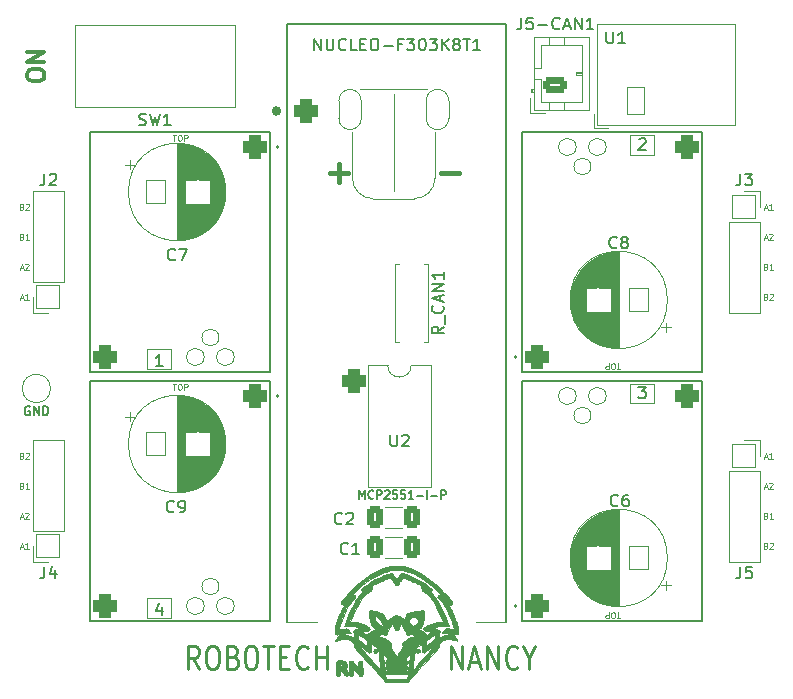
<source format=gbr>
%TF.GenerationSoftware,KiCad,Pcbnew,(6.0.0)*%
%TF.CreationDate,2022-05-13T11:51:57+02:00*%
%TF.ProjectId,Shield BR,53686965-6c64-4204-9252-2e6b69636164,rev?*%
%TF.SameCoordinates,Original*%
%TF.FileFunction,Legend,Top*%
%TF.FilePolarity,Positive*%
%FSLAX46Y46*%
G04 Gerber Fmt 4.6, Leading zero omitted, Abs format (unit mm)*
G04 Created by KiCad (PCBNEW (6.0.0)) date 2022-05-13 11:51:57*
%MOMM*%
%LPD*%
G01*
G04 APERTURE LIST*
G04 Aperture macros list*
%AMRoundRect*
0 Rectangle with rounded corners*
0 $1 Rounding radius*
0 $2 $3 $4 $5 $6 $7 $8 $9 X,Y pos of 4 corners*
0 Add a 4 corners polygon primitive as box body*
4,1,4,$2,$3,$4,$5,$6,$7,$8,$9,$2,$3,0*
0 Add four circle primitives for the rounded corners*
1,1,$1+$1,$2,$3*
1,1,$1+$1,$4,$5*
1,1,$1+$1,$6,$7*
1,1,$1+$1,$8,$9*
0 Add four rect primitives between the rounded corners*
20,1,$1+$1,$2,$3,$4,$5,0*
20,1,$1+$1,$4,$5,$6,$7,0*
20,1,$1+$1,$6,$7,$8,$9,0*
20,1,$1+$1,$8,$9,$2,$3,0*%
G04 Aperture macros list end*
%ADD10C,0.120000*%
%ADD11C,0.125000*%
%ADD12C,0.150000*%
%ADD13C,0.400000*%
%ADD14C,0.300000*%
%ADD15C,0.250000*%
%ADD16C,0.127000*%
%ADD17C,0.200000*%
%ADD18C,0.010000*%
%ADD19RoundRect,0.551000X-0.500000X-0.500000X0.500000X-0.500000X0.500000X0.500000X-0.500000X0.500000X0*%
%ADD20C,2.102000*%
%ADD21RoundRect,0.051000X1.000000X1.000000X-1.000000X1.000000X-1.000000X-1.000000X1.000000X-1.000000X0*%
%ADD22RoundRect,0.051000X-1.000000X-1.000000X1.000000X-1.000000X1.000000X1.000000X-1.000000X1.000000X0*%
%ADD23RoundRect,0.551000X0.500000X0.500000X-0.500000X0.500000X-0.500000X-0.500000X0.500000X-0.500000X0*%
%ADD24RoundRect,0.051000X-0.750000X-1.150000X0.750000X-1.150000X0.750000X1.150000X-0.750000X1.150000X0*%
%ADD25O,1.602000X2.402000*%
%ADD26O,1.702000X4.102000*%
%ADD27O,1.602000X3.102000*%
%ADD28O,2.602000X4.102000*%
%ADD29C,3.302000*%
%ADD30O,2.102000X2.102000*%
%ADD31RoundRect,0.051000X0.800000X1.000000X-0.800000X1.000000X-0.800000X-1.000000X0.800000X-1.000000X0*%
%ADD32O,1.702000X2.002000*%
%ADD33RoundRect,0.051000X-0.800000X-1.000000X0.800000X-1.000000X0.800000X1.000000X-0.800000X1.000000X0*%
%ADD34RoundRect,0.301000X0.412500X0.650000X-0.412500X0.650000X-0.412500X-0.650000X0.412500X-0.650000X0*%
%ADD35RoundRect,0.301000X0.750000X-0.350000X0.750000X0.350000X-0.750000X0.350000X-0.750000X-0.350000X0*%
%ADD36O,2.102000X1.302000*%
G04 APERTURE END LIST*
D10*
X133095500Y-100711000D02*
X133095500Y-99060000D01*
X131063500Y-99060000D02*
X133095500Y-99060000D01*
X90169500Y-96075500D02*
X90169500Y-97790000D01*
X90169500Y-117157500D02*
X92201500Y-117157500D01*
X92201500Y-97790000D02*
X92201500Y-96075500D01*
X131063500Y-100711000D02*
X133095500Y-100711000D01*
X90169500Y-117157500D02*
X90169500Y-118872000D01*
X90169500Y-96075500D02*
X92201500Y-96075500D01*
X131063500Y-77978000D02*
X131063500Y-79692500D01*
X92201500Y-118872000D02*
X90169500Y-118872000D01*
X131063500Y-99060000D02*
X131063500Y-100711000D01*
X133095500Y-79692500D02*
X133095500Y-77978000D01*
X131063500Y-77978000D02*
X133095500Y-77978000D01*
X131063500Y-79692500D02*
X133095500Y-79692500D01*
X92201500Y-118872000D02*
X92201500Y-117157500D01*
X92201500Y-97790000D02*
X90169500Y-97790000D01*
D11*
X142549119Y-89118285D02*
X142620547Y-89142095D01*
X142644357Y-89165904D01*
X142668166Y-89213523D01*
X142668166Y-89284952D01*
X142644357Y-89332571D01*
X142620547Y-89356380D01*
X142572928Y-89380190D01*
X142382452Y-89380190D01*
X142382452Y-88880190D01*
X142549119Y-88880190D01*
X142596738Y-88904000D01*
X142620547Y-88927809D01*
X142644357Y-88975428D01*
X142644357Y-89023047D01*
X142620547Y-89070666D01*
X142596738Y-89094476D01*
X142549119Y-89118285D01*
X142382452Y-89118285D01*
X143144357Y-89380190D02*
X142858642Y-89380190D01*
X143001500Y-89380190D02*
X143001500Y-88880190D01*
X142953880Y-88951619D01*
X142906261Y-88999238D01*
X142858642Y-89023047D01*
X142549119Y-91658285D02*
X142620547Y-91682095D01*
X142644357Y-91705904D01*
X142668166Y-91753523D01*
X142668166Y-91824952D01*
X142644357Y-91872571D01*
X142620547Y-91896380D01*
X142572928Y-91920190D01*
X142382452Y-91920190D01*
X142382452Y-91420190D01*
X142549119Y-91420190D01*
X142596738Y-91444000D01*
X142620547Y-91467809D01*
X142644357Y-91515428D01*
X142644357Y-91563047D01*
X142620547Y-91610666D01*
X142596738Y-91634476D01*
X142549119Y-91658285D01*
X142382452Y-91658285D01*
X142858642Y-91467809D02*
X142882452Y-91444000D01*
X142930071Y-91420190D01*
X143049119Y-91420190D01*
X143096738Y-91444000D01*
X143120547Y-91467809D01*
X143144357Y-91515428D01*
X143144357Y-91563047D01*
X143120547Y-91634476D01*
X142834833Y-91920190D01*
X143144357Y-91920190D01*
X142390357Y-84157333D02*
X142628452Y-84157333D01*
X142342738Y-84300190D02*
X142509404Y-83800190D01*
X142676071Y-84300190D01*
X143104642Y-84300190D02*
X142818928Y-84300190D01*
X142961785Y-84300190D02*
X142961785Y-83800190D01*
X142914166Y-83871619D01*
X142866547Y-83919238D01*
X142818928Y-83943047D01*
X142390357Y-86697333D02*
X142628452Y-86697333D01*
X142342738Y-86840190D02*
X142509404Y-86340190D01*
X142676071Y-86840190D01*
X142818928Y-86387809D02*
X142842738Y-86364000D01*
X142890357Y-86340190D01*
X143009404Y-86340190D01*
X143057023Y-86364000D01*
X143080833Y-86387809D01*
X143104642Y-86435428D01*
X143104642Y-86483047D01*
X143080833Y-86554476D01*
X142795119Y-86840190D01*
X143104642Y-86840190D01*
X142549119Y-112740285D02*
X142620547Y-112764095D01*
X142644357Y-112787904D01*
X142668166Y-112835523D01*
X142668166Y-112906952D01*
X142644357Y-112954571D01*
X142620547Y-112978380D01*
X142572928Y-113002190D01*
X142382452Y-113002190D01*
X142382452Y-112502190D01*
X142549119Y-112502190D01*
X142596738Y-112526000D01*
X142620547Y-112549809D01*
X142644357Y-112597428D01*
X142644357Y-112645047D01*
X142620547Y-112692666D01*
X142596738Y-112716476D01*
X142549119Y-112740285D01*
X142382452Y-112740285D01*
X142858642Y-112549809D02*
X142882452Y-112526000D01*
X142930071Y-112502190D01*
X143049119Y-112502190D01*
X143096738Y-112526000D01*
X143120547Y-112549809D01*
X143144357Y-112597428D01*
X143144357Y-112645047D01*
X143120547Y-112716476D01*
X142834833Y-113002190D01*
X143144357Y-113002190D01*
X142390357Y-105239333D02*
X142628452Y-105239333D01*
X142342738Y-105382190D02*
X142509404Y-104882190D01*
X142676071Y-105382190D01*
X143104642Y-105382190D02*
X142818928Y-105382190D01*
X142961785Y-105382190D02*
X142961785Y-104882190D01*
X142914166Y-104953619D01*
X142866547Y-105001238D01*
X142818928Y-105025047D01*
X142549119Y-110200285D02*
X142620547Y-110224095D01*
X142644357Y-110247904D01*
X142668166Y-110295523D01*
X142668166Y-110366952D01*
X142644357Y-110414571D01*
X142620547Y-110438380D01*
X142572928Y-110462190D01*
X142382452Y-110462190D01*
X142382452Y-109962190D01*
X142549119Y-109962190D01*
X142596738Y-109986000D01*
X142620547Y-110009809D01*
X142644357Y-110057428D01*
X142644357Y-110105047D01*
X142620547Y-110152666D01*
X142596738Y-110176476D01*
X142549119Y-110200285D01*
X142382452Y-110200285D01*
X143144357Y-110462190D02*
X142858642Y-110462190D01*
X143001500Y-110462190D02*
X143001500Y-109962190D01*
X142953880Y-110033619D01*
X142906261Y-110081238D01*
X142858642Y-110105047D01*
X142390357Y-107779333D02*
X142628452Y-107779333D01*
X142342738Y-107922190D02*
X142509404Y-107422190D01*
X142676071Y-107922190D01*
X142818928Y-107469809D02*
X142842738Y-107446000D01*
X142890357Y-107422190D01*
X143009404Y-107422190D01*
X143057023Y-107446000D01*
X143080833Y-107469809D01*
X143104642Y-107517428D01*
X143104642Y-107565047D01*
X143080833Y-107636476D01*
X142795119Y-107922190D01*
X143104642Y-107922190D01*
X79398357Y-110319333D02*
X79636452Y-110319333D01*
X79350738Y-110462190D02*
X79517404Y-109962190D01*
X79684071Y-110462190D01*
X79826928Y-110009809D02*
X79850738Y-109986000D01*
X79898357Y-109962190D01*
X80017404Y-109962190D01*
X80065023Y-109986000D01*
X80088833Y-110009809D01*
X80112642Y-110057428D01*
X80112642Y-110105047D01*
X80088833Y-110176476D01*
X79803119Y-110462190D01*
X80112642Y-110462190D01*
X79398357Y-112859333D02*
X79636452Y-112859333D01*
X79350738Y-113002190D02*
X79517404Y-112502190D01*
X79684071Y-113002190D01*
X80112642Y-113002190D02*
X79826928Y-113002190D01*
X79969785Y-113002190D02*
X79969785Y-112502190D01*
X79922166Y-112573619D01*
X79874547Y-112621238D01*
X79826928Y-112645047D01*
X79553119Y-107660285D02*
X79624547Y-107684095D01*
X79648357Y-107707904D01*
X79672166Y-107755523D01*
X79672166Y-107826952D01*
X79648357Y-107874571D01*
X79624547Y-107898380D01*
X79576928Y-107922190D01*
X79386452Y-107922190D01*
X79386452Y-107422190D01*
X79553119Y-107422190D01*
X79600738Y-107446000D01*
X79624547Y-107469809D01*
X79648357Y-107517428D01*
X79648357Y-107565047D01*
X79624547Y-107612666D01*
X79600738Y-107636476D01*
X79553119Y-107660285D01*
X79386452Y-107660285D01*
X80148357Y-107922190D02*
X79862642Y-107922190D01*
X80005500Y-107922190D02*
X80005500Y-107422190D01*
X79957880Y-107493619D01*
X79910261Y-107541238D01*
X79862642Y-107565047D01*
X79553119Y-105120285D02*
X79624547Y-105144095D01*
X79648357Y-105167904D01*
X79672166Y-105215523D01*
X79672166Y-105286952D01*
X79648357Y-105334571D01*
X79624547Y-105358380D01*
X79576928Y-105382190D01*
X79386452Y-105382190D01*
X79386452Y-104882190D01*
X79553119Y-104882190D01*
X79600738Y-104906000D01*
X79624547Y-104929809D01*
X79648357Y-104977428D01*
X79648357Y-105025047D01*
X79624547Y-105072666D01*
X79600738Y-105096476D01*
X79553119Y-105120285D01*
X79386452Y-105120285D01*
X79862642Y-104929809D02*
X79886452Y-104906000D01*
X79934071Y-104882190D01*
X80053119Y-104882190D01*
X80100738Y-104906000D01*
X80124547Y-104929809D01*
X80148357Y-104977428D01*
X80148357Y-105025047D01*
X80124547Y-105096476D01*
X79838833Y-105382190D01*
X80148357Y-105382190D01*
X79398357Y-91777333D02*
X79636452Y-91777333D01*
X79350738Y-91920190D02*
X79517404Y-91420190D01*
X79684071Y-91920190D01*
X80112642Y-91920190D02*
X79826928Y-91920190D01*
X79969785Y-91920190D02*
X79969785Y-91420190D01*
X79922166Y-91491619D01*
X79874547Y-91539238D01*
X79826928Y-91563047D01*
X79553119Y-86578285D02*
X79624547Y-86602095D01*
X79648357Y-86625904D01*
X79672166Y-86673523D01*
X79672166Y-86744952D01*
X79648357Y-86792571D01*
X79624547Y-86816380D01*
X79576928Y-86840190D01*
X79386452Y-86840190D01*
X79386452Y-86340190D01*
X79553119Y-86340190D01*
X79600738Y-86364000D01*
X79624547Y-86387809D01*
X79648357Y-86435428D01*
X79648357Y-86483047D01*
X79624547Y-86530666D01*
X79600738Y-86554476D01*
X79553119Y-86578285D01*
X79386452Y-86578285D01*
X80148357Y-86840190D02*
X79862642Y-86840190D01*
X80005500Y-86840190D02*
X80005500Y-86340190D01*
X79957880Y-86411619D01*
X79910261Y-86459238D01*
X79862642Y-86483047D01*
X79398357Y-89237333D02*
X79636452Y-89237333D01*
X79350738Y-89380190D02*
X79517404Y-88880190D01*
X79684071Y-89380190D01*
X79826928Y-88927809D02*
X79850738Y-88904000D01*
X79898357Y-88880190D01*
X80017404Y-88880190D01*
X80065023Y-88904000D01*
X80088833Y-88927809D01*
X80112642Y-88975428D01*
X80112642Y-89023047D01*
X80088833Y-89094476D01*
X79803119Y-89380190D01*
X80112642Y-89380190D01*
X79553119Y-84038285D02*
X79624547Y-84062095D01*
X79648357Y-84085904D01*
X79672166Y-84133523D01*
X79672166Y-84204952D01*
X79648357Y-84252571D01*
X79624547Y-84276380D01*
X79576928Y-84300190D01*
X79386452Y-84300190D01*
X79386452Y-83800190D01*
X79553119Y-83800190D01*
X79600738Y-83824000D01*
X79624547Y-83847809D01*
X79648357Y-83895428D01*
X79648357Y-83943047D01*
X79624547Y-83990666D01*
X79600738Y-84014476D01*
X79553119Y-84038285D01*
X79386452Y-84038285D01*
X79862642Y-83847809D02*
X79886452Y-83824000D01*
X79934071Y-83800190D01*
X80053119Y-83800190D01*
X80100738Y-83824000D01*
X80124547Y-83847809D01*
X80148357Y-83895428D01*
X80148357Y-83943047D01*
X80124547Y-84014476D01*
X79838833Y-84300190D01*
X80148357Y-84300190D01*
D12*
X131793785Y-78351119D02*
X131841404Y-78303500D01*
X131936642Y-78255880D01*
X132174738Y-78255880D01*
X132269976Y-78303500D01*
X132317595Y-78351119D01*
X132365214Y-78446357D01*
X132365214Y-78541595D01*
X132317595Y-78684452D01*
X131746166Y-79255880D01*
X132365214Y-79255880D01*
D13*
X105663595Y-81168857D02*
X107187404Y-81168857D01*
X106425500Y-81930761D02*
X106425500Y-80406952D01*
X115061595Y-81168857D02*
X116585404Y-81168857D01*
D12*
X131746166Y-99274380D02*
X132365214Y-99274380D01*
X132031880Y-99655333D01*
X132174738Y-99655333D01*
X132269976Y-99702952D01*
X132317595Y-99750571D01*
X132365214Y-99845809D01*
X132365214Y-100083904D01*
X132317595Y-100179142D01*
X132269976Y-100226761D01*
X132174738Y-100274380D01*
X131889023Y-100274380D01*
X131793785Y-100226761D01*
X131746166Y-100179142D01*
X91375976Y-117959214D02*
X91375976Y-118625880D01*
X91137880Y-117578261D02*
X90899785Y-118292547D01*
X91518833Y-118292547D01*
X91471214Y-97543880D02*
X90899785Y-97543880D01*
X91185500Y-97543880D02*
X91185500Y-96543880D01*
X91090261Y-96686738D01*
X90995023Y-96781976D01*
X90899785Y-96829595D01*
X80200071Y-100971000D02*
X80128642Y-100935285D01*
X80021500Y-100935285D01*
X79914357Y-100971000D01*
X79842928Y-101042428D01*
X79807214Y-101113857D01*
X79771500Y-101256714D01*
X79771500Y-101363857D01*
X79807214Y-101506714D01*
X79842928Y-101578142D01*
X79914357Y-101649571D01*
X80021500Y-101685285D01*
X80092928Y-101685285D01*
X80200071Y-101649571D01*
X80235785Y-101613857D01*
X80235785Y-101363857D01*
X80092928Y-101363857D01*
X80557214Y-101685285D02*
X80557214Y-100935285D01*
X80985785Y-101685285D01*
X80985785Y-100935285D01*
X81342928Y-101685285D02*
X81342928Y-100935285D01*
X81521500Y-100935285D01*
X81628642Y-100971000D01*
X81700071Y-101042428D01*
X81735785Y-101113857D01*
X81771500Y-101256714D01*
X81771500Y-101363857D01*
X81735785Y-101506714D01*
X81700071Y-101578142D01*
X81628642Y-101649571D01*
X81521500Y-101685285D01*
X81342928Y-101685285D01*
D14*
X79950071Y-73064571D02*
X79950071Y-72778857D01*
X80021500Y-72636000D01*
X80164357Y-72493142D01*
X80450071Y-72421714D01*
X80950071Y-72421714D01*
X81235785Y-72493142D01*
X81378642Y-72636000D01*
X81450071Y-72778857D01*
X81450071Y-73064571D01*
X81378642Y-73207428D01*
X81235785Y-73350285D01*
X80950071Y-73421714D01*
X80450071Y-73421714D01*
X80164357Y-73350285D01*
X80021500Y-73207428D01*
X79950071Y-73064571D01*
X81450071Y-71778857D02*
X79950071Y-71778857D01*
X81450071Y-70921714D01*
X79950071Y-70921714D01*
D15*
X94527309Y-123205761D02*
X93993976Y-122253380D01*
X93613023Y-123205761D02*
X93613023Y-121205761D01*
X94222547Y-121205761D01*
X94374928Y-121301000D01*
X94451119Y-121396238D01*
X94527309Y-121586714D01*
X94527309Y-121872428D01*
X94451119Y-122062904D01*
X94374928Y-122158142D01*
X94222547Y-122253380D01*
X93613023Y-122253380D01*
X95517785Y-121205761D02*
X95822547Y-121205761D01*
X95974928Y-121301000D01*
X96127309Y-121491476D01*
X96203500Y-121872428D01*
X96203500Y-122539095D01*
X96127309Y-122920047D01*
X95974928Y-123110523D01*
X95822547Y-123205761D01*
X95517785Y-123205761D01*
X95365404Y-123110523D01*
X95213023Y-122920047D01*
X95136833Y-122539095D01*
X95136833Y-121872428D01*
X95213023Y-121491476D01*
X95365404Y-121301000D01*
X95517785Y-121205761D01*
X97422547Y-122158142D02*
X97651119Y-122253380D01*
X97727309Y-122348619D01*
X97803500Y-122539095D01*
X97803500Y-122824809D01*
X97727309Y-123015285D01*
X97651119Y-123110523D01*
X97498738Y-123205761D01*
X96889214Y-123205761D01*
X96889214Y-121205761D01*
X97422547Y-121205761D01*
X97574928Y-121301000D01*
X97651119Y-121396238D01*
X97727309Y-121586714D01*
X97727309Y-121777190D01*
X97651119Y-121967666D01*
X97574928Y-122062904D01*
X97422547Y-122158142D01*
X96889214Y-122158142D01*
X98793976Y-121205761D02*
X99098738Y-121205761D01*
X99251119Y-121301000D01*
X99403500Y-121491476D01*
X99479690Y-121872428D01*
X99479690Y-122539095D01*
X99403500Y-122920047D01*
X99251119Y-123110523D01*
X99098738Y-123205761D01*
X98793976Y-123205761D01*
X98641595Y-123110523D01*
X98489214Y-122920047D01*
X98413023Y-122539095D01*
X98413023Y-121872428D01*
X98489214Y-121491476D01*
X98641595Y-121301000D01*
X98793976Y-121205761D01*
X99936833Y-121205761D02*
X100851119Y-121205761D01*
X100393976Y-123205761D02*
X100393976Y-121205761D01*
X101384452Y-122158142D02*
X101917785Y-122158142D01*
X102146357Y-123205761D02*
X101384452Y-123205761D01*
X101384452Y-121205761D01*
X102146357Y-121205761D01*
X103746357Y-123015285D02*
X103670166Y-123110523D01*
X103441595Y-123205761D01*
X103289214Y-123205761D01*
X103060642Y-123110523D01*
X102908261Y-122920047D01*
X102832071Y-122729571D01*
X102755880Y-122348619D01*
X102755880Y-122062904D01*
X102832071Y-121681952D01*
X102908261Y-121491476D01*
X103060642Y-121301000D01*
X103289214Y-121205761D01*
X103441595Y-121205761D01*
X103670166Y-121301000D01*
X103746357Y-121396238D01*
X104432071Y-123205761D02*
X104432071Y-121205761D01*
X104432071Y-122158142D02*
X105346357Y-122158142D01*
X105346357Y-123205761D02*
X105346357Y-121205761D01*
X115860642Y-123205761D02*
X115860642Y-121205761D01*
X116774928Y-123205761D01*
X116774928Y-121205761D01*
X117460642Y-122634333D02*
X118222547Y-122634333D01*
X117308261Y-123205761D02*
X117841595Y-121205761D01*
X118374928Y-123205761D01*
X118908261Y-123205761D02*
X118908261Y-121205761D01*
X119822547Y-123205761D01*
X119822547Y-121205761D01*
X121498738Y-123015285D02*
X121422547Y-123110523D01*
X121193976Y-123205761D01*
X121041595Y-123205761D01*
X120813023Y-123110523D01*
X120660642Y-122920047D01*
X120584452Y-122729571D01*
X120508261Y-122348619D01*
X120508261Y-122062904D01*
X120584452Y-121681952D01*
X120660642Y-121491476D01*
X120813023Y-121301000D01*
X121041595Y-121205761D01*
X121193976Y-121205761D01*
X121422547Y-121301000D01*
X121498738Y-121396238D01*
X122489214Y-122253380D02*
X122489214Y-123205761D01*
X121955880Y-121205761D02*
X122489214Y-122253380D01*
X123022547Y-121205761D01*
D12*
%TO.C,NUCLEO-F303K8T1*%
X104302300Y-70810380D02*
X104302300Y-69810380D01*
X104873728Y-70810380D01*
X104873728Y-69810380D01*
X105349919Y-69810380D02*
X105349919Y-70619904D01*
X105397538Y-70715142D01*
X105445157Y-70762761D01*
X105540395Y-70810380D01*
X105730871Y-70810380D01*
X105826109Y-70762761D01*
X105873728Y-70715142D01*
X105921347Y-70619904D01*
X105921347Y-69810380D01*
X106968966Y-70715142D02*
X106921347Y-70762761D01*
X106778490Y-70810380D01*
X106683252Y-70810380D01*
X106540395Y-70762761D01*
X106445157Y-70667523D01*
X106397538Y-70572285D01*
X106349919Y-70381809D01*
X106349919Y-70238952D01*
X106397538Y-70048476D01*
X106445157Y-69953238D01*
X106540395Y-69858000D01*
X106683252Y-69810380D01*
X106778490Y-69810380D01*
X106921347Y-69858000D01*
X106968966Y-69905619D01*
X107873728Y-70810380D02*
X107397538Y-70810380D01*
X107397538Y-69810380D01*
X108207061Y-70286571D02*
X108540395Y-70286571D01*
X108683252Y-70810380D02*
X108207061Y-70810380D01*
X108207061Y-69810380D01*
X108683252Y-69810380D01*
X109302300Y-69810380D02*
X109492776Y-69810380D01*
X109588014Y-69858000D01*
X109683252Y-69953238D01*
X109730871Y-70143714D01*
X109730871Y-70477047D01*
X109683252Y-70667523D01*
X109588014Y-70762761D01*
X109492776Y-70810380D01*
X109302300Y-70810380D01*
X109207061Y-70762761D01*
X109111823Y-70667523D01*
X109064204Y-70477047D01*
X109064204Y-70143714D01*
X109111823Y-69953238D01*
X109207061Y-69858000D01*
X109302300Y-69810380D01*
X110159442Y-70429428D02*
X110921347Y-70429428D01*
X111730871Y-70286571D02*
X111397538Y-70286571D01*
X111397538Y-70810380D02*
X111397538Y-69810380D01*
X111873728Y-69810380D01*
X112159442Y-69810380D02*
X112778490Y-69810380D01*
X112445157Y-70191333D01*
X112588014Y-70191333D01*
X112683252Y-70238952D01*
X112730871Y-70286571D01*
X112778490Y-70381809D01*
X112778490Y-70619904D01*
X112730871Y-70715142D01*
X112683252Y-70762761D01*
X112588014Y-70810380D01*
X112302300Y-70810380D01*
X112207061Y-70762761D01*
X112159442Y-70715142D01*
X113397538Y-69810380D02*
X113492776Y-69810380D01*
X113588014Y-69858000D01*
X113635633Y-69905619D01*
X113683252Y-70000857D01*
X113730871Y-70191333D01*
X113730871Y-70429428D01*
X113683252Y-70619904D01*
X113635633Y-70715142D01*
X113588014Y-70762761D01*
X113492776Y-70810380D01*
X113397538Y-70810380D01*
X113302300Y-70762761D01*
X113254680Y-70715142D01*
X113207061Y-70619904D01*
X113159442Y-70429428D01*
X113159442Y-70191333D01*
X113207061Y-70000857D01*
X113254680Y-69905619D01*
X113302300Y-69858000D01*
X113397538Y-69810380D01*
X114064204Y-69810380D02*
X114683252Y-69810380D01*
X114349919Y-70191333D01*
X114492776Y-70191333D01*
X114588014Y-70238952D01*
X114635633Y-70286571D01*
X114683252Y-70381809D01*
X114683252Y-70619904D01*
X114635633Y-70715142D01*
X114588014Y-70762761D01*
X114492776Y-70810380D01*
X114207061Y-70810380D01*
X114111823Y-70762761D01*
X114064204Y-70715142D01*
X115111823Y-70810380D02*
X115111823Y-69810380D01*
X115683252Y-70810380D02*
X115254680Y-70238952D01*
X115683252Y-69810380D02*
X115111823Y-70381809D01*
X116254680Y-70238952D02*
X116159442Y-70191333D01*
X116111823Y-70143714D01*
X116064204Y-70048476D01*
X116064204Y-70000857D01*
X116111823Y-69905619D01*
X116159442Y-69858000D01*
X116254680Y-69810380D01*
X116445157Y-69810380D01*
X116540395Y-69858000D01*
X116588014Y-69905619D01*
X116635633Y-70000857D01*
X116635633Y-70048476D01*
X116588014Y-70143714D01*
X116540395Y-70191333D01*
X116445157Y-70238952D01*
X116254680Y-70238952D01*
X116159442Y-70286571D01*
X116111823Y-70334190D01*
X116064204Y-70429428D01*
X116064204Y-70619904D01*
X116111823Y-70715142D01*
X116159442Y-70762761D01*
X116254680Y-70810380D01*
X116445157Y-70810380D01*
X116540395Y-70762761D01*
X116588014Y-70715142D01*
X116635633Y-70619904D01*
X116635633Y-70429428D01*
X116588014Y-70334190D01*
X116540395Y-70286571D01*
X116445157Y-70238952D01*
X116921347Y-69810380D02*
X117492776Y-69810380D01*
X117207061Y-70810380D02*
X117207061Y-69810380D01*
X118349919Y-70810380D02*
X117778490Y-70810380D01*
X118064204Y-70810380D02*
X118064204Y-69810380D01*
X117968966Y-69953238D01*
X117873728Y-70048476D01*
X117778490Y-70096095D01*
%TO.C,J2*%
X81454166Y-81240380D02*
X81454166Y-81954666D01*
X81406547Y-82097523D01*
X81311309Y-82192761D01*
X81168452Y-82240380D01*
X81073214Y-82240380D01*
X81882738Y-81335619D02*
X81930357Y-81288000D01*
X82025595Y-81240380D01*
X82263690Y-81240380D01*
X82358928Y-81288000D01*
X82406547Y-81335619D01*
X82454166Y-81430857D01*
X82454166Y-81526095D01*
X82406547Y-81668952D01*
X81835119Y-82240380D01*
X82454166Y-82240380D01*
%TO.C,J3*%
X140382666Y-81240380D02*
X140382666Y-81954666D01*
X140335047Y-82097523D01*
X140239809Y-82192761D01*
X140096952Y-82240380D01*
X140001714Y-82240380D01*
X140763619Y-81240380D02*
X141382666Y-81240380D01*
X141049333Y-81621333D01*
X141192190Y-81621333D01*
X141287428Y-81668952D01*
X141335047Y-81716571D01*
X141382666Y-81811809D01*
X141382666Y-82049904D01*
X141335047Y-82145142D01*
X141287428Y-82192761D01*
X141192190Y-82240380D01*
X140906476Y-82240380D01*
X140811238Y-82192761D01*
X140763619Y-82145142D01*
%TO.C,J5*%
X140382166Y-114514380D02*
X140382166Y-115228666D01*
X140334547Y-115371523D01*
X140239309Y-115466761D01*
X140096452Y-115514380D01*
X140001214Y-115514380D01*
X141334547Y-114514380D02*
X140858357Y-114514380D01*
X140810738Y-114990571D01*
X140858357Y-114942952D01*
X140953595Y-114895333D01*
X141191690Y-114895333D01*
X141286928Y-114942952D01*
X141334547Y-114990571D01*
X141382166Y-115085809D01*
X141382166Y-115323904D01*
X141334547Y-115419142D01*
X141286928Y-115466761D01*
X141191690Y-115514380D01*
X140953595Y-115514380D01*
X140858357Y-115466761D01*
X140810738Y-115419142D01*
%TO.C,J4*%
X81454666Y-114514380D02*
X81454666Y-115228666D01*
X81407047Y-115371523D01*
X81311809Y-115466761D01*
X81168952Y-115514380D01*
X81073714Y-115514380D01*
X82359428Y-114847714D02*
X82359428Y-115514380D01*
X82121333Y-114466761D02*
X81883238Y-115181047D01*
X82502285Y-115181047D01*
D11*
%TO.C,Driver1*%
X92309238Y-77958190D02*
X92594952Y-77958190D01*
X92452095Y-78458190D02*
X92452095Y-77958190D01*
X92856857Y-77958190D02*
X92952095Y-77958190D01*
X92999714Y-77982000D01*
X93047333Y-78029619D01*
X93071142Y-78124857D01*
X93071142Y-78291523D01*
X93047333Y-78386761D01*
X92999714Y-78434380D01*
X92952095Y-78458190D01*
X92856857Y-78458190D01*
X92809238Y-78434380D01*
X92761619Y-78386761D01*
X92737809Y-78291523D01*
X92737809Y-78124857D01*
X92761619Y-78029619D01*
X92809238Y-77982000D01*
X92856857Y-77958190D01*
X93285428Y-78458190D02*
X93285428Y-77958190D01*
X93475904Y-77958190D01*
X93523523Y-77982000D01*
X93547333Y-78005809D01*
X93571142Y-78053428D01*
X93571142Y-78124857D01*
X93547333Y-78172476D01*
X93523523Y-78196285D01*
X93475904Y-78220095D01*
X93285428Y-78220095D01*
%TO.C,Driver2*%
X130194761Y-97809809D02*
X129909047Y-97809809D01*
X130051904Y-97309809D02*
X130051904Y-97809809D01*
X129647142Y-97809809D02*
X129551904Y-97809809D01*
X129504285Y-97786000D01*
X129456666Y-97738380D01*
X129432857Y-97643142D01*
X129432857Y-97476476D01*
X129456666Y-97381238D01*
X129504285Y-97333619D01*
X129551904Y-97309809D01*
X129647142Y-97309809D01*
X129694761Y-97333619D01*
X129742380Y-97381238D01*
X129766190Y-97476476D01*
X129766190Y-97643142D01*
X129742380Y-97738380D01*
X129694761Y-97786000D01*
X129647142Y-97809809D01*
X129218571Y-97309809D02*
X129218571Y-97809809D01*
X129028095Y-97809809D01*
X128980476Y-97786000D01*
X128956666Y-97762190D01*
X128932857Y-97714571D01*
X128932857Y-97643142D01*
X128956666Y-97595523D01*
X128980476Y-97571714D01*
X129028095Y-97547904D01*
X129218571Y-97547904D01*
%TO.C,Driver4*%
X130194761Y-118891809D02*
X129909047Y-118891809D01*
X130051904Y-118391809D02*
X130051904Y-118891809D01*
X129647142Y-118891809D02*
X129551904Y-118891809D01*
X129504285Y-118868000D01*
X129456666Y-118820380D01*
X129432857Y-118725142D01*
X129432857Y-118558476D01*
X129456666Y-118463238D01*
X129504285Y-118415619D01*
X129551904Y-118391809D01*
X129647142Y-118391809D01*
X129694761Y-118415619D01*
X129742380Y-118463238D01*
X129766190Y-118558476D01*
X129766190Y-118725142D01*
X129742380Y-118820380D01*
X129694761Y-118868000D01*
X129647142Y-118891809D01*
X129218571Y-118391809D02*
X129218571Y-118891809D01*
X129028095Y-118891809D01*
X128980476Y-118868000D01*
X128956666Y-118844190D01*
X128932857Y-118796571D01*
X128932857Y-118725142D01*
X128956666Y-118677523D01*
X128980476Y-118653714D01*
X129028095Y-118629904D01*
X129218571Y-118629904D01*
%TO.C,Driver3*%
X92309238Y-99040190D02*
X92594952Y-99040190D01*
X92452095Y-99540190D02*
X92452095Y-99040190D01*
X92856857Y-99040190D02*
X92952095Y-99040190D01*
X92999714Y-99064000D01*
X93047333Y-99111619D01*
X93071142Y-99206857D01*
X93071142Y-99373523D01*
X93047333Y-99468761D01*
X92999714Y-99516380D01*
X92952095Y-99540190D01*
X92856857Y-99540190D01*
X92809238Y-99516380D01*
X92761619Y-99468761D01*
X92737809Y-99373523D01*
X92737809Y-99206857D01*
X92761619Y-99111619D01*
X92809238Y-99064000D01*
X92856857Y-99040190D01*
X93285428Y-99540190D02*
X93285428Y-99040190D01*
X93475904Y-99040190D01*
X93523523Y-99064000D01*
X93547333Y-99087809D01*
X93571142Y-99135428D01*
X93571142Y-99206857D01*
X93547333Y-99254476D01*
X93523523Y-99278285D01*
X93475904Y-99302095D01*
X93285428Y-99302095D01*
D12*
%TO.C,U1*%
X129031095Y-69223880D02*
X129031095Y-70033404D01*
X129078714Y-70128642D01*
X129126333Y-70176261D01*
X129221571Y-70223880D01*
X129412047Y-70223880D01*
X129507285Y-70176261D01*
X129554904Y-70128642D01*
X129602523Y-70033404D01*
X129602523Y-69223880D01*
X130602523Y-70223880D02*
X130031095Y-70223880D01*
X130316809Y-70223880D02*
X130316809Y-69223880D01*
X130221571Y-69366738D01*
X130126333Y-69461976D01*
X130031095Y-69509595D01*
%TO.C,SW1*%
X89470666Y-77112761D02*
X89613523Y-77160380D01*
X89851619Y-77160380D01*
X89946857Y-77112761D01*
X89994476Y-77065142D01*
X90042095Y-76969904D01*
X90042095Y-76874666D01*
X89994476Y-76779428D01*
X89946857Y-76731809D01*
X89851619Y-76684190D01*
X89661142Y-76636571D01*
X89565904Y-76588952D01*
X89518285Y-76541333D01*
X89470666Y-76446095D01*
X89470666Y-76350857D01*
X89518285Y-76255619D01*
X89565904Y-76208000D01*
X89661142Y-76160380D01*
X89899238Y-76160380D01*
X90042095Y-76208000D01*
X90375428Y-76160380D02*
X90613523Y-77160380D01*
X90804000Y-76446095D01*
X90994476Y-77160380D01*
X91232571Y-76160380D01*
X92137333Y-77160380D02*
X91565904Y-77160380D01*
X91851619Y-77160380D02*
X91851619Y-76160380D01*
X91756380Y-76303238D01*
X91661142Y-76398476D01*
X91565904Y-76446095D01*
%TO.C,R_CAN1*%
X115259880Y-94202000D02*
X114783690Y-94535333D01*
X115259880Y-94773428D02*
X114259880Y-94773428D01*
X114259880Y-94392476D01*
X114307500Y-94297238D01*
X114355119Y-94249619D01*
X114450357Y-94202000D01*
X114593214Y-94202000D01*
X114688452Y-94249619D01*
X114736071Y-94297238D01*
X114783690Y-94392476D01*
X114783690Y-94773428D01*
X115355119Y-94011523D02*
X115355119Y-93249619D01*
X115164642Y-92440095D02*
X115212261Y-92487714D01*
X115259880Y-92630571D01*
X115259880Y-92725809D01*
X115212261Y-92868666D01*
X115117023Y-92963904D01*
X115021785Y-93011523D01*
X114831309Y-93059142D01*
X114688452Y-93059142D01*
X114497976Y-93011523D01*
X114402738Y-92963904D01*
X114307500Y-92868666D01*
X114259880Y-92725809D01*
X114259880Y-92630571D01*
X114307500Y-92487714D01*
X114355119Y-92440095D01*
X114974166Y-92059142D02*
X114974166Y-91582952D01*
X115259880Y-92154380D02*
X114259880Y-91821047D01*
X115259880Y-91487714D01*
X115259880Y-91154380D02*
X114259880Y-91154380D01*
X115259880Y-90582952D01*
X114259880Y-90582952D01*
X115259880Y-89582952D02*
X115259880Y-90154380D01*
X115259880Y-89868666D02*
X114259880Y-89868666D01*
X114402738Y-89963904D01*
X114497976Y-90059142D01*
X114545595Y-90154380D01*
%TO.C,C8*%
X129908833Y-87479142D02*
X129861214Y-87526761D01*
X129718357Y-87574380D01*
X129623119Y-87574380D01*
X129480261Y-87526761D01*
X129385023Y-87431523D01*
X129337404Y-87336285D01*
X129289785Y-87145809D01*
X129289785Y-87002952D01*
X129337404Y-86812476D01*
X129385023Y-86717238D01*
X129480261Y-86622000D01*
X129623119Y-86574380D01*
X129718357Y-86574380D01*
X129861214Y-86622000D01*
X129908833Y-86669619D01*
X130480261Y-87002952D02*
X130385023Y-86955333D01*
X130337404Y-86907714D01*
X130289785Y-86812476D01*
X130289785Y-86764857D01*
X130337404Y-86669619D01*
X130385023Y-86622000D01*
X130480261Y-86574380D01*
X130670738Y-86574380D01*
X130765976Y-86622000D01*
X130813595Y-86669619D01*
X130861214Y-86764857D01*
X130861214Y-86812476D01*
X130813595Y-86907714D01*
X130765976Y-86955333D01*
X130670738Y-87002952D01*
X130480261Y-87002952D01*
X130385023Y-87050571D01*
X130337404Y-87098190D01*
X130289785Y-87193428D01*
X130289785Y-87383904D01*
X130337404Y-87479142D01*
X130385023Y-87526761D01*
X130480261Y-87574380D01*
X130670738Y-87574380D01*
X130765976Y-87526761D01*
X130813595Y-87479142D01*
X130861214Y-87383904D01*
X130861214Y-87193428D01*
X130813595Y-87098190D01*
X130765976Y-87050571D01*
X130670738Y-87002952D01*
%TO.C,C6*%
X130006182Y-109323142D02*
X129958563Y-109370761D01*
X129815706Y-109418380D01*
X129720468Y-109418380D01*
X129577610Y-109370761D01*
X129482372Y-109275523D01*
X129434753Y-109180285D01*
X129387134Y-108989809D01*
X129387134Y-108846952D01*
X129434753Y-108656476D01*
X129482372Y-108561238D01*
X129577610Y-108466000D01*
X129720468Y-108418380D01*
X129815706Y-108418380D01*
X129958563Y-108466000D01*
X130006182Y-108513619D01*
X130863325Y-108418380D02*
X130672849Y-108418380D01*
X130577610Y-108466000D01*
X130529991Y-108513619D01*
X130434753Y-108656476D01*
X130387134Y-108846952D01*
X130387134Y-109227904D01*
X130434753Y-109323142D01*
X130482372Y-109370761D01*
X130577610Y-109418380D01*
X130768087Y-109418380D01*
X130863325Y-109370761D01*
X130910944Y-109323142D01*
X130958563Y-109227904D01*
X130958563Y-108989809D01*
X130910944Y-108894571D01*
X130863325Y-108846952D01*
X130768087Y-108799333D01*
X130577610Y-108799333D01*
X130482372Y-108846952D01*
X130434753Y-108894571D01*
X130387134Y-108989809D01*
%TO.C,C9*%
X92417484Y-109831142D02*
X92369865Y-109878761D01*
X92227008Y-109926380D01*
X92131770Y-109926380D01*
X91988912Y-109878761D01*
X91893674Y-109783523D01*
X91846055Y-109688285D01*
X91798436Y-109497809D01*
X91798436Y-109354952D01*
X91846055Y-109164476D01*
X91893674Y-109069238D01*
X91988912Y-108974000D01*
X92131770Y-108926380D01*
X92227008Y-108926380D01*
X92369865Y-108974000D01*
X92417484Y-109021619D01*
X92893674Y-109926380D02*
X93084151Y-109926380D01*
X93179389Y-109878761D01*
X93227008Y-109831142D01*
X93322246Y-109688285D01*
X93369865Y-109497809D01*
X93369865Y-109116857D01*
X93322246Y-109021619D01*
X93274627Y-108974000D01*
X93179389Y-108926380D01*
X92988912Y-108926380D01*
X92893674Y-108974000D01*
X92846055Y-109021619D01*
X92798436Y-109116857D01*
X92798436Y-109354952D01*
X92846055Y-109450190D01*
X92893674Y-109497809D01*
X92988912Y-109545428D01*
X93179389Y-109545428D01*
X93274627Y-109497809D01*
X93322246Y-109450190D01*
X93369865Y-109354952D01*
%TO.C,C2*%
X106639833Y-110847142D02*
X106592214Y-110894761D01*
X106449357Y-110942380D01*
X106354119Y-110942380D01*
X106211261Y-110894761D01*
X106116023Y-110799523D01*
X106068404Y-110704285D01*
X106020785Y-110513809D01*
X106020785Y-110370952D01*
X106068404Y-110180476D01*
X106116023Y-110085238D01*
X106211261Y-109990000D01*
X106354119Y-109942380D01*
X106449357Y-109942380D01*
X106592214Y-109990000D01*
X106639833Y-110037619D01*
X107020785Y-110037619D02*
X107068404Y-109990000D01*
X107163642Y-109942380D01*
X107401738Y-109942380D01*
X107496976Y-109990000D01*
X107544595Y-110037619D01*
X107592214Y-110132857D01*
X107592214Y-110228095D01*
X107544595Y-110370952D01*
X106973166Y-110942380D01*
X107592214Y-110942380D01*
%TO.C,J5-CAN1*%
X121832547Y-68032380D02*
X121832547Y-68746666D01*
X121784928Y-68889523D01*
X121689690Y-68984761D01*
X121546833Y-69032380D01*
X121451595Y-69032380D01*
X122784928Y-68032380D02*
X122308738Y-68032380D01*
X122261119Y-68508571D01*
X122308738Y-68460952D01*
X122403976Y-68413333D01*
X122642071Y-68413333D01*
X122737309Y-68460952D01*
X122784928Y-68508571D01*
X122832547Y-68603809D01*
X122832547Y-68841904D01*
X122784928Y-68937142D01*
X122737309Y-68984761D01*
X122642071Y-69032380D01*
X122403976Y-69032380D01*
X122308738Y-68984761D01*
X122261119Y-68937142D01*
X123261119Y-68651428D02*
X124023023Y-68651428D01*
X125070642Y-68937142D02*
X125023023Y-68984761D01*
X124880166Y-69032380D01*
X124784928Y-69032380D01*
X124642071Y-68984761D01*
X124546833Y-68889523D01*
X124499214Y-68794285D01*
X124451595Y-68603809D01*
X124451595Y-68460952D01*
X124499214Y-68270476D01*
X124546833Y-68175238D01*
X124642071Y-68080000D01*
X124784928Y-68032380D01*
X124880166Y-68032380D01*
X125023023Y-68080000D01*
X125070642Y-68127619D01*
X125451595Y-68746666D02*
X125927785Y-68746666D01*
X125356357Y-69032380D02*
X125689690Y-68032380D01*
X126023023Y-69032380D01*
X126356357Y-69032380D02*
X126356357Y-68032380D01*
X126927785Y-69032380D01*
X126927785Y-68032380D01*
X127927785Y-69032380D02*
X127356357Y-69032380D01*
X127642071Y-69032380D02*
X127642071Y-68032380D01*
X127546833Y-68175238D01*
X127451595Y-68270476D01*
X127356357Y-68318095D01*
%TO.C,C7*%
X92514833Y-88495142D02*
X92467214Y-88542761D01*
X92324357Y-88590380D01*
X92229119Y-88590380D01*
X92086261Y-88542761D01*
X91991023Y-88447523D01*
X91943404Y-88352285D01*
X91895785Y-88161809D01*
X91895785Y-88018952D01*
X91943404Y-87828476D01*
X91991023Y-87733238D01*
X92086261Y-87638000D01*
X92229119Y-87590380D01*
X92324357Y-87590380D01*
X92467214Y-87638000D01*
X92514833Y-87685619D01*
X92848166Y-87590380D02*
X93514833Y-87590380D01*
X93086261Y-88590380D01*
%TO.C,U2*%
X110743595Y-103338380D02*
X110743595Y-104147904D01*
X110791214Y-104243142D01*
X110838833Y-104290761D01*
X110934071Y-104338380D01*
X111124547Y-104338380D01*
X111219785Y-104290761D01*
X111267404Y-104243142D01*
X111315023Y-104147904D01*
X111315023Y-103338380D01*
X111743595Y-103433619D02*
X111791214Y-103386000D01*
X111886452Y-103338380D01*
X112124547Y-103338380D01*
X112219785Y-103386000D01*
X112267404Y-103433619D01*
X112315023Y-103528857D01*
X112315023Y-103624095D01*
X112267404Y-103766952D01*
X111695976Y-104338380D01*
X112315023Y-104338380D01*
X108109500Y-108774666D02*
X108109500Y-108074666D01*
X108342833Y-108574666D01*
X108576166Y-108074666D01*
X108576166Y-108774666D01*
X109309500Y-108708000D02*
X109276166Y-108741333D01*
X109176166Y-108774666D01*
X109109500Y-108774666D01*
X109009500Y-108741333D01*
X108942833Y-108674666D01*
X108909500Y-108608000D01*
X108876166Y-108474666D01*
X108876166Y-108374666D01*
X108909500Y-108241333D01*
X108942833Y-108174666D01*
X109009500Y-108108000D01*
X109109500Y-108074666D01*
X109176166Y-108074666D01*
X109276166Y-108108000D01*
X109309500Y-108141333D01*
X109609500Y-108774666D02*
X109609500Y-108074666D01*
X109876166Y-108074666D01*
X109942833Y-108108000D01*
X109976166Y-108141333D01*
X110009500Y-108208000D01*
X110009500Y-108308000D01*
X109976166Y-108374666D01*
X109942833Y-108408000D01*
X109876166Y-108441333D01*
X109609500Y-108441333D01*
X110276166Y-108141333D02*
X110309500Y-108108000D01*
X110376166Y-108074666D01*
X110542833Y-108074666D01*
X110609500Y-108108000D01*
X110642833Y-108141333D01*
X110676166Y-108208000D01*
X110676166Y-108274666D01*
X110642833Y-108374666D01*
X110242833Y-108774666D01*
X110676166Y-108774666D01*
X111309500Y-108074666D02*
X110976166Y-108074666D01*
X110942833Y-108408000D01*
X110976166Y-108374666D01*
X111042833Y-108341333D01*
X111209500Y-108341333D01*
X111276166Y-108374666D01*
X111309500Y-108408000D01*
X111342833Y-108474666D01*
X111342833Y-108641333D01*
X111309500Y-108708000D01*
X111276166Y-108741333D01*
X111209500Y-108774666D01*
X111042833Y-108774666D01*
X110976166Y-108741333D01*
X110942833Y-108708000D01*
X111976166Y-108074666D02*
X111642833Y-108074666D01*
X111609500Y-108408000D01*
X111642833Y-108374666D01*
X111709500Y-108341333D01*
X111876166Y-108341333D01*
X111942833Y-108374666D01*
X111976166Y-108408000D01*
X112009500Y-108474666D01*
X112009500Y-108641333D01*
X111976166Y-108708000D01*
X111942833Y-108741333D01*
X111876166Y-108774666D01*
X111709500Y-108774666D01*
X111642833Y-108741333D01*
X111609500Y-108708000D01*
X112676166Y-108774666D02*
X112276166Y-108774666D01*
X112476166Y-108774666D02*
X112476166Y-108074666D01*
X112409500Y-108174666D01*
X112342833Y-108241333D01*
X112276166Y-108274666D01*
X112976166Y-108508000D02*
X113509500Y-108508000D01*
X113842833Y-108774666D02*
X113842833Y-108074666D01*
X114176166Y-108508000D02*
X114709500Y-108508000D01*
X115042833Y-108774666D02*
X115042833Y-108074666D01*
X115309500Y-108074666D01*
X115376166Y-108108000D01*
X115409500Y-108141333D01*
X115442833Y-108208000D01*
X115442833Y-108308000D01*
X115409500Y-108374666D01*
X115376166Y-108408000D01*
X115309500Y-108441333D01*
X115042833Y-108441333D01*
%TO.C,C1*%
X107147833Y-113387142D02*
X107100214Y-113434761D01*
X106957357Y-113482380D01*
X106862119Y-113482380D01*
X106719261Y-113434761D01*
X106624023Y-113339523D01*
X106576404Y-113244285D01*
X106528785Y-113053809D01*
X106528785Y-112910952D01*
X106576404Y-112720476D01*
X106624023Y-112625238D01*
X106719261Y-112530000D01*
X106862119Y-112482380D01*
X106957357Y-112482380D01*
X107100214Y-112530000D01*
X107147833Y-112577619D01*
X108100214Y-113482380D02*
X107528785Y-113482380D01*
X107814500Y-113482380D02*
X107814500Y-112482380D01*
X107719261Y-112625238D01*
X107624023Y-112720476D01*
X107528785Y-112768095D01*
D10*
%TO.C,NUCLEO-F303K8T1*%
X120521500Y-119253000D02*
X117982500Y-119253000D01*
D16*
X120521500Y-68581000D02*
X120521500Y-119253000D01*
X101981500Y-68581000D02*
X120521500Y-68581000D01*
X101981500Y-119253000D02*
X101981500Y-68581000D01*
D10*
X101981500Y-119253000D02*
X104520500Y-119253000D01*
D13*
X101291500Y-75946000D02*
G75*
G03*
X101291500Y-75946000I-200000J0D01*
G01*
D10*
%TO.C,J2*%
X80458000Y-90424000D02*
X80458000Y-82744000D01*
X83118000Y-90424000D02*
X80458000Y-90424000D01*
X81788000Y-93024000D02*
X80458000Y-93024000D01*
X80458000Y-93024000D02*
X80458000Y-91694000D01*
X83118000Y-82744000D02*
X80458000Y-82744000D01*
X83118000Y-90424000D02*
X83118000Y-82744000D01*
%TO.C,J3*%
X142046000Y-82744000D02*
X142046000Y-84074000D01*
X142046000Y-85344000D02*
X142046000Y-93024000D01*
X139386000Y-85344000D02*
X142046000Y-85344000D01*
X139386000Y-93024000D02*
X142046000Y-93024000D01*
X140716000Y-82744000D02*
X142046000Y-82744000D01*
X139386000Y-85344000D02*
X139386000Y-93024000D01*
%TO.C,J5*%
X142046000Y-103826000D02*
X142046000Y-105156000D01*
X142046000Y-106426000D02*
X142046000Y-114106000D01*
X139386000Y-106426000D02*
X142046000Y-106426000D01*
X139386000Y-106426000D02*
X139386000Y-114106000D01*
X140716000Y-103826000D02*
X142046000Y-103826000D01*
X139386000Y-114106000D02*
X142046000Y-114106000D01*
%TO.C,J4*%
X80458000Y-114106000D02*
X80458000Y-112776000D01*
X83118000Y-103826000D02*
X80458000Y-103826000D01*
X80458000Y-111506000D02*
X80458000Y-103826000D01*
X83118000Y-111506000D02*
X83118000Y-103826000D01*
X83118000Y-111506000D02*
X80458000Y-111506000D01*
X81788000Y-114106000D02*
X80458000Y-114106000D01*
D16*
%TO.C,Driver1*%
X85344000Y-77724000D02*
X85344000Y-98044000D01*
X100584000Y-77724000D02*
X85344000Y-77724000D01*
X100584000Y-98044000D02*
X100584000Y-77724000D01*
X85344000Y-98044000D02*
X100584000Y-98044000D01*
D10*
X96222420Y-95123000D02*
G75*
G03*
X96222420Y-95123000I-718420J0D01*
G01*
D17*
X101274000Y-78994000D02*
G75*
G03*
X101274000Y-78994000I-100000J0D01*
G01*
D10*
X97514531Y-96774000D02*
G75*
G03*
X97514531Y-96774000I-740531J0D01*
G01*
X94974531Y-96774000D02*
G75*
G03*
X94974531Y-96774000I-740531J0D01*
G01*
D16*
%TO.C,Driver2*%
X121920000Y-98044000D02*
X137160000Y-98044000D01*
X137160000Y-77724000D02*
X121920000Y-77724000D01*
X137160000Y-98044000D02*
X137160000Y-77724000D01*
X121920000Y-77724000D02*
X121920000Y-98044000D01*
D10*
X127718420Y-80645000D02*
G75*
G03*
X127718420Y-80645000I-718420J0D01*
G01*
D17*
X121430000Y-96774000D02*
G75*
G03*
X121430000Y-96774000I-100000J0D01*
G01*
D10*
X129010531Y-78994000D02*
G75*
G03*
X129010531Y-78994000I-740531J0D01*
G01*
X126470531Y-78994000D02*
G75*
G03*
X126470531Y-78994000I-740531J0D01*
G01*
D16*
%TO.C,Driver4*%
X121920000Y-98806000D02*
X121920000Y-119126000D01*
X137160000Y-119126000D02*
X137160000Y-98806000D01*
X137160000Y-98806000D02*
X121920000Y-98806000D01*
X121920000Y-119126000D02*
X137160000Y-119126000D01*
D10*
X126470531Y-100076000D02*
G75*
G03*
X126470531Y-100076000I-740531J0D01*
G01*
X129010531Y-100076000D02*
G75*
G03*
X129010531Y-100076000I-740531J0D01*
G01*
D17*
X121430000Y-117856000D02*
G75*
G03*
X121430000Y-117856000I-100000J0D01*
G01*
D10*
X127718420Y-101727000D02*
G75*
G03*
X127718420Y-101727000I-718420J0D01*
G01*
D16*
%TO.C,Driver3*%
X85344000Y-98806000D02*
X85344000Y-119126000D01*
X100584000Y-119126000D02*
X100584000Y-98806000D01*
X85344000Y-119126000D02*
X100584000Y-119126000D01*
X100584000Y-98806000D02*
X85344000Y-98806000D01*
D10*
X97514531Y-117856000D02*
G75*
G03*
X97514531Y-117856000I-740531J0D01*
G01*
X96222420Y-116205000D02*
G75*
G03*
X96222420Y-116205000I-718420J0D01*
G01*
X94974531Y-117856000D02*
G75*
G03*
X94974531Y-117856000I-740531J0D01*
G01*
D17*
X101274000Y-100076000D02*
G75*
G03*
X101274000Y-100076000I-100000J0D01*
G01*
D10*
%TO.C,U1*%
X127960500Y-76165500D02*
X127960500Y-77405500D01*
X139921500Y-68545500D02*
X139921500Y-77165500D01*
X128200500Y-77165500D02*
X139921500Y-77165500D01*
X128200500Y-68545500D02*
X139921500Y-68545500D01*
X127960500Y-77405500D02*
X129200500Y-77405500D01*
X128200500Y-68545500D02*
X128200500Y-77165500D01*
%TO.C,SW1*%
X97554500Y-75636000D02*
X84054500Y-75636000D01*
X97554500Y-68636000D02*
X84054500Y-68636000D01*
X97554500Y-75636000D02*
X97554500Y-68636000D01*
X84054500Y-75636000D02*
X84054500Y-68636000D01*
%TO.C,J1*%
X108175500Y-74115301D02*
X113875500Y-74115301D01*
X111025500Y-74515301D02*
X111025500Y-82715301D01*
X109275500Y-83365301D02*
X112775500Y-83365301D01*
X108275500Y-75115301D02*
X108275500Y-76565301D01*
X107525501Y-81565302D02*
X107525500Y-77765301D01*
X113775500Y-76515301D02*
X113775500Y-75065301D01*
X115675500Y-76515301D02*
X115675500Y-75065301D01*
X114525500Y-81615301D02*
X114525500Y-77765301D01*
X106375500Y-75065301D02*
X106375500Y-76565301D01*
X113775500Y-76565301D02*
G75*
G03*
X115675500Y-76565301I950000J0D01*
G01*
X108275500Y-75115301D02*
G75*
G03*
X106374185Y-75065717I-950000J50000D01*
G01*
X112775500Y-83365301D02*
G75*
G03*
X114525500Y-81615301I0J1750000D01*
G01*
X115675500Y-75065301D02*
G75*
G03*
X113775500Y-75065301I-950000J0D01*
G01*
X107525500Y-81565302D02*
G75*
G03*
X109275501Y-83366014I1749999J-49999D01*
G01*
X106375500Y-76565301D02*
G75*
G03*
X108275500Y-76565301I950000J0D01*
G01*
D18*
%TO.C,G\u002A\u002A\u002A*%
X111468594Y-114473614D02*
X111619801Y-114481663D01*
X111619801Y-114481663D02*
X111750479Y-114494241D01*
X111750479Y-114494241D02*
X111799761Y-114501310D01*
X111799761Y-114501310D02*
X112119586Y-114568781D01*
X112119586Y-114568781D02*
X112443143Y-114667547D01*
X112443143Y-114667547D02*
X112770925Y-114797869D01*
X112770925Y-114797869D02*
X113103425Y-114960007D01*
X113103425Y-114960007D02*
X113441133Y-115154221D01*
X113441133Y-115154221D02*
X113784544Y-115380774D01*
X113784544Y-115380774D02*
X114134149Y-115639924D01*
X114134149Y-115639924D02*
X114468833Y-115913452D01*
X114468833Y-115913452D02*
X114651052Y-116074420D01*
X114651052Y-116074420D02*
X114843892Y-116254807D01*
X114843892Y-116254807D02*
X115041249Y-116448335D01*
X115041249Y-116448335D02*
X115237019Y-116648724D01*
X115237019Y-116648724D02*
X115425100Y-116849695D01*
X115425100Y-116849695D02*
X115599388Y-117044968D01*
X115599388Y-117044968D02*
X115753782Y-117228264D01*
X115753782Y-117228264D02*
X115787694Y-117270399D01*
X115787694Y-117270399D02*
X115864637Y-117369018D01*
X115864637Y-117369018D02*
X115920330Y-117446792D01*
X115920330Y-117446792D02*
X115956148Y-117508073D01*
X115956148Y-117508073D02*
X115973467Y-117557216D01*
X115973467Y-117557216D02*
X115973664Y-117598573D01*
X115973664Y-117598573D02*
X115958114Y-117636499D01*
X115958114Y-117636499D02*
X115928193Y-117675347D01*
X115928193Y-117675347D02*
X115918867Y-117685460D01*
X115918867Y-117685460D02*
X115856670Y-117732319D01*
X115856670Y-117732319D02*
X115791109Y-117747034D01*
X115791109Y-117747034D02*
X115726127Y-117729125D01*
X115726127Y-117729125D02*
X115700346Y-117712066D01*
X115700346Y-117712066D02*
X115667774Y-117688657D01*
X115667774Y-117688657D02*
X115647710Y-117678234D01*
X115647710Y-117678234D02*
X115647214Y-117678199D01*
X115647214Y-117678199D02*
X115651178Y-117692332D01*
X115651178Y-117692332D02*
X115668604Y-117731404D01*
X115668604Y-117731404D02*
X115697106Y-117790426D01*
X115697106Y-117790426D02*
X115734296Y-117864410D01*
X115734296Y-117864410D02*
X115762695Y-117919499D01*
X115762695Y-117919499D02*
X115812881Y-118018641D01*
X115812881Y-118018641D02*
X115868553Y-118133170D01*
X115868553Y-118133170D02*
X115926924Y-118256913D01*
X115926924Y-118256913D02*
X115985206Y-118383696D01*
X115985206Y-118383696D02*
X116040610Y-118507347D01*
X116040610Y-118507347D02*
X116090349Y-118621692D01*
X116090349Y-118621692D02*
X116131635Y-118720559D01*
X116131635Y-118720559D02*
X116161681Y-118797774D01*
X116161681Y-118797774D02*
X116169922Y-118821200D01*
X116169922Y-118821200D02*
X116186055Y-118868193D01*
X116186055Y-118868193D02*
X116210689Y-118938551D01*
X116210689Y-118938551D02*
X116240831Y-119023780D01*
X116240831Y-119023780D02*
X116273487Y-119115388D01*
X116273487Y-119115388D02*
X116283357Y-119142933D01*
X116283357Y-119142933D02*
X116350437Y-119336757D01*
X116350437Y-119336757D02*
X116402832Y-119504181D01*
X116402832Y-119504181D02*
X116441442Y-119648874D01*
X116441442Y-119648874D02*
X116467169Y-119774501D01*
X116467169Y-119774501D02*
X116480913Y-119884732D01*
X116480913Y-119884732D02*
X116483900Y-119959460D01*
X116483900Y-119959460D02*
X116480490Y-120061926D01*
X116480490Y-120061926D02*
X116468196Y-120136720D01*
X116468196Y-120136720D02*
X116443917Y-120189537D01*
X116443917Y-120189537D02*
X116404551Y-120226074D01*
X116404551Y-120226074D02*
X116346998Y-120252027D01*
X116346998Y-120252027D02*
X116320232Y-120260155D01*
X116320232Y-120260155D02*
X116282350Y-120259757D01*
X116282350Y-120259757D02*
X116222131Y-120246629D01*
X116222131Y-120246629D02*
X116147643Y-120222951D01*
X116147643Y-120222951D02*
X116072039Y-120193114D01*
X116072039Y-120193114D02*
X116071550Y-120202170D01*
X116071550Y-120202170D02*
X116088027Y-120235164D01*
X116088027Y-120235164D02*
X116119157Y-120288192D01*
X116119157Y-120288192D02*
X116162623Y-120357350D01*
X116162623Y-120357350D02*
X116216112Y-120438734D01*
X116216112Y-120438734D02*
X116229321Y-120458375D01*
X116229321Y-120458375D02*
X116301695Y-120567371D01*
X116301695Y-120567371D02*
X116354489Y-120651730D01*
X116354489Y-120651730D02*
X116388579Y-120713809D01*
X116388579Y-120713809D02*
X116404835Y-120755964D01*
X116404835Y-120755964D02*
X116404131Y-120780553D01*
X116404131Y-120780553D02*
X116387340Y-120789933D01*
X116387340Y-120789933D02*
X116355335Y-120786460D01*
X116355335Y-120786460D02*
X116350371Y-120785256D01*
X116350371Y-120785256D02*
X116302812Y-120773827D01*
X116302812Y-120773827D02*
X116231450Y-120757394D01*
X116231450Y-120757394D02*
X116145600Y-120738038D01*
X116145600Y-120738038D02*
X116054576Y-120717843D01*
X116054576Y-120717843D02*
X115967694Y-120698890D01*
X115967694Y-120698890D02*
X115894267Y-120683261D01*
X115894267Y-120683261D02*
X115891233Y-120682628D01*
X115891233Y-120682628D02*
X115744897Y-120663026D01*
X115744897Y-120663026D02*
X115592667Y-120662003D01*
X115592667Y-120662003D02*
X115443350Y-120678500D01*
X115443350Y-120678500D02*
X115305751Y-120711458D01*
X115305751Y-120711458D02*
X115188676Y-120759821D01*
X115188676Y-120759821D02*
X115172233Y-120769037D01*
X115172233Y-120769037D02*
X115116019Y-120809270D01*
X115116019Y-120809270D02*
X115052178Y-120866113D01*
X115052178Y-120866113D02*
X114988488Y-120931349D01*
X114988488Y-120931349D02*
X114932731Y-120996760D01*
X114932731Y-120996760D02*
X114892686Y-121054127D01*
X114892686Y-121054127D02*
X114881390Y-121076249D01*
X114881390Y-121076249D02*
X114867038Y-121128296D01*
X114867038Y-121128296D02*
X114858954Y-121191948D01*
X114858954Y-121191948D02*
X114858300Y-121212681D01*
X114858300Y-121212681D02*
X114858300Y-121293850D01*
X114858300Y-121293850D02*
X113571366Y-122730018D01*
X113571366Y-122730018D02*
X113375742Y-122948617D01*
X113375742Y-122948617D02*
X113193154Y-123153231D01*
X113193154Y-123153231D02*
X113024522Y-123342810D01*
X113024522Y-123342810D02*
X112870766Y-123516305D01*
X112870766Y-123516305D02*
X112732803Y-123672667D01*
X112732803Y-123672667D02*
X112611553Y-123810846D01*
X112611553Y-123810846D02*
X112507936Y-123929793D01*
X112507936Y-123929793D02*
X112422870Y-124028459D01*
X112422870Y-124028459D02*
X112357274Y-124105795D01*
X112357274Y-124105795D02*
X112312067Y-124160750D01*
X112312067Y-124160750D02*
X112288169Y-124192276D01*
X112288169Y-124192276D02*
X112284433Y-124199388D01*
X112284433Y-124199388D02*
X112275349Y-124237913D01*
X112275349Y-124237913D02*
X112257085Y-124274329D01*
X112257085Y-124274329D02*
X112229738Y-124316066D01*
X112229738Y-124316066D02*
X110290195Y-124316066D01*
X110290195Y-124316066D02*
X110262847Y-124274329D01*
X110262847Y-124274329D02*
X110242536Y-124232300D01*
X110242536Y-124232300D02*
X110235500Y-124199388D01*
X110235500Y-124199388D02*
X110224275Y-124181815D01*
X110224275Y-124181815D02*
X110191213Y-124140208D01*
X110191213Y-124140208D02*
X110137233Y-124075618D01*
X110137233Y-124075618D02*
X110063255Y-123989094D01*
X110063255Y-123989094D02*
X109970196Y-123881685D01*
X109970196Y-123881685D02*
X109858977Y-123754441D01*
X109858977Y-123754441D02*
X109730516Y-123608410D01*
X109730516Y-123608410D02*
X109585732Y-123444642D01*
X109585732Y-123444642D02*
X109425545Y-123264187D01*
X109425545Y-123264187D02*
X109250873Y-123068093D01*
X109250873Y-123068093D02*
X109062635Y-122857411D01*
X109062635Y-122857411D02*
X108948566Y-122730018D01*
X108948566Y-122730018D02*
X107661633Y-121293850D01*
X107661633Y-121293850D02*
X107661633Y-121212681D01*
X107661633Y-121212681D02*
X107655855Y-121140100D01*
X107655855Y-121140100D02*
X107650602Y-121123186D01*
X107650602Y-121123186D02*
X108000299Y-121123186D01*
X108000299Y-121123186D02*
X108006429Y-121137947D01*
X108006429Y-121137947D02*
X108025481Y-121166167D01*
X108025481Y-121166167D02*
X108058449Y-121208999D01*
X108058449Y-121208999D02*
X108106328Y-121267598D01*
X108106328Y-121267598D02*
X108170111Y-121343115D01*
X108170111Y-121343115D02*
X108250793Y-121436705D01*
X108250793Y-121436705D02*
X108349367Y-121549520D01*
X108349367Y-121549520D02*
X108466828Y-121682713D01*
X108466828Y-121682713D02*
X108604170Y-121837439D01*
X108604170Y-121837439D02*
X108762387Y-122014849D01*
X108762387Y-122014849D02*
X108941852Y-122215404D01*
X108941852Y-122215404D02*
X109085836Y-122375895D01*
X109085836Y-122375895D02*
X109223467Y-122528918D01*
X109223467Y-122528918D02*
X109353056Y-122672619D01*
X109353056Y-122672619D02*
X109472915Y-122805143D01*
X109472915Y-122805143D02*
X109581356Y-122924637D01*
X109581356Y-122924637D02*
X109676691Y-123029247D01*
X109676691Y-123029247D02*
X109757232Y-123117118D01*
X109757232Y-123117118D02*
X109821291Y-123186396D01*
X109821291Y-123186396D02*
X109867179Y-123235227D01*
X109867179Y-123235227D02*
X109893208Y-123261757D01*
X109893208Y-123261757D02*
X109898586Y-123266200D01*
X109898586Y-123266200D02*
X109911368Y-123252213D01*
X109911368Y-123252213D02*
X109913567Y-123236566D01*
X109913567Y-123236566D02*
X109911470Y-123214421D01*
X109911470Y-123214421D02*
X109905525Y-123161960D01*
X109905525Y-123161960D02*
X109896130Y-123082463D01*
X109896130Y-123082463D02*
X109883684Y-122979214D01*
X109883684Y-122979214D02*
X109868586Y-122855495D01*
X109868586Y-122855495D02*
X109851236Y-122714589D01*
X109851236Y-122714589D02*
X109832033Y-122559776D01*
X109832033Y-122559776D02*
X109811374Y-122394340D01*
X109811374Y-122394340D02*
X109804989Y-122343419D01*
X109804989Y-122343419D02*
X109747063Y-121881884D01*
X109747063Y-121881884D02*
X110090380Y-121881884D01*
X110090380Y-121881884D02*
X110092419Y-121903066D01*
X110092419Y-121903066D02*
X110095945Y-121928695D01*
X110095945Y-121928695D02*
X110103245Y-121984841D01*
X110103245Y-121984841D02*
X110113929Y-122068410D01*
X110113929Y-122068410D02*
X110127606Y-122176309D01*
X110127606Y-122176309D02*
X110143887Y-122305446D01*
X110143887Y-122305446D02*
X110162382Y-122452727D01*
X110162382Y-122452727D02*
X110182701Y-122615059D01*
X110182701Y-122615059D02*
X110204454Y-122789350D01*
X110204454Y-122789350D02*
X110226664Y-122967789D01*
X110226664Y-122967789D02*
X110249314Y-123149200D01*
X110249314Y-123149200D02*
X110270886Y-123320439D01*
X110270886Y-123320439D02*
X110290999Y-123478584D01*
X110290999Y-123478584D02*
X110309272Y-123620709D01*
X110309272Y-123620709D02*
X110325325Y-123743891D01*
X110325325Y-123743891D02*
X110338776Y-123845206D01*
X110338776Y-123845206D02*
X110349244Y-123921730D01*
X110349244Y-123921730D02*
X110356347Y-123970541D01*
X110356347Y-123970541D02*
X110359706Y-123988713D01*
X110359706Y-123988713D02*
X110359729Y-123988740D01*
X110359729Y-123988740D02*
X110377832Y-123991679D01*
X110377832Y-123991679D02*
X110424276Y-123996052D01*
X110424276Y-123996052D02*
X110493583Y-124001511D01*
X110493583Y-124001511D02*
X110580276Y-124007711D01*
X110580276Y-124007711D02*
X110678876Y-124014303D01*
X110678876Y-124014303D02*
X110783904Y-124020940D01*
X110783904Y-124020940D02*
X110889883Y-124027276D01*
X110889883Y-124027276D02*
X110991334Y-124032963D01*
X110991334Y-124032963D02*
X111082780Y-124037654D01*
X111082780Y-124037654D02*
X111158741Y-124041001D01*
X111158741Y-124041001D02*
X111209166Y-124042575D01*
X111209166Y-124042575D02*
X111254733Y-124042133D01*
X111254733Y-124042133D02*
X111327994Y-124039804D01*
X111327994Y-124039804D02*
X111422849Y-124035854D01*
X111422849Y-124035854D02*
X111533193Y-124030553D01*
X111533193Y-124030553D02*
X111652926Y-124024167D01*
X111652926Y-124024167D02*
X111732574Y-124019582D01*
X111732574Y-124019582D02*
X111848418Y-124012478D01*
X111848418Y-124012478D02*
X111952616Y-124005645D01*
X111952616Y-124005645D02*
X112040543Y-123999421D01*
X112040543Y-123999421D02*
X112107575Y-123994145D01*
X112107575Y-123994145D02*
X112149088Y-123990159D01*
X112149088Y-123990159D02*
X112160807Y-123988137D01*
X112160807Y-123988137D02*
X112163987Y-123970642D01*
X112163987Y-123970642D02*
X112170926Y-123922455D01*
X112170926Y-123922455D02*
X112181242Y-123846498D01*
X112181242Y-123846498D02*
X112194558Y-123745692D01*
X112194558Y-123745692D02*
X112210493Y-123622958D01*
X112210493Y-123622958D02*
X112228669Y-123481219D01*
X112228669Y-123481219D02*
X112248706Y-123323395D01*
X112248706Y-123323395D02*
X112258996Y-123241627D01*
X112258996Y-123241627D02*
X112609528Y-123241627D01*
X112609528Y-123241627D02*
X112610455Y-123256296D01*
X112610455Y-123256296D02*
X112612935Y-123263536D01*
X112612935Y-123263536D02*
X112616705Y-123265965D01*
X112616705Y-123265965D02*
X112621355Y-123266200D01*
X112621355Y-123266200D02*
X112634988Y-123253913D01*
X112634988Y-123253913D02*
X112669238Y-123218457D01*
X112669238Y-123218457D02*
X112722181Y-123161935D01*
X112722181Y-123161935D02*
X112791892Y-123086452D01*
X112791892Y-123086452D02*
X112876445Y-122994114D01*
X112876445Y-122994114D02*
X112973915Y-122887024D01*
X112973915Y-122887024D02*
X113082378Y-122767286D01*
X113082378Y-122767286D02*
X113199909Y-122637007D01*
X113199909Y-122637007D02*
X113324583Y-122498290D01*
X113324583Y-122498290D02*
X113368320Y-122449507D01*
X113368320Y-122449507D02*
X113495274Y-122307537D01*
X113495274Y-122307537D02*
X113615661Y-122172356D01*
X113615661Y-122172356D02*
X113727548Y-122046174D01*
X113727548Y-122046174D02*
X113828996Y-121931201D01*
X113828996Y-121931201D02*
X113918072Y-121829646D01*
X113918072Y-121829646D02*
X113992840Y-121743717D01*
X113992840Y-121743717D02*
X114051363Y-121675624D01*
X114051363Y-121675624D02*
X114091707Y-121627577D01*
X114091707Y-121627577D02*
X114111935Y-121601784D01*
X114111935Y-121601784D02*
X114113837Y-121598607D01*
X114113837Y-121598607D02*
X114129459Y-121574870D01*
X114129459Y-121574870D02*
X114163823Y-121531219D01*
X114163823Y-121531219D02*
X114212760Y-121472678D01*
X114212760Y-121472678D02*
X114272099Y-121404275D01*
X114272099Y-121404275D02*
X114315138Y-121355944D01*
X114315138Y-121355944D02*
X114390204Y-121270496D01*
X114390204Y-121270496D02*
X114446697Y-121202008D01*
X114446697Y-121202008D02*
X114483931Y-121151772D01*
X114483931Y-121151772D02*
X114501217Y-121121086D01*
X114501217Y-121121086D02*
X114497870Y-121111245D01*
X114497870Y-121111245D02*
X114473201Y-121123545D01*
X114473201Y-121123545D02*
X114426524Y-121159281D01*
X114426524Y-121159281D02*
X114413800Y-121169936D01*
X114413800Y-121169936D02*
X114257953Y-121301214D01*
X114257953Y-121301214D02*
X114114942Y-121420165D01*
X114114942Y-121420165D02*
X113986597Y-121525334D01*
X113986597Y-121525334D02*
X113874747Y-121615264D01*
X113874747Y-121615264D02*
X113781223Y-121688500D01*
X113781223Y-121688500D02*
X113707855Y-121743586D01*
X113707855Y-121743586D02*
X113656471Y-121779065D01*
X113656471Y-121779065D02*
X113630745Y-121792962D01*
X113630745Y-121792962D02*
X113580475Y-121802764D01*
X113580475Y-121802764D02*
X113531337Y-121793139D01*
X113531337Y-121793139D02*
X113512942Y-121785976D01*
X113512942Y-121785976D02*
X113479095Y-121768452D01*
X113479095Y-121768452D02*
X113452771Y-121744714D01*
X113452771Y-121744714D02*
X113432767Y-121710371D01*
X113432767Y-121710371D02*
X113417883Y-121661033D01*
X113417883Y-121661033D02*
X113406913Y-121592309D01*
X113406913Y-121592309D02*
X113398657Y-121499807D01*
X113398657Y-121499807D02*
X113391912Y-121379137D01*
X113391912Y-121379137D02*
X113390018Y-121337129D01*
X113390018Y-121337129D02*
X113376633Y-121029293D01*
X113376633Y-121029293D02*
X113156499Y-121205944D01*
X113156499Y-121205944D02*
X113078088Y-121269065D01*
X113078088Y-121269065D02*
X113004666Y-121328532D01*
X113004666Y-121328532D02*
X112942195Y-121379489D01*
X112942195Y-121379489D02*
X112896633Y-121417084D01*
X112896633Y-121417084D02*
X112879844Y-121431249D01*
X112879844Y-121431249D02*
X112823322Y-121479905D01*
X112823322Y-121479905D02*
X112714943Y-122343419D01*
X112714943Y-122343419D02*
X112689933Y-122542736D01*
X112689933Y-122542736D02*
X112668867Y-122711066D01*
X112668867Y-122711066D02*
X112651479Y-122851027D01*
X112651479Y-122851027D02*
X112637504Y-122965237D01*
X112637504Y-122965237D02*
X112626676Y-123056313D01*
X112626676Y-123056313D02*
X112618730Y-123126872D01*
X112618730Y-123126872D02*
X112613400Y-123179532D01*
X112613400Y-123179532D02*
X112610421Y-123216911D01*
X112610421Y-123216911D02*
X112609528Y-123241627D01*
X112609528Y-123241627D02*
X112258996Y-123241627D01*
X112258996Y-123241627D02*
X112270225Y-123152409D01*
X112270225Y-123152409D02*
X112292847Y-122971180D01*
X112292847Y-122971180D02*
X112293268Y-122967789D01*
X112293268Y-122967789D02*
X112316043Y-122784820D01*
X112316043Y-122784820D02*
X112337765Y-122610794D01*
X112337765Y-122610794D02*
X112358042Y-122448804D01*
X112358042Y-122448804D02*
X112376486Y-122301944D01*
X112376486Y-122301944D02*
X112392706Y-122173306D01*
X112392706Y-122173306D02*
X112406313Y-122065983D01*
X112406313Y-122065983D02*
X112416915Y-121983070D01*
X112416915Y-121983070D02*
X112424125Y-121927658D01*
X112424125Y-121927658D02*
X112427513Y-121903066D01*
X112427513Y-121903066D02*
X112429533Y-121881618D01*
X112429533Y-121881618D02*
X112423952Y-121875283D01*
X112423952Y-121875283D02*
X112406967Y-121886566D01*
X112406967Y-121886566D02*
X112374773Y-121917975D01*
X112374773Y-121917975D02*
X112324706Y-121970799D01*
X112324706Y-121970799D02*
X112267703Y-122033672D01*
X112267703Y-122033672D02*
X112199228Y-122112226D01*
X112199228Y-122112226D02*
X112128719Y-122195502D01*
X112128719Y-122195502D02*
X112076797Y-122258643D01*
X112076797Y-122258643D02*
X111939904Y-122427954D01*
X111939904Y-122427954D02*
X112020097Y-122439425D01*
X112020097Y-122439425D02*
X112103661Y-122460058D01*
X112103661Y-122460058D02*
X112160389Y-122495952D01*
X112160389Y-122495952D02*
X112195133Y-122550415D01*
X112195133Y-122550415D02*
X112199089Y-122561414D01*
X112199089Y-122561414D02*
X112209597Y-122613084D01*
X112209597Y-122613084D02*
X112200346Y-122661787D01*
X112200346Y-122661787D02*
X112193567Y-122679184D01*
X112193567Y-122679184D02*
X112171945Y-122720719D01*
X112171945Y-122720719D02*
X112143750Y-122749316D01*
X112143750Y-122749316D02*
X112102962Y-122767031D01*
X112102962Y-122767031D02*
X112043557Y-122775921D01*
X112043557Y-122775921D02*
X111959513Y-122778043D01*
X111959513Y-122778043D02*
X111906494Y-122777211D01*
X111906494Y-122777211D02*
X111808713Y-122776986D01*
X111808713Y-122776986D02*
X111740625Y-122782197D01*
X111740625Y-122782197D02*
X111698366Y-122793690D01*
X111698366Y-122793690D02*
X111678075Y-122812312D01*
X111678075Y-122812312D02*
X111674833Y-122828006D01*
X111674833Y-122828006D02*
X111690599Y-122834098D01*
X111690599Y-122834098D02*
X111733243Y-122838980D01*
X111733243Y-122838980D02*
X111795780Y-122842072D01*
X111795780Y-122842072D02*
X111853177Y-122842866D01*
X111853177Y-122842866D02*
X111963196Y-122845707D01*
X111963196Y-122845707D02*
X112044867Y-122855405D01*
X112044867Y-122855405D02*
X112103325Y-122873726D01*
X112103325Y-122873726D02*
X112143702Y-122902435D01*
X112143702Y-122902435D02*
X112171134Y-122943296D01*
X112171134Y-122943296D02*
X112175810Y-122953776D01*
X112175810Y-122953776D02*
X112191688Y-123005892D01*
X112191688Y-123005892D02*
X112188270Y-123052660D01*
X112188270Y-123052660D02*
X112182156Y-123073518D01*
X112182156Y-123073518D02*
X112167479Y-123111187D01*
X112167479Y-123111187D02*
X112148602Y-123139442D01*
X112148602Y-123139442D02*
X112120880Y-123159544D01*
X112120880Y-123159544D02*
X112079670Y-123172755D01*
X112079670Y-123172755D02*
X112020326Y-123180337D01*
X112020326Y-123180337D02*
X111938206Y-123183551D01*
X111938206Y-123183551D02*
X111828664Y-123183660D01*
X111828664Y-123183660D02*
X111778608Y-123183145D01*
X111778608Y-123183145D02*
X111477966Y-123179564D01*
X111477966Y-123179564D02*
X111457866Y-123223678D01*
X111457866Y-123223678D02*
X111443304Y-123258034D01*
X111443304Y-123258034D02*
X111437766Y-123275463D01*
X111437766Y-123275463D02*
X111453784Y-123277978D01*
X111453784Y-123277978D02*
X111498174Y-123280146D01*
X111498174Y-123280146D02*
X111565445Y-123281822D01*
X111565445Y-123281822D02*
X111650102Y-123282860D01*
X111650102Y-123282860D02*
X111726177Y-123283133D01*
X111726177Y-123283133D02*
X111852990Y-123284168D01*
X111852990Y-123284168D02*
X111950512Y-123288047D01*
X111950512Y-123288047D02*
X112023280Y-123295932D01*
X112023280Y-123295932D02*
X112075828Y-123308987D01*
X112075828Y-123308987D02*
X112112690Y-123328373D01*
X112112690Y-123328373D02*
X112138402Y-123355253D01*
X112138402Y-123355253D02*
X112157498Y-123390790D01*
X112157498Y-123390790D02*
X112158876Y-123394042D01*
X112158876Y-123394042D02*
X112174755Y-123446159D01*
X112174755Y-123446159D02*
X112171337Y-123492927D01*
X112171337Y-123492927D02*
X112165222Y-123513785D01*
X112165222Y-123513785D02*
X112157197Y-123538150D01*
X112157197Y-123538150D02*
X112148682Y-123558601D01*
X112148682Y-123558601D02*
X112136843Y-123575480D01*
X112136843Y-123575480D02*
X112118845Y-123589130D01*
X112118845Y-123589130D02*
X112091854Y-123599893D01*
X112091854Y-123599893D02*
X112053036Y-123608112D01*
X112053036Y-123608112D02*
X111999557Y-123614128D01*
X111999557Y-123614128D02*
X111928582Y-123618285D01*
X111928582Y-123618285D02*
X111837278Y-123620924D01*
X111837278Y-123620924D02*
X111722810Y-123622389D01*
X111722810Y-123622389D02*
X111582343Y-123623021D01*
X111582343Y-123623021D02*
X111413044Y-123623163D01*
X111413044Y-123623163D02*
X111259966Y-123623154D01*
X111259966Y-123623154D02*
X111066336Y-123623156D01*
X111066336Y-123623156D02*
X110903738Y-123622934D01*
X110903738Y-123622934D02*
X110769338Y-123622145D01*
X110769338Y-123622145D02*
X110660302Y-123620447D01*
X110660302Y-123620447D02*
X110573795Y-123617498D01*
X110573795Y-123617498D02*
X110506983Y-123612955D01*
X110506983Y-123612955D02*
X110457033Y-123606475D01*
X110457033Y-123606475D02*
X110421109Y-123597717D01*
X110421109Y-123597717D02*
X110396378Y-123586337D01*
X110396378Y-123586337D02*
X110380005Y-123571994D01*
X110380005Y-123571994D02*
X110369156Y-123554345D01*
X110369156Y-123554345D02*
X110360996Y-123533047D01*
X110360996Y-123533047D02*
X110354710Y-123513785D01*
X110354710Y-123513785D02*
X110344265Y-123463376D01*
X110344265Y-123463376D02*
X110352681Y-123415840D01*
X110352681Y-123415840D02*
X110361056Y-123394042D01*
X110361056Y-123394042D02*
X110379819Y-123357763D01*
X110379819Y-123357763D02*
X110404834Y-123330233D01*
X110404834Y-123330233D02*
X110440638Y-123310290D01*
X110440638Y-123310290D02*
X110491763Y-123296771D01*
X110491763Y-123296771D02*
X110562746Y-123288515D01*
X110562746Y-123288515D02*
X110658121Y-123284358D01*
X110658121Y-123284358D02*
X110782423Y-123283138D01*
X110782423Y-123283138D02*
X110793756Y-123283133D01*
X110793756Y-123283133D02*
X110888318Y-123282707D01*
X110888318Y-123282707D02*
X110969861Y-123281526D01*
X110969861Y-123281526D02*
X111032893Y-123279737D01*
X111032893Y-123279737D02*
X111071920Y-123277486D01*
X111071920Y-123277486D02*
X111082166Y-123275463D01*
X111082166Y-123275463D02*
X111075886Y-123256123D01*
X111075886Y-123256123D02*
X111062066Y-123223678D01*
X111062066Y-123223678D02*
X111041966Y-123179564D01*
X111041966Y-123179564D02*
X110741324Y-123183145D01*
X110741324Y-123183145D02*
X110620082Y-123183891D01*
X110620082Y-123183891D02*
X110528035Y-123182012D01*
X110528035Y-123182012D02*
X110460539Y-123176247D01*
X110460539Y-123176247D02*
X110412950Y-123165335D01*
X110412950Y-123165335D02*
X110380623Y-123148014D01*
X110380623Y-123148014D02*
X110358916Y-123123023D01*
X110358916Y-123123023D02*
X110343183Y-123089099D01*
X110343183Y-123089099D02*
X110337777Y-123073518D01*
X110337777Y-123073518D02*
X110327332Y-123023109D01*
X110327332Y-123023109D02*
X110335748Y-122975574D01*
X110335748Y-122975574D02*
X110344123Y-122953776D01*
X110344123Y-122953776D02*
X110369453Y-122910088D01*
X110369453Y-122910088D02*
X110406632Y-122878930D01*
X110406632Y-122878930D02*
X110460793Y-122858537D01*
X110460793Y-122858537D02*
X110537071Y-122847144D01*
X110537071Y-122847144D02*
X110640599Y-122842985D01*
X110640599Y-122842985D02*
X110666756Y-122842866D01*
X110666756Y-122842866D02*
X110739863Y-122841552D01*
X110739863Y-122841552D02*
X110798461Y-122837999D01*
X110798461Y-122837999D02*
X110835568Y-122832789D01*
X110835568Y-122832789D02*
X110845100Y-122828006D01*
X110845100Y-122828006D02*
X110836614Y-122804481D01*
X110836614Y-122804481D02*
X110808583Y-122788616D01*
X110808583Y-122788616D02*
X110757144Y-122779564D01*
X110757144Y-122779564D02*
X110678436Y-122776480D01*
X110678436Y-122776480D02*
X110613439Y-122777211D01*
X110613439Y-122777211D02*
X110514850Y-122777697D01*
X110514850Y-122777697D02*
X110443905Y-122772441D01*
X110443905Y-122772441D02*
X110394581Y-122759386D01*
X110394581Y-122759386D02*
X110360856Y-122736475D01*
X110360856Y-122736475D02*
X110336708Y-122701652D01*
X110336708Y-122701652D02*
X110326365Y-122679184D01*
X110326365Y-122679184D02*
X110310986Y-122626962D01*
X110310986Y-122626962D02*
X110315684Y-122578557D01*
X110315684Y-122578557D02*
X110320843Y-122561414D01*
X110320843Y-122561414D02*
X110352426Y-122503570D01*
X110352426Y-122503570D02*
X110405194Y-122464840D01*
X110405194Y-122464840D02*
X110483996Y-122441917D01*
X110483996Y-122441917D02*
X110499835Y-122439425D01*
X110499835Y-122439425D02*
X110580028Y-122427954D01*
X110580028Y-122427954D02*
X110443135Y-122258643D01*
X110443135Y-122258643D02*
X110377862Y-122179543D01*
X110377862Y-122179543D02*
X110307010Y-122096325D01*
X110307010Y-122096325D02*
X110240017Y-122019949D01*
X110240017Y-122019949D02*
X110195226Y-121970799D01*
X110195226Y-121970799D02*
X110144405Y-121917199D01*
X110144405Y-121917199D02*
X110112527Y-121886184D01*
X110112527Y-121886184D02*
X110095786Y-121875248D01*
X110095786Y-121875248D02*
X110090380Y-121881884D01*
X110090380Y-121881884D02*
X109747063Y-121881884D01*
X109747063Y-121881884D02*
X109696610Y-121479905D01*
X109696610Y-121479905D02*
X109640088Y-121431249D01*
X109640088Y-121431249D02*
X109607588Y-121404045D01*
X109607588Y-121404045D02*
X109554588Y-121360555D01*
X109554588Y-121360555D02*
X109487049Y-121305633D01*
X109487049Y-121305633D02*
X109410929Y-121244132D01*
X109410929Y-121244132D02*
X109363433Y-121205944D01*
X109363433Y-121205944D02*
X109143300Y-121029293D01*
X109143300Y-121029293D02*
X109129915Y-121337129D01*
X109129915Y-121337129D02*
X109123387Y-121467032D01*
X109123387Y-121467032D02*
X109115706Y-121567460D01*
X109115706Y-121567460D02*
X109105670Y-121642802D01*
X109105670Y-121642802D02*
X109092076Y-121697452D01*
X109092076Y-121697452D02*
X109073722Y-121735799D01*
X109073722Y-121735799D02*
X109049405Y-121762234D01*
X109049405Y-121762234D02*
X109017923Y-121781149D01*
X109017923Y-121781149D02*
X109006990Y-121785976D01*
X109006990Y-121785976D02*
X108954036Y-121801900D01*
X108954036Y-121801900D02*
X108906503Y-121798083D01*
X108906503Y-121798083D02*
X108888930Y-121792878D01*
X108888930Y-121792878D02*
X108862204Y-121777635D01*
X108862204Y-121777635D02*
X108813273Y-121743287D01*
X108813273Y-121743287D02*
X108745764Y-121692634D01*
X108745764Y-121692634D02*
X108663303Y-121628476D01*
X108663303Y-121628476D02*
X108569516Y-121553610D01*
X108569516Y-121553610D02*
X108468028Y-121470837D01*
X108468028Y-121470837D02*
X108416249Y-121427959D01*
X108416249Y-121427959D02*
X108300204Y-121331663D01*
X108300204Y-121331663D02*
X108207454Y-121255497D01*
X108207454Y-121255497D02*
X108135508Y-121197636D01*
X108135508Y-121197636D02*
X108081874Y-121156254D01*
X108081874Y-121156254D02*
X108044061Y-121129527D01*
X108044061Y-121129527D02*
X108019579Y-121115629D01*
X108019579Y-121115629D02*
X108005936Y-121112734D01*
X108005936Y-121112734D02*
X108000642Y-121119019D01*
X108000642Y-121119019D02*
X108000299Y-121123186D01*
X108000299Y-121123186D02*
X107650602Y-121123186D01*
X107650602Y-121123186D02*
X107635772Y-121075440D01*
X107635772Y-121075440D02*
X107597262Y-121010140D01*
X107597262Y-121010140D02*
X107536201Y-120935639D01*
X107536201Y-120935639D02*
X107519278Y-120917107D01*
X107519278Y-120917107D02*
X107428214Y-120829011D01*
X107428214Y-120829011D02*
X107337293Y-120765430D01*
X107337293Y-120765430D02*
X107234597Y-120719230D01*
X107234597Y-120719230D02*
X107142521Y-120691656D01*
X107142521Y-120691656D02*
X107042010Y-120670129D01*
X107042010Y-120670129D02*
X106943361Y-120658722D01*
X106943361Y-120658722D02*
X106840896Y-120657916D01*
X106840896Y-120657916D02*
X106728939Y-120668191D01*
X106728939Y-120668191D02*
X106601813Y-120690026D01*
X106601813Y-120690026D02*
X106453840Y-120723902D01*
X106453840Y-120723902D02*
X106308909Y-120762115D01*
X106308909Y-120762115D02*
X106222666Y-120785284D01*
X106222666Y-120785284D02*
X106148008Y-120804311D01*
X106148008Y-120804311D02*
X106090997Y-120817732D01*
X106090997Y-120817732D02*
X106057694Y-120824080D01*
X106057694Y-120824080D02*
X106051980Y-120824214D01*
X106051980Y-120824214D02*
X106057299Y-120809561D01*
X106057299Y-120809561D02*
X106079543Y-120771178D01*
X106079543Y-120771178D02*
X106116171Y-120713049D01*
X106116171Y-120713049D02*
X106164642Y-120639155D01*
X106164642Y-120639155D02*
X106222415Y-120553481D01*
X106222415Y-120553481D02*
X106254965Y-120506066D01*
X106254965Y-120506066D02*
X106317016Y-120415718D01*
X106317016Y-120415718D02*
X106371737Y-120335099D01*
X106371737Y-120335099D02*
X106416460Y-120268220D01*
X106416460Y-120268220D02*
X106448517Y-120219089D01*
X106448517Y-120219089D02*
X106465241Y-120191714D01*
X106465241Y-120191714D02*
X106467012Y-120187428D01*
X106467012Y-120187428D02*
X106450984Y-120191560D01*
X106450984Y-120191560D02*
X106413679Y-120207731D01*
X106413679Y-120207731D02*
X106372460Y-120227801D01*
X106372460Y-120227801D02*
X106274009Y-120265294D01*
X106274009Y-120265294D02*
X106186166Y-120273345D01*
X106186166Y-120273345D02*
X106112721Y-120252328D01*
X106112721Y-120252328D02*
X106071960Y-120222656D01*
X106071960Y-120222656D02*
X106044295Y-120181019D01*
X106044295Y-120181019D02*
X106027698Y-120121437D01*
X106027698Y-120121437D02*
X106020140Y-120037930D01*
X106020140Y-120037930D02*
X106019100Y-119976393D01*
X106019100Y-119976393D02*
X106021172Y-119894732D01*
X106021172Y-119894732D02*
X106025072Y-119855500D01*
X106025072Y-119855500D02*
X106361956Y-119855500D01*
X106361956Y-119855500D02*
X106379338Y-119853680D01*
X106379338Y-119853680D02*
X106420601Y-119844412D01*
X106420601Y-119844412D02*
X106477092Y-119829655D01*
X106477092Y-119829655D02*
X106481635Y-119828400D01*
X106481635Y-119828400D02*
X106569642Y-119808306D01*
X106569642Y-119808306D02*
X106678438Y-119789800D01*
X106678438Y-119789800D02*
X106794945Y-119774602D01*
X106794945Y-119774602D02*
X106906084Y-119764434D01*
X106906084Y-119764434D02*
X106993719Y-119761000D01*
X106993719Y-119761000D02*
X107052442Y-119766830D01*
X107052442Y-119766830D02*
X107104513Y-119781417D01*
X107104513Y-119781417D02*
X107117153Y-119787620D01*
X107117153Y-119787620D02*
X107144561Y-119812019D01*
X107144561Y-119812019D02*
X107184711Y-119857955D01*
X107184711Y-119857955D02*
X107231920Y-119918546D01*
X107231920Y-119918546D02*
X107274511Y-119978120D01*
X107274511Y-119978120D02*
X107386922Y-120142000D01*
X107386922Y-120142000D02*
X106995168Y-120110846D01*
X106995168Y-120110846D02*
X106901779Y-120211089D01*
X106901779Y-120211089D02*
X106808391Y-120311333D01*
X106808391Y-120311333D02*
X106960391Y-120322109D01*
X106960391Y-120322109D02*
X107046204Y-120330630D01*
X107046204Y-120330630D02*
X107135199Y-120343389D01*
X107135199Y-120343389D02*
X107210480Y-120357896D01*
X107210480Y-120357896D02*
X107221913Y-120360663D01*
X107221913Y-120360663D02*
X107295065Y-120383244D01*
X107295065Y-120383244D02*
X107379560Y-120415450D01*
X107379560Y-120415450D02*
X107464881Y-120452648D01*
X107464881Y-120452648D02*
X107540508Y-120490204D01*
X107540508Y-120490204D02*
X107595923Y-120523487D01*
X107595923Y-120523487D02*
X107602366Y-120528225D01*
X107602366Y-120528225D02*
X107615505Y-120537229D01*
X107615505Y-120537229D02*
X107624830Y-120537722D01*
X107624830Y-120537722D02*
X107631133Y-120525142D01*
X107631133Y-120525142D02*
X107635205Y-120494928D01*
X107635205Y-120494928D02*
X107636442Y-120470291D01*
X107636442Y-120470291D02*
X107983366Y-120470291D01*
X107983366Y-120470291D02*
X107983366Y-120672773D01*
X107983366Y-120672773D02*
X108042453Y-120692273D01*
X108042453Y-120692273D02*
X108071449Y-120708286D01*
X108071449Y-120708286D02*
X108121964Y-120743080D01*
X108121964Y-120743080D02*
X108189765Y-120793447D01*
X108189765Y-120793447D02*
X108270613Y-120856178D01*
X108270613Y-120856178D02*
X108360274Y-120928065D01*
X108360274Y-120928065D02*
X108435037Y-120989625D01*
X108435037Y-120989625D02*
X108525228Y-121064522D01*
X108525228Y-121064522D02*
X108606410Y-121131470D01*
X108606410Y-121131470D02*
X108675112Y-121187643D01*
X108675112Y-121187643D02*
X108727861Y-121230215D01*
X108727861Y-121230215D02*
X108761185Y-121256362D01*
X108761185Y-121256362D02*
X108771686Y-121263538D01*
X108771686Y-121263538D02*
X108773601Y-121246158D01*
X108773601Y-121246158D02*
X108776706Y-121201110D01*
X108776706Y-121201110D02*
X108780623Y-121134555D01*
X108780623Y-121134555D02*
X108784975Y-121052657D01*
X108784975Y-121052657D02*
X108786560Y-121020916D01*
X108786560Y-121020916D02*
X108798281Y-120782233D01*
X108798281Y-120782233D02*
X108589790Y-120645913D01*
X108589790Y-120645913D02*
X108494915Y-120584301D01*
X108494915Y-120584301D02*
X108395629Y-120520558D01*
X108395629Y-120520558D02*
X108297279Y-120458047D01*
X108297279Y-120458047D02*
X108255856Y-120431987D01*
X108255856Y-120431987D02*
X109558719Y-120431987D01*
X109558719Y-120431987D02*
X109660599Y-120424618D01*
X109660599Y-120424618D02*
X109756098Y-120427763D01*
X109756098Y-120427763D02*
X109870678Y-120447391D01*
X109870678Y-120447391D02*
X109995530Y-120480775D01*
X109995530Y-120480775D02*
X110121842Y-120525185D01*
X110121842Y-120525185D02*
X110240806Y-120577896D01*
X110240806Y-120577896D02*
X110343319Y-120635989D01*
X110343319Y-120635989D02*
X110493092Y-120738070D01*
X110493092Y-120738070D02*
X110612824Y-120828929D01*
X110612824Y-120828929D02*
X110703857Y-120910072D01*
X110703857Y-120910072D02*
X110767534Y-120983005D01*
X110767534Y-120983005D02*
X110805198Y-121049235D01*
X110805198Y-121049235D02*
X110818191Y-121110266D01*
X110818191Y-121110266D02*
X110810556Y-121160051D01*
X110810556Y-121160051D02*
X110786054Y-121207643D01*
X110786054Y-121207643D02*
X110752858Y-121243577D01*
X110752858Y-121243577D02*
X110750729Y-121245034D01*
X110750729Y-121245034D02*
X110710180Y-121271603D01*
X110710180Y-121271603D02*
X110786267Y-121375668D01*
X110786267Y-121375668D02*
X110848496Y-121464286D01*
X110848496Y-121464286D02*
X110920640Y-121572610D01*
X110920640Y-121572610D02*
X110996665Y-121691089D01*
X110996665Y-121691089D02*
X111070539Y-121810172D01*
X111070539Y-121810172D02*
X111136229Y-121920310D01*
X111136229Y-121920310D02*
X111184934Y-122006795D01*
X111184934Y-122006795D02*
X111259077Y-122144390D01*
X111259077Y-122144390D02*
X111356727Y-121968450D01*
X111356727Y-121968450D02*
X111409848Y-121875709D01*
X111409848Y-121875709D02*
X111471824Y-121772012D01*
X111471824Y-121772012D02*
X111532955Y-121673434D01*
X111532955Y-121673434D02*
X111562418Y-121627655D01*
X111562418Y-121627655D02*
X111614001Y-121549921D01*
X111614001Y-121549921D02*
X111667202Y-121471374D01*
X111667202Y-121471374D02*
X111714600Y-121402896D01*
X111714600Y-121402896D02*
X111740064Y-121367174D01*
X111740064Y-121367174D02*
X111809670Y-121271549D01*
X111809670Y-121271549D02*
X111769162Y-121245007D01*
X111769162Y-121245007D02*
X111724510Y-121197103D01*
X111724510Y-121197103D02*
X111702988Y-121133339D01*
X111702988Y-121133339D02*
X111707708Y-121065173D01*
X111707708Y-121065173D02*
X111714892Y-121045152D01*
X111714892Y-121045152D02*
X111741190Y-120995588D01*
X111741190Y-120995588D02*
X111777728Y-120947808D01*
X111777728Y-120947808D02*
X111829983Y-120895956D01*
X111829983Y-120895956D02*
X111903433Y-120834180D01*
X111903433Y-120834180D02*
X111937300Y-120807462D01*
X111937300Y-120807462D02*
X111969654Y-120783540D01*
X111969654Y-120783540D02*
X113719159Y-120783540D01*
X113719159Y-120783540D02*
X113729929Y-120935271D01*
X113729929Y-120935271D02*
X113734993Y-121017452D01*
X113734993Y-121017452D02*
X113738778Y-121099519D01*
X113738778Y-121099519D02*
X113740620Y-121166466D01*
X113740620Y-121166466D02*
X113740699Y-121178687D01*
X113740699Y-121178687D02*
X113740699Y-121270372D01*
X113740699Y-121270372D02*
X113791189Y-121234421D01*
X113791189Y-121234421D02*
X113823271Y-121207243D01*
X113823271Y-121207243D02*
X113837777Y-121186227D01*
X113837777Y-121186227D02*
X113837756Y-121183611D01*
X113837756Y-121183611D02*
X113848711Y-121167278D01*
X113848711Y-121167278D02*
X113882118Y-121134058D01*
X113882118Y-121134058D02*
X113933498Y-121087604D01*
X113933498Y-121087604D02*
X113998377Y-121031569D01*
X113998377Y-121031569D02*
X114072277Y-120969606D01*
X114072277Y-120969606D02*
X114150722Y-120905369D01*
X114150722Y-120905369D02*
X114229236Y-120842511D01*
X114229236Y-120842511D02*
X114303344Y-120784684D01*
X114303344Y-120784684D02*
X114368567Y-120735543D01*
X114368567Y-120735543D02*
X114420431Y-120698740D01*
X114420431Y-120698740D02*
X114454459Y-120677928D01*
X114454459Y-120677928D02*
X114460548Y-120675339D01*
X114460548Y-120675339D02*
X114519633Y-120655840D01*
X114519633Y-120655840D02*
X114519633Y-120470886D01*
X114519633Y-120470886D02*
X114518769Y-120396322D01*
X114518769Y-120396322D02*
X114516426Y-120336142D01*
X114516426Y-120336142D02*
X114512980Y-120297205D01*
X114512980Y-120297205D02*
X114509508Y-120285933D01*
X114509508Y-120285933D02*
X114490109Y-120294843D01*
X114490109Y-120294843D02*
X114446010Y-120320075D01*
X114446010Y-120320075D02*
X114380837Y-120359382D01*
X114380837Y-120359382D02*
X114298211Y-120410515D01*
X114298211Y-120410515D02*
X114201757Y-120471229D01*
X114201757Y-120471229D02*
X114095097Y-120539274D01*
X114095097Y-120539274D02*
X113981855Y-120612403D01*
X113981855Y-120612403D02*
X113954296Y-120630333D01*
X113954296Y-120630333D02*
X113719159Y-120783540D01*
X113719159Y-120783540D02*
X111969654Y-120783540D01*
X111969654Y-120783540D02*
X112089863Y-120694660D01*
X112089863Y-120694660D02*
X112225139Y-120607856D01*
X112225139Y-120607856D02*
X112345615Y-120545552D01*
X112345615Y-120545552D02*
X112422147Y-120515824D01*
X112422147Y-120515824D02*
X112542078Y-120477552D01*
X112542078Y-120477552D02*
X112636931Y-120450498D01*
X112636931Y-120450498D02*
X112713086Y-120433331D01*
X112713086Y-120433331D02*
X112776920Y-120424720D01*
X112776920Y-120424720D02*
X112834813Y-120423334D01*
X112834813Y-120423334D02*
X112859334Y-120424618D01*
X112859334Y-120424618D02*
X112961213Y-120431987D01*
X112961213Y-120431987D02*
X112922009Y-120381151D01*
X112922009Y-120381151D02*
X112869663Y-120336588D01*
X112869663Y-120336588D02*
X112792045Y-120299890D01*
X112792045Y-120299890D02*
X112697112Y-120272387D01*
X112697112Y-120272387D02*
X112592822Y-120255407D01*
X112592822Y-120255407D02*
X112487132Y-120250279D01*
X112487132Y-120250279D02*
X112388002Y-120258330D01*
X112388002Y-120258330D02*
X112308758Y-120278777D01*
X112308758Y-120278777D02*
X112260627Y-120294510D01*
X112260627Y-120294510D02*
X112224948Y-120295678D01*
X112224948Y-120295678D02*
X112183657Y-120282409D01*
X112183657Y-120282409D02*
X112177131Y-120279713D01*
X112177131Y-120279713D02*
X112151134Y-120267709D01*
X112151134Y-120267709D02*
X112130110Y-120252984D01*
X112130110Y-120252984D02*
X112111229Y-120230579D01*
X112111229Y-120230579D02*
X112091661Y-120195537D01*
X112091661Y-120195537D02*
X112068575Y-120142901D01*
X112068575Y-120142901D02*
X112039143Y-120067713D01*
X112039143Y-120067713D02*
X112006307Y-119980459D01*
X112006307Y-119980459D02*
X111927276Y-119800834D01*
X111927276Y-119800834D02*
X111832074Y-119638423D01*
X111832074Y-119638423D02*
X111725019Y-119500339D01*
X111725019Y-119500339D02*
X111696418Y-119469954D01*
X111696418Y-119469954D02*
X111601779Y-119373641D01*
X111601779Y-119373641D02*
X111572123Y-119427620D01*
X111572123Y-119427620D02*
X111517624Y-119531629D01*
X111517624Y-119531629D02*
X111480638Y-119614493D01*
X111480638Y-119614493D02*
X111458679Y-119682399D01*
X111458679Y-119682399D02*
X111450157Y-119731122D01*
X111450157Y-119731122D02*
X111431816Y-119815338D01*
X111431816Y-119815338D02*
X111395050Y-119873470D01*
X111395050Y-119873470D02*
X111337094Y-119909464D01*
X111337094Y-119909464D02*
X111321473Y-119914729D01*
X111321473Y-119914729D02*
X111260344Y-119925854D01*
X111260344Y-119925854D02*
X111202640Y-119916716D01*
X111202640Y-119916716D02*
X111193804Y-119913918D01*
X111193804Y-119913918D02*
X111132382Y-119880592D01*
X111132382Y-119880592D02*
X111092577Y-119826139D01*
X111092577Y-119826139D02*
X111071571Y-119746406D01*
X111071571Y-119746406D02*
X111069776Y-119731122D01*
X111069776Y-119731122D02*
X111058257Y-119670851D01*
X111058257Y-119670851D02*
X111033743Y-119600679D01*
X111033743Y-119600679D02*
X110993749Y-119514420D01*
X110993749Y-119514420D02*
X110947809Y-119427620D01*
X110947809Y-119427620D02*
X110918153Y-119373641D01*
X110918153Y-119373641D02*
X110823514Y-119469954D01*
X110823514Y-119469954D02*
X110714133Y-119600716D01*
X110714133Y-119600716D02*
X110615507Y-119757614D01*
X110615507Y-119757614D02*
X110531954Y-119933536D01*
X110531954Y-119933536D02*
X110513625Y-119980459D01*
X110513625Y-119980459D02*
X110476401Y-120079207D01*
X110476401Y-120079207D02*
X110447978Y-120151106D01*
X110447978Y-120151106D02*
X110425524Y-120201112D01*
X110425524Y-120201112D02*
X110406211Y-120234185D01*
X110406211Y-120234185D02*
X110387207Y-120255280D01*
X110387207Y-120255280D02*
X110365684Y-120269357D01*
X110365684Y-120269357D02*
X110342801Y-120279713D01*
X110342801Y-120279713D02*
X110299517Y-120294796D01*
X110299517Y-120294796D02*
X110264125Y-120295458D01*
X110264125Y-120295458D02*
X110218563Y-120281572D01*
X110218563Y-120281572D02*
X110211174Y-120278777D01*
X110211174Y-120278777D02*
X110125263Y-120257293D01*
X110125263Y-120257293D02*
X110025403Y-120250224D01*
X110025403Y-120250224D02*
X109919550Y-120256240D01*
X109919550Y-120256240D02*
X109815663Y-120274012D01*
X109815663Y-120274012D02*
X109721699Y-120302213D01*
X109721699Y-120302213D02*
X109645616Y-120339514D01*
X109645616Y-120339514D02*
X109597923Y-120381151D01*
X109597923Y-120381151D02*
X109558719Y-120431987D01*
X109558719Y-120431987D02*
X108255856Y-120431987D01*
X108255856Y-120431987D02*
X108205215Y-120400129D01*
X108205215Y-120400129D02*
X108124784Y-120350167D01*
X108124784Y-120350167D02*
X108061335Y-120311522D01*
X108061335Y-120311522D02*
X108020216Y-120287557D01*
X108020216Y-120287557D02*
X108016766Y-120285683D01*
X108016766Y-120285683D02*
X108002683Y-120279633D01*
X108002683Y-120279633D02*
X107993243Y-120282788D01*
X107993243Y-120282788D02*
X107987519Y-120300274D01*
X107987519Y-120300274D02*
X107984583Y-120337216D01*
X107984583Y-120337216D02*
X107983509Y-120398738D01*
X107983509Y-120398738D02*
X107983366Y-120470291D01*
X107983366Y-120470291D02*
X107636442Y-120470291D01*
X107636442Y-120470291D02*
X107637838Y-120442517D01*
X107637838Y-120442517D02*
X107639824Y-120363349D01*
X107639824Y-120363349D02*
X107640942Y-120305922D01*
X107640942Y-120305922D02*
X107641777Y-120200280D01*
X107641777Y-120200280D02*
X107639885Y-120121096D01*
X107639885Y-120121096D02*
X107635384Y-120070820D01*
X107635384Y-120070820D02*
X107628469Y-120051923D01*
X107628469Y-120051923D02*
X107603361Y-120037692D01*
X107603361Y-120037692D02*
X107574551Y-120016448D01*
X107574551Y-120016448D02*
X107559138Y-120002633D01*
X107559138Y-120002633D02*
X107554931Y-119990388D01*
X107554931Y-119990388D02*
X107565921Y-119975694D01*
X107565921Y-119975694D02*
X107596098Y-119954530D01*
X107596098Y-119954530D02*
X107649453Y-119922878D01*
X107649453Y-119922878D02*
X107691278Y-119898882D01*
X107691278Y-119898882D02*
X107826231Y-119827562D01*
X107826231Y-119827562D02*
X107950288Y-119775827D01*
X107950288Y-119775827D02*
X108075984Y-119738808D01*
X108075984Y-119738808D02*
X108137967Y-119725349D01*
X108137967Y-119725349D02*
X108186255Y-119714834D01*
X108186255Y-119714834D02*
X108212483Y-119705252D01*
X108212483Y-119705252D02*
X108214592Y-119694946D01*
X108214592Y-119694946D02*
X108190519Y-119682254D01*
X108190519Y-119682254D02*
X108138205Y-119665519D01*
X108138205Y-119665519D02*
X108055589Y-119643082D01*
X108055589Y-119643082D02*
X108026290Y-119635433D01*
X108026290Y-119635433D02*
X107889194Y-119603431D01*
X107889194Y-119603431D02*
X107756684Y-119580857D01*
X107756684Y-119580857D02*
X107620832Y-119567113D01*
X107620832Y-119567113D02*
X107473711Y-119561599D01*
X107473711Y-119561599D02*
X107307394Y-119563719D01*
X107307394Y-119563719D02*
X107161381Y-119570171D01*
X107161381Y-119570171D02*
X107058145Y-119575476D01*
X107058145Y-119575476D02*
X106967010Y-119579570D01*
X106967010Y-119579570D02*
X106893164Y-119582269D01*
X106893164Y-119582269D02*
X106841794Y-119583387D01*
X106841794Y-119583387D02*
X106818089Y-119582741D01*
X106818089Y-119582741D02*
X106817151Y-119582415D01*
X106817151Y-119582415D02*
X106821083Y-119565530D01*
X106821083Y-119565530D02*
X106835606Y-119521710D01*
X106835606Y-119521710D02*
X106859058Y-119455592D01*
X106859058Y-119455592D02*
X106889783Y-119371816D01*
X106889783Y-119371816D02*
X106926120Y-119275019D01*
X106926120Y-119275019D02*
X106942271Y-119232607D01*
X106942271Y-119232607D02*
X106949534Y-119214265D01*
X106949534Y-119214265D02*
X107310008Y-119214265D01*
X107310008Y-119214265D02*
X107540854Y-119223687D01*
X107540854Y-119223687D02*
X107840069Y-119251864D01*
X107840069Y-119251864D02*
X108129063Y-119311942D01*
X108129063Y-119311942D02*
X108410689Y-119404624D01*
X108410689Y-119404624D02*
X108589869Y-119482080D01*
X108589869Y-119482080D02*
X108720154Y-119546049D01*
X108720154Y-119546049D02*
X108820828Y-119601500D01*
X108820828Y-119601500D02*
X108894335Y-119650846D01*
X108894335Y-119650846D02*
X108943117Y-119696502D01*
X108943117Y-119696502D02*
X108969618Y-119740884D01*
X108969618Y-119740884D02*
X108976280Y-119786406D01*
X108976280Y-119786406D02*
X108965546Y-119835482D01*
X108965546Y-119835482D02*
X108960490Y-119848447D01*
X108960490Y-119848447D02*
X108936754Y-119893413D01*
X108936754Y-119893413D02*
X108910984Y-119926334D01*
X108910984Y-119926334D02*
X108909193Y-119927893D01*
X108909193Y-119927893D02*
X108883895Y-119937773D01*
X108883895Y-119937773D02*
X108831103Y-119950790D01*
X108831103Y-119950790D02*
X108756904Y-119965701D01*
X108756904Y-119965701D02*
X108667386Y-119981262D01*
X108667386Y-119981262D02*
X108589070Y-119993308D01*
X108589070Y-119993308D02*
X108474238Y-120010330D01*
X108474238Y-120010330D02*
X108389762Y-120023827D01*
X108389762Y-120023827D02*
X108332402Y-120034541D01*
X108332402Y-120034541D02*
X108298917Y-120043212D01*
X108298917Y-120043212D02*
X108286066Y-120050581D01*
X108286066Y-120050581D02*
X108290608Y-120057388D01*
X108290608Y-120057388D02*
X108296633Y-120060144D01*
X108296633Y-120060144D02*
X108316851Y-120071459D01*
X108316851Y-120071459D02*
X108359230Y-120097286D01*
X108359230Y-120097286D02*
X108417494Y-120133746D01*
X108417494Y-120133746D02*
X108482900Y-120175371D01*
X108482900Y-120175371D02*
X108549647Y-120217755D01*
X108549647Y-120217755D02*
X108605714Y-120252570D01*
X108605714Y-120252570D02*
X108645157Y-120276180D01*
X108645157Y-120276180D02*
X108661981Y-120284945D01*
X108661981Y-120284945D02*
X108678941Y-120274519D01*
X108678941Y-120274519D02*
X108707586Y-120247705D01*
X108707586Y-120247705D02*
X108711753Y-120243330D01*
X108711753Y-120243330D02*
X108748777Y-120212322D01*
X108748777Y-120212322D02*
X108810253Y-120170059D01*
X108810253Y-120170059D02*
X108890108Y-120119956D01*
X108890108Y-120119956D02*
X108982268Y-120065430D01*
X108982268Y-120065430D02*
X109080663Y-120009896D01*
X109080663Y-120009896D02*
X109179218Y-119956770D01*
X109179218Y-119956770D02*
X109271862Y-119909467D01*
X109271862Y-119909467D02*
X109352521Y-119871403D01*
X109352521Y-119871403D02*
X109415123Y-119845993D01*
X109415123Y-119845993D02*
X109422699Y-119843446D01*
X109422699Y-119843446D02*
X109473211Y-119825716D01*
X109473211Y-119825716D02*
X109492275Y-119810999D01*
X109492275Y-119810999D02*
X109480850Y-119792460D01*
X109480850Y-119792460D02*
X109439890Y-119763264D01*
X109439890Y-119763264D02*
X109434423Y-119759638D01*
X109434423Y-119759638D02*
X109310916Y-119658727D01*
X109310916Y-119658727D02*
X109204882Y-119533768D01*
X109204882Y-119533768D02*
X109122195Y-119392534D01*
X109122195Y-119392534D02*
X109083768Y-119295739D01*
X109083768Y-119295739D02*
X109061444Y-119238077D01*
X109061444Y-119238077D02*
X109035219Y-119184675D01*
X109035219Y-119184675D02*
X109031534Y-119178402D01*
X109031534Y-119178402D02*
X109013293Y-119141259D01*
X109013293Y-119141259D02*
X109008827Y-119116429D01*
X109008827Y-119116429D02*
X109009519Y-119114804D01*
X109009519Y-119114804D02*
X109009136Y-119092967D01*
X109009136Y-119092967D02*
X109000252Y-119048220D01*
X109000252Y-119048220D02*
X108984751Y-118989890D01*
X108984751Y-118989890D02*
X108983242Y-118984782D01*
X108983242Y-118984782D02*
X108965132Y-118911488D01*
X108965132Y-118911488D02*
X108961414Y-118884700D01*
X108961414Y-118884700D02*
X109456725Y-118884700D01*
X109456725Y-118884700D02*
X109457542Y-118965662D01*
X109457542Y-118965662D02*
X109461048Y-119022432D01*
X109461048Y-119022432D02*
X109469093Y-119064674D01*
X109469093Y-119064674D02*
X109483523Y-119102051D01*
X109483523Y-119102051D02*
X109506188Y-119144227D01*
X109506188Y-119144227D02*
X109506446Y-119144677D01*
X109506446Y-119144677D02*
X109569787Y-119232634D01*
X109569787Y-119232634D02*
X109657424Y-119322771D01*
X109657424Y-119322771D02*
X109761118Y-119407877D01*
X109761118Y-119407877D02*
X109872627Y-119480742D01*
X109872627Y-119480742D02*
X109918742Y-119505429D01*
X109918742Y-119505429D02*
X110000485Y-119544288D01*
X110000485Y-119544288D02*
X110058005Y-119566515D01*
X110058005Y-119566515D02*
X110095892Y-119573270D01*
X110095892Y-119573270D02*
X110118738Y-119565715D01*
X110118738Y-119565715D02*
X110125477Y-119557728D01*
X110125477Y-119557728D02*
X110123156Y-119535203D01*
X110123156Y-119535203D02*
X110107298Y-119489505D01*
X110107298Y-119489505D02*
X110080901Y-119427019D01*
X110080901Y-119427019D02*
X110046960Y-119354131D01*
X110046960Y-119354131D02*
X110008471Y-119277225D01*
X110008471Y-119277225D02*
X109968430Y-119202686D01*
X109968430Y-119202686D02*
X109929833Y-119136899D01*
X109929833Y-119136899D02*
X109928299Y-119134466D01*
X109928299Y-119134466D02*
X112318617Y-119134466D01*
X112318617Y-119134466D02*
X112329355Y-119181045D01*
X112329355Y-119181045D02*
X112357727Y-119242236D01*
X112357727Y-119242236D02*
X112397971Y-119308167D01*
X112397971Y-119308167D02*
X112444323Y-119368966D01*
X112444323Y-119368966D02*
X112473301Y-119399471D01*
X112473301Y-119399471D02*
X112531356Y-119446431D01*
X112531356Y-119446431D02*
X112595695Y-119486643D01*
X112595695Y-119486643D02*
X112655904Y-119514373D01*
X112655904Y-119514373D02*
X112699299Y-119523933D01*
X112699299Y-119523933D02*
X112735201Y-119516234D01*
X112735201Y-119516234D02*
X112783859Y-119496947D01*
X112783859Y-119496947D02*
X112801150Y-119488371D01*
X112801150Y-119488371D02*
X112858832Y-119452279D01*
X112858832Y-119452279D02*
X112915478Y-119408362D01*
X112915478Y-119408362D02*
X112925298Y-119399471D01*
X112925298Y-119399471D02*
X112972545Y-119346708D01*
X112972545Y-119346708D02*
X113017220Y-119282756D01*
X113017220Y-119282756D02*
X113053559Y-119217486D01*
X113053559Y-119217486D02*
X113075800Y-119160771D01*
X113075800Y-119160771D02*
X113079982Y-119134466D01*
X113079982Y-119134466D02*
X113069244Y-119087888D01*
X113069244Y-119087888D02*
X113040872Y-119026697D01*
X113040872Y-119026697D02*
X113000628Y-118960765D01*
X113000628Y-118960765D02*
X112954276Y-118899967D01*
X112954276Y-118899967D02*
X112925298Y-118869461D01*
X112925298Y-118869461D02*
X112867243Y-118822502D01*
X112867243Y-118822502D02*
X112802904Y-118782289D01*
X112802904Y-118782289D02*
X112742695Y-118754559D01*
X112742695Y-118754559D02*
X112699299Y-118745000D01*
X112699299Y-118745000D02*
X112652404Y-118755839D01*
X112652404Y-118755839D02*
X112591623Y-118784532D01*
X112591623Y-118784532D02*
X112527373Y-118825343D01*
X112527373Y-118825343D02*
X112473301Y-118869461D01*
X112473301Y-118869461D02*
X112426054Y-118922224D01*
X112426054Y-118922224D02*
X112381379Y-118986177D01*
X112381379Y-118986177D02*
X112345040Y-119051446D01*
X112345040Y-119051446D02*
X112322799Y-119108161D01*
X112322799Y-119108161D02*
X112318617Y-119134466D01*
X112318617Y-119134466D02*
X109928299Y-119134466D01*
X109928299Y-119134466D02*
X109922708Y-119125601D01*
X109922708Y-119125601D02*
X109869408Y-119050970D01*
X109869408Y-119050970D02*
X109804675Y-118973706D01*
X109804675Y-118973706D02*
X109733570Y-118898507D01*
X109733570Y-118898507D02*
X109661154Y-118830073D01*
X109661154Y-118830073D02*
X109592491Y-118773103D01*
X109592491Y-118773103D02*
X109532640Y-118732294D01*
X109532640Y-118732294D02*
X109486664Y-118712347D01*
X109486664Y-118712347D02*
X109476250Y-118711133D01*
X109476250Y-118711133D02*
X109466312Y-118724644D01*
X109466312Y-118724644D02*
X109459982Y-118766603D01*
X109459982Y-118766603D02*
X109457021Y-118839146D01*
X109457021Y-118839146D02*
X109456725Y-118884700D01*
X109456725Y-118884700D02*
X108961414Y-118884700D01*
X108961414Y-118884700D02*
X108954200Y-118832725D01*
X108954200Y-118832725D02*
X108949217Y-118737462D01*
X108949217Y-118737462D02*
X108948566Y-118673734D01*
X108948566Y-118673734D02*
X108947021Y-118590499D01*
X108947021Y-118590499D02*
X108942834Y-118515002D01*
X108942834Y-118515002D02*
X108936681Y-118456500D01*
X108936681Y-118456500D02*
X108930626Y-118427658D01*
X108930626Y-118427658D02*
X108923788Y-118360888D01*
X108923788Y-118360888D02*
X108945615Y-118297195D01*
X108945615Y-118297195D02*
X108991554Y-118246245D01*
X108991554Y-118246245D02*
X109024999Y-118227344D01*
X109024999Y-118227344D02*
X109063305Y-118214023D01*
X109063305Y-118214023D02*
X109099433Y-118210548D01*
X109099433Y-118210548D02*
X109146317Y-118216868D01*
X109146317Y-118216868D02*
X109190708Y-118226677D01*
X109190708Y-118226677D02*
X109268537Y-118242507D01*
X109268537Y-118242507D02*
X109352985Y-118256023D01*
X109352985Y-118256023D02*
X109397299Y-118261379D01*
X109397299Y-118261379D02*
X109468945Y-118271462D01*
X109468945Y-118271462D02*
X109540764Y-118286282D01*
X109540764Y-118286282D02*
X109575099Y-118295741D01*
X109575099Y-118295741D02*
X109637622Y-118315308D01*
X109637622Y-118315308D02*
X109710318Y-118337477D01*
X109710318Y-118337477D02*
X109744433Y-118347672D01*
X109744433Y-118347672D02*
X109815588Y-118374120D01*
X109815588Y-118374120D02*
X109889034Y-118409498D01*
X109889034Y-118409498D02*
X109917939Y-118426380D01*
X109917939Y-118426380D02*
X109997415Y-118487217D01*
X109997415Y-118487217D02*
X110083861Y-118570651D01*
X110083861Y-118570651D02*
X110170061Y-118668527D01*
X110170061Y-118668527D02*
X110248797Y-118772691D01*
X110248797Y-118772691D02*
X110309265Y-118868534D01*
X110309265Y-118868534D02*
X110363739Y-118958261D01*
X110363739Y-118958261D02*
X110410928Y-119018571D01*
X110410928Y-119018571D02*
X110453907Y-119052292D01*
X110453907Y-119052292D02*
X110495753Y-119062248D01*
X110495753Y-119062248D02*
X110516882Y-119059282D01*
X110516882Y-119059282D02*
X110547329Y-119043524D01*
X110547329Y-119043524D02*
X110593997Y-119010099D01*
X110593997Y-119010099D02*
X110648854Y-118964977D01*
X110648854Y-118964977D02*
X110674165Y-118942362D01*
X110674165Y-118942362D02*
X110738857Y-118887442D01*
X110738857Y-118887442D02*
X110809806Y-118837193D01*
X110809806Y-118837193D02*
X110895211Y-118786366D01*
X110895211Y-118786366D02*
X111003273Y-118729713D01*
X111003273Y-118729713D02*
X111017400Y-118722649D01*
X111017400Y-118722649D02*
X111097908Y-118683035D01*
X111097908Y-118683035D02*
X111167987Y-118649479D01*
X111167987Y-118649479D02*
X111221933Y-118624639D01*
X111221933Y-118624639D02*
X111254041Y-118611175D01*
X111254041Y-118611175D02*
X111259966Y-118609533D01*
X111259966Y-118609533D02*
X111279830Y-118616733D01*
X111279830Y-118616733D02*
X111324231Y-118636567D01*
X111324231Y-118636567D02*
X111387487Y-118666383D01*
X111387487Y-118666383D02*
X111463914Y-118703529D01*
X111463914Y-118703529D02*
X111503926Y-118723343D01*
X111503926Y-118723343D02*
X111616795Y-118781925D01*
X111616795Y-118781925D02*
X111705071Y-118833638D01*
X111705071Y-118833638D02*
X111776022Y-118883099D01*
X111776022Y-118883099D02*
X111836780Y-118934798D01*
X111836780Y-118934798D02*
X111941163Y-119032444D01*
X111941163Y-119032444D02*
X111949831Y-118924465D01*
X111949831Y-118924465D02*
X111975216Y-118795339D01*
X111975216Y-118795339D02*
X112027538Y-118673160D01*
X112027538Y-118673160D02*
X112102369Y-118565527D01*
X112102369Y-118565527D02*
X112195282Y-118480042D01*
X112195282Y-118480042D02*
X112217429Y-118465139D01*
X112217429Y-118465139D02*
X112264981Y-118440735D01*
X112264981Y-118440735D02*
X112331205Y-118413667D01*
X112331205Y-118413667D02*
X112401974Y-118389697D01*
X112401974Y-118389697D02*
X112403685Y-118389185D01*
X112403685Y-118389185D02*
X112469831Y-118371798D01*
X112469831Y-118371798D02*
X112557661Y-118352001D01*
X112557661Y-118352001D02*
X112659942Y-118331089D01*
X112659942Y-118331089D02*
X112769441Y-118310355D01*
X112769441Y-118310355D02*
X112878922Y-118291094D01*
X112878922Y-118291094D02*
X112981153Y-118274598D01*
X112981153Y-118274598D02*
X113068898Y-118262162D01*
X113068898Y-118262162D02*
X113134925Y-118255079D01*
X113134925Y-118255079D02*
X113159955Y-118253933D01*
X113159955Y-118253933D02*
X113217725Y-118249911D01*
X113217725Y-118249911D02*
X113281687Y-118239476D01*
X113281687Y-118239476D02*
X113341346Y-118225076D01*
X113341346Y-118225076D02*
X113386205Y-118209160D01*
X113386205Y-118209160D02*
X113404435Y-118196911D01*
X113404435Y-118196911D02*
X113424810Y-118194250D01*
X113424810Y-118194250D02*
X113463229Y-118205767D01*
X113463229Y-118205767D02*
X113480635Y-118213563D01*
X113480635Y-118213563D02*
X113542197Y-118258093D01*
X113542197Y-118258093D02*
X113582429Y-118316976D01*
X113582429Y-118316976D02*
X113597044Y-118381874D01*
X113597044Y-118381874D02*
X113589846Y-118426110D01*
X113589846Y-118426110D02*
X113583049Y-118462331D01*
X113583049Y-118462331D02*
X113577378Y-118524420D01*
X113577378Y-118524420D02*
X113573341Y-118604385D01*
X113573341Y-118604385D02*
X113571446Y-118694231D01*
X113571446Y-118694231D02*
X113571366Y-118716490D01*
X113571366Y-118716490D02*
X113570427Y-118821429D01*
X113570427Y-118821429D02*
X113566756Y-118903784D01*
X113566756Y-118903784D02*
X113559076Y-118974807D01*
X113559076Y-118974807D02*
X113546108Y-119045748D01*
X113546108Y-119045748D02*
X113526574Y-119127859D01*
X113526574Y-119127859D02*
X113523077Y-119141530D01*
X113523077Y-119141530D02*
X113501234Y-119226900D01*
X113501234Y-119226900D02*
X113480291Y-119309582D01*
X113480291Y-119309582D02*
X113463031Y-119378550D01*
X113463031Y-119378550D02*
X113454364Y-119413866D01*
X113454364Y-119413866D02*
X113421912Y-119506409D01*
X113421912Y-119506409D02*
X113371493Y-119600877D01*
X113371493Y-119600877D02*
X113309382Y-119688362D01*
X113309382Y-119688362D02*
X113241852Y-119759958D01*
X113241852Y-119759958D02*
X113178939Y-119804864D01*
X113178939Y-119804864D02*
X113145997Y-119825431D01*
X113145997Y-119825431D02*
X113131772Y-119841340D01*
X113131772Y-119841340D02*
X113131758Y-119841868D01*
X113131758Y-119841868D02*
X113146343Y-119853835D01*
X113146343Y-119853835D02*
X113185178Y-119876391D01*
X113185178Y-119876391D02*
X113241764Y-119905928D01*
X113241764Y-119905928D02*
X113288392Y-119928796D01*
X113288392Y-119928796D02*
X113458100Y-120013424D01*
X113458100Y-120013424D02*
X113597379Y-120090213D01*
X113597379Y-120090213D02*
X113705514Y-120158742D01*
X113705514Y-120158742D02*
X113781790Y-120218590D01*
X113781790Y-120218590D02*
X113785157Y-120221725D01*
X113785157Y-120221725D02*
X113838081Y-120271554D01*
X113838081Y-120271554D02*
X114030093Y-120151743D01*
X114030093Y-120151743D02*
X114099033Y-120108016D01*
X114099033Y-120108016D02*
X114154546Y-120071431D01*
X114154546Y-120071431D02*
X114191915Y-120045205D01*
X114191915Y-120045205D02*
X114206424Y-120032557D01*
X114206424Y-120032557D02*
X114205769Y-120031887D01*
X114205769Y-120031887D02*
X114184266Y-120029509D01*
X114184266Y-120029509D02*
X114135231Y-120022961D01*
X114135231Y-120022961D02*
X114064627Y-120013075D01*
X114064627Y-120013075D02*
X113978418Y-120000680D01*
X113978418Y-120000680D02*
X113913097Y-119991120D01*
X113913097Y-119991120D02*
X113800150Y-119973740D01*
X113800150Y-119973740D02*
X113715712Y-119958120D01*
X113715712Y-119958120D02*
X113654657Y-119942052D01*
X113654657Y-119942052D02*
X113611862Y-119923326D01*
X113611862Y-119923326D02*
X113582201Y-119899734D01*
X113582201Y-119899734D02*
X113560550Y-119869067D01*
X113560550Y-119869067D02*
X113542795Y-119831514D01*
X113542795Y-119831514D02*
X113527941Y-119781267D01*
X113527941Y-119781267D02*
X113529936Y-119735137D01*
X113529936Y-119735137D02*
X113551214Y-119690717D01*
X113551214Y-119690717D02*
X113594209Y-119645599D01*
X113594209Y-119645599D02*
X113661354Y-119597376D01*
X113661354Y-119597376D02*
X113755082Y-119543640D01*
X113755082Y-119543640D02*
X113877828Y-119481983D01*
X113877828Y-119481983D02*
X113913130Y-119465146D01*
X113913130Y-119465146D02*
X114191517Y-119351048D01*
X114191517Y-119351048D02*
X114475429Y-119270009D01*
X114475429Y-119270009D02*
X114767721Y-119221324D01*
X114767721Y-119221324D02*
X114962145Y-119206754D01*
X114962145Y-119206754D02*
X115192991Y-119197331D01*
X115192991Y-119197331D02*
X115093128Y-118952573D01*
X115093128Y-118952573D02*
X114945372Y-118603836D01*
X114945372Y-118603836D02*
X114796120Y-118277855D01*
X114796120Y-118277855D02*
X114646447Y-117976673D01*
X114646447Y-117976673D02*
X114497428Y-117702329D01*
X114497428Y-117702329D02*
X114350135Y-117456863D01*
X114350135Y-117456863D02*
X114205643Y-117242316D01*
X114205643Y-117242316D02*
X114160795Y-117181352D01*
X114160795Y-117181352D02*
X114082967Y-117084808D01*
X114082967Y-117084808D02*
X113995199Y-116987273D01*
X113995199Y-116987273D02*
X113903760Y-116894877D01*
X113903760Y-116894877D02*
X113814921Y-116813749D01*
X113814921Y-116813749D02*
X113734950Y-116750020D01*
X113734950Y-116750020D02*
X113688475Y-116719543D01*
X113688475Y-116719543D02*
X113621604Y-116681255D01*
X113621604Y-116681255D02*
X113551002Y-116641067D01*
X113551002Y-116641067D02*
X113515272Y-116620841D01*
X113515272Y-116620841D02*
X113447322Y-116574869D01*
X113447322Y-116574869D02*
X113403045Y-116523180D01*
X113403045Y-116523180D02*
X113378246Y-116457701D01*
X113378246Y-116457701D02*
X113368731Y-116370362D01*
X113368731Y-116370362D02*
X113368229Y-116337818D01*
X113368229Y-116337818D02*
X113368706Y-116272544D01*
X113368706Y-116272544D02*
X113371592Y-116234551D01*
X113371592Y-116234551D02*
X113378948Y-116217255D01*
X113378948Y-116217255D02*
X113392840Y-116214071D01*
X113392840Y-116214071D02*
X113406266Y-116216432D01*
X113406266Y-116216432D02*
X113414470Y-116213476D01*
X113414470Y-116213476D02*
X113396467Y-116196346D01*
X113396467Y-116196346D02*
X113355688Y-116167257D01*
X113355688Y-116167257D02*
X113295564Y-116128422D01*
X113295564Y-116128422D02*
X113219526Y-116082057D01*
X113219526Y-116082057D02*
X113131004Y-116030376D01*
X113131004Y-116030376D02*
X113033430Y-115975593D01*
X113033430Y-115975593D02*
X113031359Y-115974453D01*
X113031359Y-115974453D02*
X112928288Y-115920257D01*
X112928288Y-115920257D02*
X112803298Y-115858468D01*
X112803298Y-115858468D02*
X112665829Y-115793426D01*
X112665829Y-115793426D02*
X112525323Y-115729473D01*
X112525323Y-115729473D02*
X112391219Y-115670949D01*
X112391219Y-115670949D02*
X112272958Y-115622195D01*
X112272958Y-115622195D02*
X112225166Y-115603752D01*
X112225166Y-115603752D02*
X112159150Y-115579018D01*
X112159150Y-115579018D02*
X112077356Y-115548345D01*
X112077356Y-115548345D02*
X111995711Y-115517705D01*
X111995711Y-115517705D02*
X111982711Y-115512824D01*
X111982711Y-115512824D02*
X111916105Y-115489032D01*
X111916105Y-115489032D02*
X111859245Y-115470934D01*
X111859245Y-115470934D02*
X111821216Y-115461338D01*
X111821216Y-115461338D02*
X111813378Y-115460507D01*
X111813378Y-115460507D02*
X111792867Y-115473873D01*
X111792867Y-115473873D02*
X111757389Y-115509974D01*
X111757389Y-115509974D02*
X111710988Y-115563516D01*
X111710988Y-115563516D02*
X111657707Y-115629208D01*
X111657707Y-115629208D02*
X111601593Y-115701757D01*
X111601593Y-115701757D02*
X111546688Y-115775871D01*
X111546688Y-115775871D02*
X111497037Y-115846258D01*
X111497037Y-115846258D02*
X111456686Y-115907624D01*
X111456686Y-115907624D02*
X111429678Y-115954679D01*
X111429678Y-115954679D02*
X111421902Y-115972766D01*
X111421902Y-115972766D02*
X111386195Y-116036763D01*
X111386195Y-116036763D02*
X111333878Y-116077036D01*
X111333878Y-116077036D02*
X111272509Y-116093585D01*
X111272509Y-116093585D02*
X111209646Y-116086411D01*
X111209646Y-116086411D02*
X111152848Y-116055514D01*
X111152848Y-116055514D02*
X111109673Y-116000892D01*
X111109673Y-116000892D02*
X111098030Y-115972766D01*
X111098030Y-115972766D02*
X111080234Y-115936008D01*
X111080234Y-115936008D02*
X111046837Y-115881982D01*
X111046837Y-115881982D02*
X111001881Y-115815980D01*
X111001881Y-115815980D02*
X110949412Y-115743296D01*
X110949412Y-115743296D02*
X110893475Y-115669220D01*
X110893475Y-115669220D02*
X110838113Y-115599046D01*
X110838113Y-115599046D02*
X110787371Y-115538065D01*
X110787371Y-115538065D02*
X110745293Y-115491571D01*
X110745293Y-115491571D02*
X110715925Y-115464855D01*
X110715925Y-115464855D02*
X110706555Y-115460507D01*
X110706555Y-115460507D02*
X110678475Y-115465969D01*
X110678475Y-115465969D02*
X110627973Y-115481042D01*
X110627973Y-115481042D02*
X110564134Y-115502919D01*
X110564134Y-115502919D02*
X110537221Y-115512824D01*
X110537221Y-115512824D02*
X110457227Y-115542848D01*
X110457227Y-115542848D02*
X110374315Y-115573944D01*
X110374315Y-115573944D02*
X110304413Y-115600140D01*
X110304413Y-115600140D02*
X110294766Y-115603752D01*
X110294766Y-115603752D02*
X110187311Y-115646360D01*
X110187311Y-115646360D02*
X110059538Y-115700795D01*
X110059538Y-115700795D02*
X109920889Y-115762717D01*
X109920889Y-115762717D02*
X109780804Y-115827784D01*
X109780804Y-115827784D02*
X109648723Y-115891656D01*
X109648723Y-115891656D02*
X109534088Y-115949991D01*
X109534088Y-115949991D02*
X109488573Y-115974453D01*
X109488573Y-115974453D02*
X109390849Y-116029276D01*
X109390849Y-116029276D02*
X109302108Y-116081043D01*
X109302108Y-116081043D02*
X109225779Y-116127540D01*
X109225779Y-116127540D02*
X109165295Y-116166551D01*
X109165295Y-116166551D02*
X109124085Y-116195862D01*
X109124085Y-116195862D02*
X109105580Y-116213260D01*
X109105580Y-116213260D02*
X109113212Y-116216529D01*
X109113212Y-116216529D02*
X109113666Y-116216432D01*
X109113666Y-116216432D02*
X109132880Y-116213997D01*
X109132880Y-116213997D02*
X109144225Y-116221418D01*
X109144225Y-116221418D02*
X109149765Y-116245279D01*
X109149765Y-116245279D02*
X109151563Y-116292165D01*
X109151563Y-116292165D02*
X109151703Y-116337818D01*
X109151703Y-116337818D02*
X109146050Y-116433514D01*
X109146050Y-116433514D02*
X109126404Y-116504863D01*
X109126404Y-116504863D02*
X109088570Y-116559938D01*
X109088570Y-116559938D02*
X109028356Y-116606810D01*
X109028356Y-116606810D02*
X109004661Y-116620841D01*
X109004661Y-116620841D02*
X108941800Y-116656469D01*
X108941800Y-116656469D02*
X108870197Y-116697284D01*
X108870197Y-116697284D02*
X108831328Y-116719543D01*
X108831328Y-116719543D02*
X108764378Y-116765495D01*
X108764378Y-116765495D02*
X108683572Y-116832783D01*
X108683572Y-116832783D02*
X108595042Y-116915403D01*
X108595042Y-116915403D02*
X108504923Y-117007353D01*
X108504923Y-117007353D02*
X108419348Y-117102630D01*
X108419348Y-117102630D02*
X108344449Y-117195232D01*
X108344449Y-117195232D02*
X108342146Y-117198285D01*
X108342146Y-117198285D02*
X108198442Y-117403208D01*
X108198442Y-117403208D02*
X108051631Y-117639709D01*
X108051631Y-117639709D02*
X107902783Y-117905756D01*
X107902783Y-117905756D02*
X107752967Y-118199319D01*
X107752967Y-118199319D02*
X107603251Y-118518368D01*
X107603251Y-118518368D02*
X107454706Y-118860870D01*
X107454706Y-118860870D02*
X107409871Y-118969506D01*
X107409871Y-118969506D02*
X107310008Y-119214265D01*
X107310008Y-119214265D02*
X106949534Y-119214265D01*
X106949534Y-119214265D02*
X107096236Y-118843822D01*
X107096236Y-118843822D02*
X107251389Y-118479419D01*
X107251389Y-118479419D02*
X107407088Y-118140578D01*
X107407088Y-118140578D02*
X107562694Y-117828483D01*
X107562694Y-117828483D02*
X107717569Y-117544316D01*
X107717569Y-117544316D02*
X107871071Y-117289259D01*
X107871071Y-117289259D02*
X108022562Y-117064495D01*
X108022562Y-117064495D02*
X108171403Y-116871205D01*
X108171403Y-116871205D02*
X108293815Y-116734131D01*
X108293815Y-116734131D02*
X108412490Y-116611330D01*
X108412490Y-116611330D02*
X108252220Y-116464186D01*
X108252220Y-116464186D02*
X108367560Y-116353308D01*
X108367560Y-116353308D02*
X108548871Y-116190587D01*
X108548871Y-116190587D02*
X108745294Y-116037351D01*
X108745294Y-116037351D02*
X108961339Y-115890566D01*
X108961339Y-115890566D02*
X109201514Y-115747194D01*
X109201514Y-115747194D02*
X109470326Y-115604198D01*
X109470326Y-115604198D02*
X109507366Y-115585600D01*
X109507366Y-115585600D02*
X109733627Y-115477338D01*
X109733627Y-115477338D02*
X109970915Y-115372289D01*
X109970915Y-115372289D02*
X110210034Y-115274191D01*
X110210034Y-115274191D02*
X110441791Y-115186779D01*
X110441791Y-115186779D02*
X110656988Y-115113791D01*
X110656988Y-115113791D02*
X110705735Y-115098657D01*
X110705735Y-115098657D02*
X110845770Y-115056070D01*
X110845770Y-115056070D02*
X111045462Y-115313035D01*
X111045462Y-115313035D02*
X111108229Y-115392856D01*
X111108229Y-115392856D02*
X111164459Y-115462576D01*
X111164459Y-115462576D02*
X111210713Y-115518074D01*
X111210713Y-115518074D02*
X111243550Y-115555229D01*
X111243550Y-115555229D02*
X111259529Y-115569918D01*
X111259529Y-115569918D02*
X111259966Y-115570000D01*
X111259966Y-115570000D02*
X111274488Y-115557233D01*
X111274488Y-115557233D02*
X111306136Y-115521680D01*
X111306136Y-115521680D02*
X111351468Y-115467463D01*
X111351468Y-115467463D02*
X111407045Y-115398702D01*
X111407045Y-115398702D02*
X111469426Y-115319520D01*
X111469426Y-115319520D02*
X111474470Y-115313035D01*
X111474470Y-115313035D02*
X111674163Y-115056070D01*
X111674163Y-115056070D02*
X111814198Y-115098657D01*
X111814198Y-115098657D02*
X112023983Y-115167577D01*
X112023983Y-115167577D02*
X112252561Y-115251828D01*
X112252561Y-115251828D02*
X112490738Y-115347673D01*
X112490738Y-115347673D02*
X112729316Y-115451376D01*
X112729316Y-115451376D02*
X112959102Y-115559202D01*
X112959102Y-115559202D02*
X113012566Y-115585600D01*
X113012566Y-115585600D02*
X113274669Y-115722730D01*
X113274669Y-115722730D02*
X113508790Y-115859222D01*
X113508790Y-115859222D02*
X113720526Y-115998841D01*
X113720526Y-115998841D02*
X113915475Y-116145349D01*
X113915475Y-116145349D02*
X114099233Y-116302510D01*
X114099233Y-116302510D02*
X114153400Y-116352660D01*
X114153400Y-116352660D02*
X114269766Y-116462300D01*
X114269766Y-116462300D02*
X114107442Y-116611330D01*
X114107442Y-116611330D02*
X114226118Y-116734131D01*
X114226118Y-116734131D02*
X114372239Y-116900090D01*
X114372239Y-116900090D02*
X114521548Y-117098517D01*
X114521548Y-117098517D02*
X114673406Y-117328228D01*
X114673406Y-117328228D02*
X114827172Y-117588042D01*
X114827172Y-117588042D02*
X114982207Y-117876776D01*
X114982207Y-117876776D02*
X115137871Y-118193248D01*
X115137871Y-118193248D02*
X115293526Y-118536275D01*
X115293526Y-118536275D02*
X115448531Y-118904676D01*
X115448531Y-118904676D02*
X115577662Y-119232607D01*
X115577662Y-119232607D02*
X115615822Y-119333404D01*
X115615822Y-119333404D02*
X115649051Y-119423085D01*
X115649051Y-119423085D02*
X115675688Y-119497011D01*
X115675688Y-119497011D02*
X115694076Y-119550542D01*
X115694076Y-119550542D02*
X115702555Y-119579042D01*
X115702555Y-119579042D02*
X115702781Y-119582415D01*
X115702781Y-119582415D02*
X115684742Y-119583406D01*
X115684742Y-119583406D02*
X115638083Y-119582599D01*
X115638083Y-119582599D02*
X115567990Y-119580178D01*
X115567990Y-119580178D02*
X115479652Y-119576327D01*
X115479652Y-119576327D02*
X115378257Y-119571231D01*
X115378257Y-119571231D02*
X115358551Y-119570171D01*
X115358551Y-119570171D02*
X115172114Y-119562585D01*
X115172114Y-119562585D02*
X115010965Y-119562169D01*
X115010965Y-119562169D02*
X114867170Y-119569522D01*
X114867170Y-119569522D02*
X114732794Y-119585241D01*
X114732794Y-119585241D02*
X114599905Y-119609927D01*
X114599905Y-119609927D02*
X114493479Y-119635452D01*
X114493479Y-119635452D02*
X114410577Y-119657322D01*
X114410577Y-119657322D02*
X114356532Y-119672747D01*
X114356532Y-119672747D02*
X114327311Y-119683347D01*
X114327311Y-119683347D02*
X114318879Y-119690744D01*
X114318879Y-119690744D02*
X114327201Y-119696557D01*
X114327201Y-119696557D02*
X114335176Y-119699043D01*
X114335176Y-119699043D02*
X114361793Y-119706395D01*
X114361793Y-119706395D02*
X114411615Y-119720102D01*
X114411615Y-119720102D02*
X114475185Y-119737564D01*
X114475185Y-119737564D02*
X114494233Y-119742792D01*
X114494233Y-119742792D02*
X114552690Y-119762470D01*
X114552690Y-119762470D02*
X114625281Y-119792242D01*
X114625281Y-119792242D02*
X114705089Y-119828623D01*
X114705089Y-119828623D02*
X114785193Y-119868126D01*
X114785193Y-119868126D02*
X114858676Y-119907266D01*
X114858676Y-119907266D02*
X114918618Y-119942558D01*
X114918618Y-119942558D02*
X114958101Y-119970516D01*
X114958101Y-119970516D02*
X114968836Y-119981894D01*
X114968836Y-119981894D02*
X114962645Y-120000098D01*
X114962645Y-120000098D02*
X114934263Y-120023647D01*
X114934263Y-120023647D02*
X114927237Y-120027857D01*
X114927237Y-120027857D02*
X114875447Y-120057333D01*
X114875447Y-120057333D02*
X114875340Y-120288129D01*
X114875340Y-120288129D02*
X114875233Y-120518926D01*
X114875233Y-120518926D02*
X115023400Y-120444572D01*
X115023400Y-120444572D02*
X115162819Y-120382534D01*
X115162819Y-120382534D02*
X115298418Y-120340423D01*
X115298418Y-120340423D02*
X115444079Y-120314510D01*
X115444079Y-120314510D02*
X115542211Y-120305176D01*
X115542211Y-120305176D02*
X115693815Y-120294400D01*
X115693815Y-120294400D02*
X115524861Y-120110838D01*
X115524861Y-120110838D02*
X115325630Y-120126419D01*
X115325630Y-120126419D02*
X115247366Y-120131981D01*
X115247366Y-120131981D02*
X115182410Y-120135543D01*
X115182410Y-120135543D02*
X115137622Y-120136800D01*
X115137622Y-120136800D02*
X115119915Y-120135509D01*
X115119915Y-120135509D02*
X115122918Y-120125066D01*
X115122918Y-120125066D02*
X115129233Y-120125066D01*
X115129233Y-120125066D02*
X115137700Y-120133533D01*
X115137700Y-120133533D02*
X115146166Y-120125066D01*
X115146166Y-120125066D02*
X115137700Y-120116600D01*
X115137700Y-120116600D02*
X115129233Y-120125066D01*
X115129233Y-120125066D02*
X115122918Y-120125066D01*
X115122918Y-120125066D02*
X115124839Y-120118390D01*
X115124839Y-120118390D02*
X115146536Y-120081051D01*
X115146536Y-120081051D02*
X115180525Y-120029641D01*
X115180525Y-120029641D02*
X115222326Y-119970308D01*
X115222326Y-119970308D02*
X115267457Y-119909198D01*
X115267457Y-119909198D02*
X115311436Y-119852460D01*
X115311436Y-119852460D02*
X115349783Y-119806241D01*
X115349783Y-119806241D02*
X115378016Y-119776689D01*
X115378016Y-119776689D02*
X115385846Y-119770687D01*
X115385846Y-119770687D02*
X115431025Y-119754109D01*
X115431025Y-119754109D02*
X115489748Y-119744801D01*
X115489748Y-119744801D02*
X115509280Y-119744066D01*
X115509280Y-119744066D02*
X115603525Y-119747961D01*
X115603525Y-119747961D02*
X115715389Y-119758498D01*
X115715389Y-119758498D02*
X115831796Y-119773956D01*
X115831796Y-119773956D02*
X115939666Y-119792613D01*
X115939666Y-119792613D02*
X116021364Y-119811466D01*
X116021364Y-119811466D02*
X116078638Y-119826552D01*
X116078638Y-119826552D02*
X116121322Y-119836293D01*
X116121322Y-119836293D02*
X116140766Y-119838730D01*
X116140766Y-119838730D02*
X116141043Y-119838567D01*
X116141043Y-119838567D02*
X116139334Y-119819964D01*
X116139334Y-119819964D02*
X116128353Y-119774765D01*
X116128353Y-119774765D02*
X116109785Y-119708418D01*
X116109785Y-119708418D02*
X116085319Y-119626373D01*
X116085319Y-119626373D02*
X116056640Y-119534078D01*
X116056640Y-119534078D02*
X116025434Y-119436982D01*
X116025434Y-119436982D02*
X115993388Y-119340532D01*
X115993388Y-119340532D02*
X115962188Y-119250179D01*
X115962188Y-119250179D02*
X115939519Y-119187428D01*
X115939519Y-119187428D02*
X115839612Y-118928409D01*
X115839612Y-118928409D02*
X115733991Y-118674269D01*
X115733991Y-118674269D02*
X115624646Y-118429026D01*
X115624646Y-118429026D02*
X115513564Y-118196694D01*
X115513564Y-118196694D02*
X115402734Y-117981290D01*
X115402734Y-117981290D02*
X115294143Y-117786828D01*
X115294143Y-117786828D02*
X115189781Y-117617326D01*
X115189781Y-117617326D02*
X115094410Y-117480477D01*
X115094410Y-117480477D02*
X115048968Y-117428536D01*
X115048968Y-117428536D02*
X114987016Y-117368596D01*
X114987016Y-117368596D02*
X114920096Y-117311632D01*
X114920096Y-117311632D02*
X114902918Y-117298370D01*
X114902918Y-117298370D02*
X114811586Y-117220071D01*
X114811586Y-117220071D02*
X114753417Y-117147350D01*
X114753417Y-117147350D02*
X114728260Y-117079701D01*
X114728260Y-117079701D02*
X114735961Y-117016616D01*
X114735961Y-117016616D02*
X114776369Y-116957589D01*
X114776369Y-116957589D02*
X114795265Y-116940244D01*
X114795265Y-116940244D02*
X114839212Y-116910250D01*
X114839212Y-116910250D02*
X114883010Y-116901579D01*
X114883010Y-116901579D02*
X114916787Y-116904049D01*
X114916787Y-116904049D02*
X114969771Y-116912386D01*
X114969771Y-116912386D02*
X115013143Y-116922236D01*
X115013143Y-116922236D02*
X115019166Y-116924131D01*
X115019166Y-116924131D02*
X115019023Y-116917158D01*
X115019023Y-116917158D02*
X114997193Y-116890181D01*
X114997193Y-116890181D02*
X114956794Y-116846256D01*
X114956794Y-116846256D02*
X114900945Y-116788437D01*
X114900945Y-116788437D02*
X114832764Y-116719780D01*
X114832764Y-116719780D02*
X114755369Y-116643338D01*
X114755369Y-116643338D02*
X114671877Y-116562168D01*
X114671877Y-116562168D02*
X114585408Y-116479323D01*
X114585408Y-116479323D02*
X114499079Y-116397859D01*
X114499079Y-116397859D02*
X114416008Y-116320831D01*
X114416008Y-116320831D02*
X114339313Y-116251292D01*
X114339313Y-116251292D02*
X114272593Y-116192711D01*
X114272593Y-116192711D02*
X113928417Y-115910205D01*
X113928417Y-115910205D02*
X113591753Y-115660217D01*
X113591753Y-115660217D02*
X113261965Y-115442389D01*
X113261965Y-115442389D02*
X112938420Y-115256366D01*
X112938420Y-115256366D02*
X112620485Y-115101792D01*
X112620485Y-115101792D02*
X112307526Y-114978311D01*
X112307526Y-114978311D02*
X111998910Y-114885567D01*
X111998910Y-114885567D02*
X111907686Y-114863820D01*
X111907686Y-114863820D02*
X111853186Y-114852171D01*
X111853186Y-114852171D02*
X111802599Y-114843094D01*
X111802599Y-114843094D02*
X111750652Y-114836274D01*
X111750652Y-114836274D02*
X111692076Y-114831393D01*
X111692076Y-114831393D02*
X111621599Y-114828135D01*
X111621599Y-114828135D02*
X111533950Y-114826185D01*
X111533950Y-114826185D02*
X111423858Y-114825224D01*
X111423858Y-114825224D02*
X111286052Y-114824937D01*
X111286052Y-114824937D02*
X111259966Y-114824933D01*
X111259966Y-114824933D02*
X111117018Y-114825138D01*
X111117018Y-114825138D02*
X111002664Y-114825964D01*
X111002664Y-114825964D02*
X110911634Y-114827727D01*
X110911634Y-114827727D02*
X110838656Y-114830745D01*
X110838656Y-114830745D02*
X110778459Y-114835332D01*
X110778459Y-114835332D02*
X110725772Y-114841807D01*
X110725772Y-114841807D02*
X110675324Y-114850485D01*
X110675324Y-114850485D02*
X110621845Y-114861682D01*
X110621845Y-114861682D02*
X110612247Y-114863820D01*
X110612247Y-114863820D02*
X110305379Y-114947281D01*
X110305379Y-114947281D02*
X109994413Y-115061242D01*
X109994413Y-115061242D02*
X109678687Y-115206072D01*
X109678687Y-115206072D02*
X109357541Y-115382145D01*
X109357541Y-115382145D02*
X109030313Y-115589830D01*
X109030313Y-115589830D02*
X108696345Y-115829499D01*
X108696345Y-115829499D02*
X108354974Y-116101523D01*
X108354974Y-116101523D02*
X108247272Y-116192711D01*
X108247272Y-116192711D02*
X108180894Y-116251010D01*
X108180894Y-116251010D02*
X108104663Y-116320180D01*
X108104663Y-116320180D02*
X108021677Y-116397182D01*
X108021677Y-116397182D02*
X107935035Y-116478978D01*
X107935035Y-116478978D02*
X107847837Y-116562531D01*
X107847837Y-116562531D02*
X107763180Y-116644804D01*
X107763180Y-116644804D02*
X107684165Y-116722758D01*
X107684165Y-116722758D02*
X107613890Y-116793355D01*
X107613890Y-116793355D02*
X107555453Y-116853559D01*
X107555453Y-116853559D02*
X107511954Y-116900330D01*
X107511954Y-116900330D02*
X107486492Y-116930633D01*
X107486492Y-116930633D02*
X107482165Y-116941428D01*
X107482165Y-116941428D02*
X107483833Y-116941078D01*
X107483833Y-116941078D02*
X107522655Y-116931398D01*
X107522655Y-116931398D02*
X107575273Y-116922415D01*
X107575273Y-116922415D02*
X107586212Y-116920983D01*
X107586212Y-116920983D02*
X107639254Y-116919877D01*
X107639254Y-116919877D02*
X107680700Y-116936594D01*
X107680700Y-116936594D02*
X107707734Y-116957178D01*
X107707734Y-116957178D02*
X107758134Y-117016063D01*
X107758134Y-117016063D02*
X107775187Y-117079380D01*
X107775187Y-117079380D02*
X107759043Y-117146562D01*
X107759043Y-117146562D02*
X107709852Y-117217041D01*
X107709852Y-117217041D02*
X107627762Y-117290250D01*
X107627762Y-117290250D02*
X107618281Y-117297309D01*
X107618281Y-117297309D02*
X107557203Y-117345027D01*
X107557203Y-117345027D02*
X107499452Y-117394989D01*
X107499452Y-117394989D02*
X107456979Y-117436823D01*
X107456979Y-117436823D02*
X107455167Y-117438861D01*
X107455167Y-117438861D02*
X107379789Y-117534674D01*
X107379789Y-117534674D02*
X107296070Y-117659181D01*
X107296070Y-117659181D02*
X107205835Y-117808769D01*
X107205835Y-117808769D02*
X107110908Y-117979827D01*
X107110908Y-117979827D02*
X107013113Y-118168743D01*
X107013113Y-118168743D02*
X106914274Y-118371906D01*
X106914274Y-118371906D02*
X106816216Y-118585702D01*
X106816216Y-118585702D02*
X106720762Y-118806521D01*
X106720762Y-118806521D02*
X106629737Y-119030751D01*
X106629737Y-119030751D02*
X106563480Y-119204362D01*
X106563480Y-119204362D02*
X106534111Y-119286175D01*
X106534111Y-119286175D02*
X106502580Y-119378336D01*
X106502580Y-119378336D02*
X106470574Y-119475394D01*
X106470574Y-119475394D02*
X106439779Y-119571903D01*
X106439779Y-119571903D02*
X106411881Y-119662412D01*
X106411881Y-119662412D02*
X106388567Y-119741473D01*
X106388567Y-119741473D02*
X106371523Y-119803638D01*
X106371523Y-119803638D02*
X106362435Y-119843457D01*
X106362435Y-119843457D02*
X106361956Y-119855500D01*
X106361956Y-119855500D02*
X106025072Y-119855500D01*
X106025072Y-119855500D02*
X106028605Y-119819978D01*
X106028605Y-119819978D02*
X106043226Y-119740491D01*
X106043226Y-119740491D02*
X106066860Y-119644629D01*
X106066860Y-119644629D02*
X106076993Y-119607253D01*
X106076993Y-119607253D02*
X106143384Y-119386088D01*
X106143384Y-119386088D02*
X106225821Y-119144361D01*
X106225821Y-119144361D02*
X106321299Y-118889507D01*
X106321299Y-118889507D02*
X106426815Y-118628965D01*
X106426815Y-118628965D02*
X106539362Y-118370171D01*
X106539362Y-118370171D02*
X106655938Y-118120562D01*
X106655938Y-118120562D02*
X106765661Y-117902566D01*
X106765661Y-117902566D02*
X106805893Y-117824535D01*
X106805893Y-117824535D02*
X106838812Y-117758303D01*
X106838812Y-117758303D02*
X106861952Y-117709028D01*
X106861952Y-117709028D02*
X106872846Y-117681871D01*
X106872846Y-117681871D02*
X106872918Y-117678200D01*
X106872918Y-117678200D02*
X106853792Y-117687655D01*
X106853792Y-117687655D02*
X106821509Y-117710562D01*
X106821509Y-117710562D02*
X106819587Y-117712066D01*
X106819587Y-117712066D02*
X106755998Y-117743610D01*
X106755998Y-117743610D02*
X106690199Y-117742331D01*
X106690199Y-117742331D02*
X106626132Y-117708710D01*
X106626132Y-117708710D02*
X106601066Y-117685460D01*
X106601066Y-117685460D02*
X106567847Y-117645727D01*
X106567847Y-117645727D02*
X106548663Y-117607977D01*
X106548663Y-117607977D02*
X106544890Y-117567859D01*
X106544890Y-117567859D02*
X106557905Y-117521017D01*
X106557905Y-117521017D02*
X106589082Y-117463099D01*
X106589082Y-117463099D02*
X106639798Y-117389752D01*
X106639798Y-117389752D02*
X106711429Y-117296620D01*
X106711429Y-117296620D02*
X106732238Y-117270399D01*
X106732238Y-117270399D02*
X106883922Y-117087332D01*
X106883922Y-117087332D02*
X107057137Y-116890982D01*
X107057137Y-116890982D02*
X107245770Y-116687634D01*
X107245770Y-116687634D02*
X107443712Y-116483574D01*
X107443712Y-116483574D02*
X107644852Y-116285087D01*
X107644852Y-116285087D02*
X107843079Y-116098457D01*
X107843079Y-116098457D02*
X108032282Y-115929972D01*
X108032282Y-115929972D02*
X108051099Y-115913826D01*
X108051099Y-115913826D02*
X108408579Y-115622140D01*
X108408579Y-115622140D02*
X108759936Y-115363505D01*
X108759936Y-115363505D02*
X109105530Y-115137731D01*
X109105530Y-115137731D02*
X109445720Y-114944626D01*
X109445720Y-114944626D02*
X109780864Y-114784002D01*
X109780864Y-114784002D02*
X110111323Y-114655668D01*
X110111323Y-114655668D02*
X110437456Y-114559433D01*
X110437456Y-114559433D02*
X110720172Y-114501310D01*
X110720172Y-114501310D02*
X110838791Y-114486712D01*
X110838791Y-114486712D02*
X110981959Y-114476643D01*
X110981959Y-114476643D02*
X111140658Y-114471104D01*
X111140658Y-114471104D02*
X111305875Y-114470094D01*
X111305875Y-114470094D02*
X111468594Y-114473614D01*
X111468594Y-114473614D02*
X111468594Y-114473614D01*
G36*
X107597262Y-121010140D02*
G01*
X107536201Y-120935639D01*
X107519278Y-120917107D01*
X107428214Y-120829011D01*
X107337293Y-120765430D01*
X107234597Y-120719230D01*
X107142521Y-120691656D01*
X107054355Y-120672773D01*
X107983366Y-120672773D01*
X108042453Y-120692273D01*
X108071449Y-120708286D01*
X108121964Y-120743080D01*
X108189765Y-120793447D01*
X108270613Y-120856178D01*
X108360274Y-120928065D01*
X108435037Y-120989625D01*
X108525228Y-121064522D01*
X108606410Y-121131470D01*
X108675112Y-121187643D01*
X108727861Y-121230215D01*
X108761185Y-121256362D01*
X108771686Y-121263538D01*
X108773601Y-121246158D01*
X108776706Y-121201110D01*
X108780623Y-121134555D01*
X108784975Y-121052657D01*
X108786560Y-121020916D01*
X108798281Y-120782233D01*
X108589790Y-120645913D01*
X108494915Y-120584301D01*
X108395629Y-120520558D01*
X108297279Y-120458047D01*
X108255856Y-120431987D01*
X109558719Y-120431987D01*
X109660599Y-120424618D01*
X109756098Y-120427763D01*
X109870678Y-120447391D01*
X109995530Y-120480775D01*
X110121842Y-120525185D01*
X110240806Y-120577896D01*
X110343319Y-120635989D01*
X110493092Y-120738070D01*
X110612824Y-120828929D01*
X110703857Y-120910072D01*
X110767534Y-120983005D01*
X110805198Y-121049235D01*
X110818191Y-121110266D01*
X110810556Y-121160051D01*
X110786054Y-121207643D01*
X110752858Y-121243577D01*
X110750729Y-121245034D01*
X110710180Y-121271603D01*
X110786267Y-121375668D01*
X110848496Y-121464286D01*
X110920640Y-121572610D01*
X110996665Y-121691089D01*
X111070539Y-121810172D01*
X111136229Y-121920310D01*
X111184934Y-122006795D01*
X111259077Y-122144390D01*
X111356727Y-121968450D01*
X111409848Y-121875709D01*
X111471824Y-121772012D01*
X111532955Y-121673434D01*
X111562418Y-121627655D01*
X111614001Y-121549921D01*
X111667202Y-121471374D01*
X111714600Y-121402896D01*
X111740064Y-121367174D01*
X111809670Y-121271549D01*
X111769162Y-121245007D01*
X111724510Y-121197103D01*
X111702988Y-121133339D01*
X111707708Y-121065173D01*
X111714892Y-121045152D01*
X111741190Y-120995588D01*
X111777728Y-120947808D01*
X111829983Y-120895956D01*
X111903433Y-120834180D01*
X111937300Y-120807462D01*
X111969654Y-120783540D01*
X113719159Y-120783540D01*
X113729929Y-120935271D01*
X113734993Y-121017452D01*
X113738778Y-121099519D01*
X113740620Y-121166466D01*
X113740699Y-121178687D01*
X113740699Y-121270372D01*
X113791189Y-121234421D01*
X113823271Y-121207243D01*
X113837777Y-121186227D01*
X113837756Y-121183611D01*
X113848711Y-121167278D01*
X113882118Y-121134058D01*
X113933498Y-121087604D01*
X113998377Y-121031569D01*
X114072277Y-120969606D01*
X114150722Y-120905369D01*
X114229236Y-120842511D01*
X114303344Y-120784684D01*
X114368567Y-120735543D01*
X114420431Y-120698740D01*
X114454459Y-120677928D01*
X114460548Y-120675339D01*
X114519633Y-120655840D01*
X114519633Y-120470886D01*
X114518769Y-120396322D01*
X114516426Y-120336142D01*
X114512980Y-120297205D01*
X114509508Y-120285933D01*
X114490109Y-120294843D01*
X114446010Y-120320075D01*
X114380837Y-120359382D01*
X114298211Y-120410515D01*
X114201757Y-120471229D01*
X114095097Y-120539274D01*
X113981855Y-120612403D01*
X113954296Y-120630333D01*
X113719159Y-120783540D01*
X111969654Y-120783540D01*
X112089863Y-120694660D01*
X112225139Y-120607856D01*
X112345615Y-120545552D01*
X112422147Y-120515824D01*
X112542078Y-120477552D01*
X112636931Y-120450498D01*
X112713086Y-120433331D01*
X112776920Y-120424720D01*
X112834813Y-120423334D01*
X112859334Y-120424618D01*
X112961213Y-120431987D01*
X112922009Y-120381151D01*
X112869663Y-120336588D01*
X112792045Y-120299890D01*
X112697112Y-120272387D01*
X112592822Y-120255407D01*
X112487132Y-120250279D01*
X112388002Y-120258330D01*
X112308758Y-120278777D01*
X112260627Y-120294510D01*
X112224948Y-120295678D01*
X112183657Y-120282409D01*
X112177131Y-120279713D01*
X112151134Y-120267709D01*
X112130110Y-120252984D01*
X112111229Y-120230579D01*
X112091661Y-120195537D01*
X112068575Y-120142901D01*
X112039143Y-120067713D01*
X112006307Y-119980459D01*
X111927276Y-119800834D01*
X111832074Y-119638423D01*
X111725019Y-119500339D01*
X111696418Y-119469954D01*
X111601779Y-119373641D01*
X111572123Y-119427620D01*
X111517624Y-119531629D01*
X111480638Y-119614493D01*
X111458679Y-119682399D01*
X111450157Y-119731122D01*
X111431816Y-119815338D01*
X111395050Y-119873470D01*
X111337094Y-119909464D01*
X111321473Y-119914729D01*
X111260344Y-119925854D01*
X111202640Y-119916716D01*
X111193804Y-119913918D01*
X111132382Y-119880592D01*
X111092577Y-119826139D01*
X111071571Y-119746406D01*
X111069776Y-119731122D01*
X111058257Y-119670851D01*
X111033743Y-119600679D01*
X110993749Y-119514420D01*
X110947809Y-119427620D01*
X110918153Y-119373641D01*
X110823514Y-119469954D01*
X110714133Y-119600716D01*
X110615507Y-119757614D01*
X110531954Y-119933536D01*
X110513625Y-119980459D01*
X110476401Y-120079207D01*
X110447978Y-120151106D01*
X110425524Y-120201112D01*
X110406211Y-120234185D01*
X110387207Y-120255280D01*
X110365684Y-120269357D01*
X110342801Y-120279713D01*
X110299517Y-120294796D01*
X110264125Y-120295458D01*
X110218563Y-120281572D01*
X110211174Y-120278777D01*
X110125263Y-120257293D01*
X110025403Y-120250224D01*
X109919550Y-120256240D01*
X109815663Y-120274012D01*
X109721699Y-120302213D01*
X109645616Y-120339514D01*
X109597923Y-120381151D01*
X109558719Y-120431987D01*
X108255856Y-120431987D01*
X108205215Y-120400129D01*
X108124784Y-120350167D01*
X108061335Y-120311522D01*
X108020216Y-120287557D01*
X108016766Y-120285683D01*
X108002683Y-120279633D01*
X107993243Y-120282788D01*
X107987519Y-120300274D01*
X107984583Y-120337216D01*
X107983509Y-120398738D01*
X107983366Y-120470291D01*
X107983366Y-120672773D01*
X107054355Y-120672773D01*
X107042010Y-120670129D01*
X106943361Y-120658722D01*
X106840896Y-120657916D01*
X106728939Y-120668191D01*
X106601813Y-120690026D01*
X106453840Y-120723902D01*
X106308909Y-120762115D01*
X106222666Y-120785284D01*
X106148008Y-120804311D01*
X106090997Y-120817732D01*
X106057694Y-120824080D01*
X106051980Y-120824214D01*
X106057299Y-120809561D01*
X106079543Y-120771178D01*
X106116171Y-120713049D01*
X106164642Y-120639155D01*
X106222415Y-120553481D01*
X106254965Y-120506066D01*
X106317016Y-120415718D01*
X106371737Y-120335099D01*
X106416460Y-120268220D01*
X106448517Y-120219089D01*
X106465241Y-120191714D01*
X106467012Y-120187428D01*
X106450984Y-120191560D01*
X106413679Y-120207731D01*
X106372460Y-120227801D01*
X106274009Y-120265294D01*
X106186166Y-120273345D01*
X106112721Y-120252328D01*
X106071960Y-120222656D01*
X106044295Y-120181019D01*
X106027698Y-120121437D01*
X106020140Y-120037930D01*
X106019100Y-119976393D01*
X106021172Y-119894732D01*
X106025072Y-119855500D01*
X106361956Y-119855500D01*
X106379338Y-119853680D01*
X106420601Y-119844412D01*
X106477092Y-119829655D01*
X106481635Y-119828400D01*
X106569642Y-119808306D01*
X106678438Y-119789800D01*
X106794945Y-119774602D01*
X106906084Y-119764434D01*
X106993719Y-119761000D01*
X107052442Y-119766830D01*
X107104513Y-119781417D01*
X107117153Y-119787620D01*
X107144561Y-119812019D01*
X107184711Y-119857955D01*
X107231920Y-119918546D01*
X107274511Y-119978120D01*
X107386922Y-120142000D01*
X106995168Y-120110846D01*
X106901779Y-120211089D01*
X106808391Y-120311333D01*
X106960391Y-120322109D01*
X107046204Y-120330630D01*
X107135199Y-120343389D01*
X107210480Y-120357896D01*
X107221913Y-120360663D01*
X107295065Y-120383244D01*
X107379560Y-120415450D01*
X107464881Y-120452648D01*
X107540508Y-120490204D01*
X107595923Y-120523487D01*
X107602366Y-120528225D01*
X107615505Y-120537229D01*
X107624830Y-120537722D01*
X107631133Y-120525142D01*
X107635205Y-120494928D01*
X107636442Y-120470291D01*
X107637838Y-120442517D01*
X107639824Y-120363349D01*
X107640942Y-120305922D01*
X107641777Y-120200280D01*
X107639885Y-120121096D01*
X107635384Y-120070820D01*
X107628469Y-120051923D01*
X107603361Y-120037692D01*
X107574551Y-120016448D01*
X107559138Y-120002633D01*
X107554931Y-119990388D01*
X107565921Y-119975694D01*
X107596098Y-119954530D01*
X107649453Y-119922878D01*
X107691278Y-119898882D01*
X107826231Y-119827562D01*
X107950288Y-119775827D01*
X108075984Y-119738808D01*
X108137967Y-119725349D01*
X108186255Y-119714834D01*
X108212483Y-119705252D01*
X108214592Y-119694946D01*
X108190519Y-119682254D01*
X108138205Y-119665519D01*
X108055589Y-119643082D01*
X108026290Y-119635433D01*
X107889194Y-119603431D01*
X107756684Y-119580857D01*
X107620832Y-119567113D01*
X107473711Y-119561599D01*
X107307394Y-119563719D01*
X107161381Y-119570171D01*
X107058145Y-119575476D01*
X106967010Y-119579570D01*
X106893164Y-119582269D01*
X106841794Y-119583387D01*
X106818089Y-119582741D01*
X106817151Y-119582415D01*
X106821083Y-119565530D01*
X106835606Y-119521710D01*
X106859058Y-119455592D01*
X106889783Y-119371816D01*
X106926120Y-119275019D01*
X106942271Y-119232607D01*
X106949534Y-119214265D01*
X107310008Y-119214265D01*
X107540854Y-119223687D01*
X107840069Y-119251864D01*
X108129063Y-119311942D01*
X108410689Y-119404624D01*
X108589869Y-119482080D01*
X108720154Y-119546049D01*
X108820828Y-119601500D01*
X108894335Y-119650846D01*
X108943117Y-119696502D01*
X108969618Y-119740884D01*
X108976280Y-119786406D01*
X108965546Y-119835482D01*
X108960490Y-119848447D01*
X108936754Y-119893413D01*
X108910984Y-119926334D01*
X108909193Y-119927893D01*
X108883895Y-119937773D01*
X108831103Y-119950790D01*
X108756904Y-119965701D01*
X108667386Y-119981262D01*
X108589070Y-119993308D01*
X108474238Y-120010330D01*
X108389762Y-120023827D01*
X108332402Y-120034541D01*
X108298917Y-120043212D01*
X108286066Y-120050581D01*
X108290608Y-120057388D01*
X108296633Y-120060144D01*
X108316851Y-120071459D01*
X108359230Y-120097286D01*
X108417494Y-120133746D01*
X108482900Y-120175371D01*
X108549647Y-120217755D01*
X108605714Y-120252570D01*
X108645157Y-120276180D01*
X108661981Y-120284945D01*
X108678941Y-120274519D01*
X108707586Y-120247705D01*
X108711753Y-120243330D01*
X108748777Y-120212322D01*
X108810253Y-120170059D01*
X108890108Y-120119956D01*
X108982268Y-120065430D01*
X109080663Y-120009896D01*
X109179218Y-119956770D01*
X109271862Y-119909467D01*
X109352521Y-119871403D01*
X109415123Y-119845993D01*
X109422699Y-119843446D01*
X109473211Y-119825716D01*
X109492275Y-119810999D01*
X109480850Y-119792460D01*
X109439890Y-119763264D01*
X109434423Y-119759638D01*
X109310916Y-119658727D01*
X109204882Y-119533768D01*
X109122195Y-119392534D01*
X109083768Y-119295739D01*
X109061444Y-119238077D01*
X109035219Y-119184675D01*
X109031534Y-119178402D01*
X109013293Y-119141259D01*
X109008827Y-119116429D01*
X109009519Y-119114804D01*
X109009136Y-119092967D01*
X109000252Y-119048220D01*
X108984751Y-118989890D01*
X108983242Y-118984782D01*
X108965132Y-118911488D01*
X108961414Y-118884700D01*
X109456725Y-118884700D01*
X109457542Y-118965662D01*
X109461048Y-119022432D01*
X109469093Y-119064674D01*
X109483523Y-119102051D01*
X109506188Y-119144227D01*
X109506446Y-119144677D01*
X109569787Y-119232634D01*
X109657424Y-119322771D01*
X109761118Y-119407877D01*
X109872627Y-119480742D01*
X109918742Y-119505429D01*
X110000485Y-119544288D01*
X110058005Y-119566515D01*
X110095892Y-119573270D01*
X110118738Y-119565715D01*
X110125477Y-119557728D01*
X110123156Y-119535203D01*
X110107298Y-119489505D01*
X110080901Y-119427019D01*
X110046960Y-119354131D01*
X110008471Y-119277225D01*
X109968430Y-119202686D01*
X109929833Y-119136899D01*
X109928299Y-119134466D01*
X112318617Y-119134466D01*
X112329355Y-119181045D01*
X112357727Y-119242236D01*
X112397971Y-119308167D01*
X112444323Y-119368966D01*
X112473301Y-119399471D01*
X112531356Y-119446431D01*
X112595695Y-119486643D01*
X112655904Y-119514373D01*
X112699299Y-119523933D01*
X112735201Y-119516234D01*
X112783859Y-119496947D01*
X112801150Y-119488371D01*
X112858832Y-119452279D01*
X112915478Y-119408362D01*
X112925298Y-119399471D01*
X112972545Y-119346708D01*
X113017220Y-119282756D01*
X113053559Y-119217486D01*
X113075800Y-119160771D01*
X113079982Y-119134466D01*
X113069244Y-119087888D01*
X113040872Y-119026697D01*
X113000628Y-118960765D01*
X112954276Y-118899967D01*
X112925298Y-118869461D01*
X112867243Y-118822502D01*
X112802904Y-118782289D01*
X112742695Y-118754559D01*
X112699299Y-118745000D01*
X112652404Y-118755839D01*
X112591623Y-118784532D01*
X112527373Y-118825343D01*
X112473301Y-118869461D01*
X112426054Y-118922224D01*
X112381379Y-118986177D01*
X112345040Y-119051446D01*
X112322799Y-119108161D01*
X112318617Y-119134466D01*
X109928299Y-119134466D01*
X109922708Y-119125601D01*
X109869408Y-119050970D01*
X109804675Y-118973706D01*
X109733570Y-118898507D01*
X109661154Y-118830073D01*
X109592491Y-118773103D01*
X109532640Y-118732294D01*
X109486664Y-118712347D01*
X109476250Y-118711133D01*
X109466312Y-118724644D01*
X109459982Y-118766603D01*
X109457021Y-118839146D01*
X109456725Y-118884700D01*
X108961414Y-118884700D01*
X108954200Y-118832725D01*
X108949217Y-118737462D01*
X108948566Y-118673734D01*
X108947021Y-118590499D01*
X108942834Y-118515002D01*
X108936681Y-118456500D01*
X108930626Y-118427658D01*
X108923788Y-118360888D01*
X108945615Y-118297195D01*
X108991554Y-118246245D01*
X109024999Y-118227344D01*
X109063305Y-118214023D01*
X109099433Y-118210548D01*
X109146317Y-118216868D01*
X109190708Y-118226677D01*
X109268537Y-118242507D01*
X109352985Y-118256023D01*
X109397299Y-118261379D01*
X109468945Y-118271462D01*
X109540764Y-118286282D01*
X109575099Y-118295741D01*
X109637622Y-118315308D01*
X109710318Y-118337477D01*
X109744433Y-118347672D01*
X109815588Y-118374120D01*
X109889034Y-118409498D01*
X109917939Y-118426380D01*
X109997415Y-118487217D01*
X110083861Y-118570651D01*
X110170061Y-118668527D01*
X110248797Y-118772691D01*
X110309265Y-118868534D01*
X110363739Y-118958261D01*
X110410928Y-119018571D01*
X110453907Y-119052292D01*
X110495753Y-119062248D01*
X110516882Y-119059282D01*
X110547329Y-119043524D01*
X110593997Y-119010099D01*
X110648854Y-118964977D01*
X110674165Y-118942362D01*
X110738857Y-118887442D01*
X110809806Y-118837193D01*
X110895211Y-118786366D01*
X111003273Y-118729713D01*
X111017400Y-118722649D01*
X111097908Y-118683035D01*
X111167987Y-118649479D01*
X111221933Y-118624639D01*
X111254041Y-118611175D01*
X111259966Y-118609533D01*
X111279830Y-118616733D01*
X111324231Y-118636567D01*
X111387487Y-118666383D01*
X111463914Y-118703529D01*
X111503926Y-118723343D01*
X111616795Y-118781925D01*
X111705071Y-118833638D01*
X111776022Y-118883099D01*
X111836780Y-118934798D01*
X111941163Y-119032444D01*
X111949831Y-118924465D01*
X111975216Y-118795339D01*
X112027538Y-118673160D01*
X112102369Y-118565527D01*
X112195282Y-118480042D01*
X112217429Y-118465139D01*
X112264981Y-118440735D01*
X112331205Y-118413667D01*
X112401974Y-118389697D01*
X112403685Y-118389185D01*
X112469831Y-118371798D01*
X112557661Y-118352001D01*
X112659942Y-118331089D01*
X112769441Y-118310355D01*
X112878922Y-118291094D01*
X112981153Y-118274598D01*
X113068898Y-118262162D01*
X113134925Y-118255079D01*
X113159955Y-118253933D01*
X113217725Y-118249911D01*
X113281687Y-118239476D01*
X113341346Y-118225076D01*
X113386205Y-118209160D01*
X113404435Y-118196911D01*
X113424810Y-118194250D01*
X113463229Y-118205767D01*
X113480635Y-118213563D01*
X113542197Y-118258093D01*
X113582429Y-118316976D01*
X113597044Y-118381874D01*
X113589846Y-118426110D01*
X113583049Y-118462331D01*
X113577378Y-118524420D01*
X113573341Y-118604385D01*
X113571446Y-118694231D01*
X113571366Y-118716490D01*
X113570427Y-118821429D01*
X113566756Y-118903784D01*
X113559076Y-118974807D01*
X113546108Y-119045748D01*
X113526574Y-119127859D01*
X113523077Y-119141530D01*
X113501234Y-119226900D01*
X113480291Y-119309582D01*
X113463031Y-119378550D01*
X113454364Y-119413866D01*
X113421912Y-119506409D01*
X113371493Y-119600877D01*
X113309382Y-119688362D01*
X113241852Y-119759958D01*
X113178939Y-119804864D01*
X113145997Y-119825431D01*
X113131772Y-119841340D01*
X113131758Y-119841868D01*
X113146343Y-119853835D01*
X113185178Y-119876391D01*
X113241764Y-119905928D01*
X113288392Y-119928796D01*
X113458100Y-120013424D01*
X113597379Y-120090213D01*
X113705514Y-120158742D01*
X113781790Y-120218590D01*
X113785157Y-120221725D01*
X113838081Y-120271554D01*
X114030093Y-120151743D01*
X114099033Y-120108016D01*
X114154546Y-120071431D01*
X114191915Y-120045205D01*
X114206424Y-120032557D01*
X114205769Y-120031887D01*
X114184266Y-120029509D01*
X114135231Y-120022961D01*
X114064627Y-120013075D01*
X113978418Y-120000680D01*
X113913097Y-119991120D01*
X113800150Y-119973740D01*
X113715712Y-119958120D01*
X113654657Y-119942052D01*
X113611862Y-119923326D01*
X113582201Y-119899734D01*
X113560550Y-119869067D01*
X113542795Y-119831514D01*
X113527941Y-119781267D01*
X113529936Y-119735137D01*
X113551214Y-119690717D01*
X113594209Y-119645599D01*
X113661354Y-119597376D01*
X113755082Y-119543640D01*
X113877828Y-119481983D01*
X113913130Y-119465146D01*
X114191517Y-119351048D01*
X114475429Y-119270009D01*
X114767721Y-119221324D01*
X114962145Y-119206754D01*
X115192991Y-119197331D01*
X115093128Y-118952573D01*
X114945372Y-118603836D01*
X114796120Y-118277855D01*
X114646447Y-117976673D01*
X114497428Y-117702329D01*
X114350135Y-117456863D01*
X114205643Y-117242316D01*
X114160795Y-117181352D01*
X114082967Y-117084808D01*
X113995199Y-116987273D01*
X113903760Y-116894877D01*
X113814921Y-116813749D01*
X113734950Y-116750020D01*
X113688475Y-116719543D01*
X113621604Y-116681255D01*
X113551002Y-116641067D01*
X113515272Y-116620841D01*
X113447322Y-116574869D01*
X113403045Y-116523180D01*
X113378246Y-116457701D01*
X113368731Y-116370362D01*
X113368229Y-116337818D01*
X113368706Y-116272544D01*
X113371592Y-116234551D01*
X113378948Y-116217255D01*
X113392840Y-116214071D01*
X113406266Y-116216432D01*
X113414470Y-116213476D01*
X113396467Y-116196346D01*
X113355688Y-116167257D01*
X113295564Y-116128422D01*
X113219526Y-116082057D01*
X113131004Y-116030376D01*
X113033430Y-115975593D01*
X113031359Y-115974453D01*
X112928288Y-115920257D01*
X112803298Y-115858468D01*
X112665829Y-115793426D01*
X112525323Y-115729473D01*
X112391219Y-115670949D01*
X112272958Y-115622195D01*
X112225166Y-115603752D01*
X112159150Y-115579018D01*
X112077356Y-115548345D01*
X111995711Y-115517705D01*
X111982711Y-115512824D01*
X111916105Y-115489032D01*
X111859245Y-115470934D01*
X111821216Y-115461338D01*
X111813378Y-115460507D01*
X111792867Y-115473873D01*
X111757389Y-115509974D01*
X111710988Y-115563516D01*
X111657707Y-115629208D01*
X111601593Y-115701757D01*
X111546688Y-115775871D01*
X111497037Y-115846258D01*
X111456686Y-115907624D01*
X111429678Y-115954679D01*
X111421902Y-115972766D01*
X111386195Y-116036763D01*
X111333878Y-116077036D01*
X111272509Y-116093585D01*
X111209646Y-116086411D01*
X111152848Y-116055514D01*
X111109673Y-116000892D01*
X111098030Y-115972766D01*
X111080234Y-115936008D01*
X111046837Y-115881982D01*
X111001881Y-115815980D01*
X110949412Y-115743296D01*
X110893475Y-115669220D01*
X110838113Y-115599046D01*
X110787371Y-115538065D01*
X110745293Y-115491571D01*
X110715925Y-115464855D01*
X110706555Y-115460507D01*
X110678475Y-115465969D01*
X110627973Y-115481042D01*
X110564134Y-115502919D01*
X110537221Y-115512824D01*
X110457227Y-115542848D01*
X110374315Y-115573944D01*
X110304413Y-115600140D01*
X110294766Y-115603752D01*
X110187311Y-115646360D01*
X110059538Y-115700795D01*
X109920889Y-115762717D01*
X109780804Y-115827784D01*
X109648723Y-115891656D01*
X109534088Y-115949991D01*
X109488573Y-115974453D01*
X109390849Y-116029276D01*
X109302108Y-116081043D01*
X109225779Y-116127540D01*
X109165295Y-116166551D01*
X109124085Y-116195862D01*
X109105580Y-116213260D01*
X109113212Y-116216529D01*
X109113666Y-116216432D01*
X109132880Y-116213997D01*
X109144225Y-116221418D01*
X109149765Y-116245279D01*
X109151563Y-116292165D01*
X109151703Y-116337818D01*
X109146050Y-116433514D01*
X109126404Y-116504863D01*
X109088570Y-116559938D01*
X109028356Y-116606810D01*
X109004661Y-116620841D01*
X108941800Y-116656469D01*
X108870197Y-116697284D01*
X108831328Y-116719543D01*
X108764378Y-116765495D01*
X108683572Y-116832783D01*
X108595042Y-116915403D01*
X108504923Y-117007353D01*
X108419348Y-117102630D01*
X108344449Y-117195232D01*
X108342146Y-117198285D01*
X108198442Y-117403208D01*
X108051631Y-117639709D01*
X107902783Y-117905756D01*
X107752967Y-118199319D01*
X107603251Y-118518368D01*
X107454706Y-118860870D01*
X107409871Y-118969506D01*
X107310008Y-119214265D01*
X106949534Y-119214265D01*
X107096236Y-118843822D01*
X107251389Y-118479419D01*
X107407088Y-118140578D01*
X107562694Y-117828483D01*
X107717569Y-117544316D01*
X107871071Y-117289259D01*
X108022562Y-117064495D01*
X108171403Y-116871205D01*
X108293815Y-116734131D01*
X108412490Y-116611330D01*
X108252220Y-116464186D01*
X108367560Y-116353308D01*
X108548871Y-116190587D01*
X108745294Y-116037351D01*
X108961339Y-115890566D01*
X109201514Y-115747194D01*
X109470326Y-115604198D01*
X109507366Y-115585600D01*
X109733627Y-115477338D01*
X109970915Y-115372289D01*
X110210034Y-115274191D01*
X110441791Y-115186779D01*
X110656988Y-115113791D01*
X110705735Y-115098657D01*
X110845770Y-115056070D01*
X111045462Y-115313035D01*
X111108229Y-115392856D01*
X111164459Y-115462576D01*
X111210713Y-115518074D01*
X111243550Y-115555229D01*
X111259529Y-115569918D01*
X111259966Y-115570000D01*
X111274488Y-115557233D01*
X111306136Y-115521680D01*
X111351468Y-115467463D01*
X111407045Y-115398702D01*
X111469426Y-115319520D01*
X111474470Y-115313035D01*
X111674163Y-115056070D01*
X111814198Y-115098657D01*
X112023983Y-115167577D01*
X112252561Y-115251828D01*
X112490738Y-115347673D01*
X112729316Y-115451376D01*
X112959102Y-115559202D01*
X113012566Y-115585600D01*
X113274669Y-115722730D01*
X113508790Y-115859222D01*
X113720526Y-115998841D01*
X113915475Y-116145349D01*
X114099233Y-116302510D01*
X114153400Y-116352660D01*
X114269766Y-116462300D01*
X114107442Y-116611330D01*
X114226118Y-116734131D01*
X114372239Y-116900090D01*
X114521548Y-117098517D01*
X114673406Y-117328228D01*
X114827172Y-117588042D01*
X114982207Y-117876776D01*
X115137871Y-118193248D01*
X115293526Y-118536275D01*
X115448531Y-118904676D01*
X115577662Y-119232607D01*
X115615822Y-119333404D01*
X115649051Y-119423085D01*
X115675688Y-119497011D01*
X115694076Y-119550542D01*
X115702555Y-119579042D01*
X115702781Y-119582415D01*
X115684742Y-119583406D01*
X115638083Y-119582599D01*
X115567990Y-119580178D01*
X115479652Y-119576327D01*
X115378257Y-119571231D01*
X115358551Y-119570171D01*
X115172114Y-119562585D01*
X115010965Y-119562169D01*
X114867170Y-119569522D01*
X114732794Y-119585241D01*
X114599905Y-119609927D01*
X114493479Y-119635452D01*
X114410577Y-119657322D01*
X114356532Y-119672747D01*
X114327311Y-119683347D01*
X114318879Y-119690744D01*
X114327201Y-119696557D01*
X114335176Y-119699043D01*
X114361793Y-119706395D01*
X114411615Y-119720102D01*
X114475185Y-119737564D01*
X114494233Y-119742792D01*
X114552690Y-119762470D01*
X114625281Y-119792242D01*
X114705089Y-119828623D01*
X114785193Y-119868126D01*
X114858676Y-119907266D01*
X114918618Y-119942558D01*
X114958101Y-119970516D01*
X114968836Y-119981894D01*
X114962645Y-120000098D01*
X114934263Y-120023647D01*
X114927237Y-120027857D01*
X114875447Y-120057333D01*
X114875340Y-120288129D01*
X114875233Y-120518926D01*
X115023400Y-120444572D01*
X115162819Y-120382534D01*
X115298418Y-120340423D01*
X115444079Y-120314510D01*
X115542211Y-120305176D01*
X115693815Y-120294400D01*
X115524861Y-120110838D01*
X115325630Y-120126419D01*
X115247366Y-120131981D01*
X115182410Y-120135543D01*
X115137622Y-120136800D01*
X115119915Y-120135509D01*
X115122918Y-120125066D01*
X115129233Y-120125066D01*
X115137700Y-120133533D01*
X115146166Y-120125066D01*
X115137700Y-120116600D01*
X115129233Y-120125066D01*
X115122918Y-120125066D01*
X115124839Y-120118390D01*
X115146536Y-120081051D01*
X115180525Y-120029641D01*
X115222326Y-119970308D01*
X115267457Y-119909198D01*
X115311436Y-119852460D01*
X115349783Y-119806241D01*
X115378016Y-119776689D01*
X115385846Y-119770687D01*
X115431025Y-119754109D01*
X115489748Y-119744801D01*
X115509280Y-119744066D01*
X115603525Y-119747961D01*
X115715389Y-119758498D01*
X115831796Y-119773956D01*
X115939666Y-119792613D01*
X116021364Y-119811466D01*
X116078638Y-119826552D01*
X116121322Y-119836293D01*
X116140766Y-119838730D01*
X116141043Y-119838567D01*
X116139334Y-119819964D01*
X116128353Y-119774765D01*
X116109785Y-119708418D01*
X116085319Y-119626373D01*
X116056640Y-119534078D01*
X116025434Y-119436982D01*
X115993388Y-119340532D01*
X115962188Y-119250179D01*
X115939519Y-119187428D01*
X115839612Y-118928409D01*
X115733991Y-118674269D01*
X115624646Y-118429026D01*
X115513564Y-118196694D01*
X115402734Y-117981290D01*
X115294143Y-117786828D01*
X115189781Y-117617326D01*
X115094410Y-117480477D01*
X115048968Y-117428536D01*
X114987016Y-117368596D01*
X114920096Y-117311632D01*
X114902918Y-117298370D01*
X114811586Y-117220071D01*
X114753417Y-117147350D01*
X114728260Y-117079701D01*
X114735961Y-117016616D01*
X114776369Y-116957589D01*
X114795265Y-116940244D01*
X114839212Y-116910250D01*
X114883010Y-116901579D01*
X114916787Y-116904049D01*
X114969771Y-116912386D01*
X115013143Y-116922236D01*
X115019166Y-116924131D01*
X115019023Y-116917158D01*
X114997193Y-116890181D01*
X114956794Y-116846256D01*
X114900945Y-116788437D01*
X114832764Y-116719780D01*
X114755369Y-116643338D01*
X114671877Y-116562168D01*
X114585408Y-116479323D01*
X114499079Y-116397859D01*
X114416008Y-116320831D01*
X114339313Y-116251292D01*
X114272593Y-116192711D01*
X113928417Y-115910205D01*
X113591753Y-115660217D01*
X113261965Y-115442389D01*
X112938420Y-115256366D01*
X112620485Y-115101792D01*
X112307526Y-114978311D01*
X111998910Y-114885567D01*
X111907686Y-114863820D01*
X111853186Y-114852171D01*
X111802599Y-114843094D01*
X111750652Y-114836274D01*
X111692076Y-114831393D01*
X111621599Y-114828135D01*
X111533950Y-114826185D01*
X111423858Y-114825224D01*
X111286052Y-114824937D01*
X111259966Y-114824933D01*
X111117018Y-114825138D01*
X111002664Y-114825964D01*
X110911634Y-114827727D01*
X110838656Y-114830745D01*
X110778459Y-114835332D01*
X110725772Y-114841807D01*
X110675324Y-114850485D01*
X110621845Y-114861682D01*
X110612247Y-114863820D01*
X110305379Y-114947281D01*
X109994413Y-115061242D01*
X109678687Y-115206072D01*
X109357541Y-115382145D01*
X109030313Y-115589830D01*
X108696345Y-115829499D01*
X108354974Y-116101523D01*
X108247272Y-116192711D01*
X108180894Y-116251010D01*
X108104663Y-116320180D01*
X108021677Y-116397182D01*
X107935035Y-116478978D01*
X107847837Y-116562531D01*
X107763180Y-116644804D01*
X107684165Y-116722758D01*
X107613890Y-116793355D01*
X107555453Y-116853559D01*
X107511954Y-116900330D01*
X107486492Y-116930633D01*
X107482165Y-116941428D01*
X107483833Y-116941078D01*
X107522655Y-116931398D01*
X107575273Y-116922415D01*
X107586212Y-116920983D01*
X107639254Y-116919877D01*
X107680700Y-116936594D01*
X107707734Y-116957178D01*
X107758134Y-117016063D01*
X107775187Y-117079380D01*
X107759043Y-117146562D01*
X107709852Y-117217041D01*
X107627762Y-117290250D01*
X107618281Y-117297309D01*
X107557203Y-117345027D01*
X107499452Y-117394989D01*
X107456979Y-117436823D01*
X107455167Y-117438861D01*
X107379789Y-117534674D01*
X107296070Y-117659181D01*
X107205835Y-117808769D01*
X107110908Y-117979827D01*
X107013113Y-118168743D01*
X106914274Y-118371906D01*
X106816216Y-118585702D01*
X106720762Y-118806521D01*
X106629737Y-119030751D01*
X106563480Y-119204362D01*
X106534111Y-119286175D01*
X106502580Y-119378336D01*
X106470574Y-119475394D01*
X106439779Y-119571903D01*
X106411881Y-119662412D01*
X106388567Y-119741473D01*
X106371523Y-119803638D01*
X106362435Y-119843457D01*
X106361956Y-119855500D01*
X106025072Y-119855500D01*
X106028605Y-119819978D01*
X106043226Y-119740491D01*
X106066860Y-119644629D01*
X106076993Y-119607253D01*
X106143384Y-119386088D01*
X106225821Y-119144361D01*
X106321299Y-118889507D01*
X106426815Y-118628965D01*
X106539362Y-118370171D01*
X106655938Y-118120562D01*
X106765661Y-117902566D01*
X106805893Y-117824535D01*
X106838812Y-117758303D01*
X106861952Y-117709028D01*
X106872846Y-117681871D01*
X106872918Y-117678200D01*
X106853792Y-117687655D01*
X106821509Y-117710562D01*
X106819587Y-117712066D01*
X106755998Y-117743610D01*
X106690199Y-117742331D01*
X106626132Y-117708710D01*
X106601066Y-117685460D01*
X106567847Y-117645727D01*
X106548663Y-117607977D01*
X106544890Y-117567859D01*
X106557905Y-117521017D01*
X106589082Y-117463099D01*
X106639798Y-117389752D01*
X106711429Y-117296620D01*
X106732238Y-117270399D01*
X106883922Y-117087332D01*
X107057137Y-116890982D01*
X107245770Y-116687634D01*
X107443712Y-116483574D01*
X107644852Y-116285087D01*
X107843079Y-116098457D01*
X108032282Y-115929972D01*
X108051099Y-115913826D01*
X108408579Y-115622140D01*
X108759936Y-115363505D01*
X109105530Y-115137731D01*
X109445720Y-114944626D01*
X109780864Y-114784002D01*
X110111323Y-114655668D01*
X110437456Y-114559433D01*
X110720172Y-114501310D01*
X110838791Y-114486712D01*
X110981959Y-114476643D01*
X111140658Y-114471104D01*
X111305875Y-114470094D01*
X111468594Y-114473614D01*
X111619801Y-114481663D01*
X111750479Y-114494241D01*
X111799761Y-114501310D01*
X112119586Y-114568781D01*
X112443143Y-114667547D01*
X112770925Y-114797869D01*
X113103425Y-114960007D01*
X113441133Y-115154221D01*
X113784544Y-115380774D01*
X114134149Y-115639924D01*
X114468833Y-115913452D01*
X114651052Y-116074420D01*
X114843892Y-116254807D01*
X115041249Y-116448335D01*
X115237019Y-116648724D01*
X115425100Y-116849695D01*
X115599388Y-117044968D01*
X115753782Y-117228264D01*
X115787694Y-117270399D01*
X115864637Y-117369018D01*
X115920330Y-117446792D01*
X115956148Y-117508073D01*
X115973467Y-117557216D01*
X115973664Y-117598573D01*
X115958114Y-117636499D01*
X115928193Y-117675347D01*
X115918867Y-117685460D01*
X115856670Y-117732319D01*
X115791109Y-117747034D01*
X115726127Y-117729125D01*
X115700346Y-117712066D01*
X115667774Y-117688657D01*
X115647710Y-117678234D01*
X115647214Y-117678199D01*
X115651178Y-117692332D01*
X115668604Y-117731404D01*
X115697106Y-117790426D01*
X115734296Y-117864410D01*
X115762695Y-117919499D01*
X115812881Y-118018641D01*
X115868553Y-118133170D01*
X115926924Y-118256913D01*
X115985206Y-118383696D01*
X116040610Y-118507347D01*
X116090349Y-118621692D01*
X116131635Y-118720559D01*
X116161681Y-118797774D01*
X116169922Y-118821200D01*
X116186055Y-118868193D01*
X116210689Y-118938551D01*
X116240831Y-119023780D01*
X116273487Y-119115388D01*
X116283357Y-119142933D01*
X116350437Y-119336757D01*
X116402832Y-119504181D01*
X116441442Y-119648874D01*
X116467169Y-119774501D01*
X116480913Y-119884732D01*
X116483900Y-119959460D01*
X116480490Y-120061926D01*
X116468196Y-120136720D01*
X116443917Y-120189537D01*
X116404551Y-120226074D01*
X116346998Y-120252027D01*
X116320232Y-120260155D01*
X116282350Y-120259757D01*
X116222131Y-120246629D01*
X116147643Y-120222951D01*
X116072039Y-120193114D01*
X116071550Y-120202170D01*
X116088027Y-120235164D01*
X116119157Y-120288192D01*
X116162623Y-120357350D01*
X116216112Y-120438734D01*
X116229321Y-120458375D01*
X116301695Y-120567371D01*
X116354489Y-120651730D01*
X116388579Y-120713809D01*
X116404835Y-120755964D01*
X116404131Y-120780553D01*
X116387340Y-120789933D01*
X116355335Y-120786460D01*
X116350371Y-120785256D01*
X116302812Y-120773827D01*
X116231450Y-120757394D01*
X116145600Y-120738038D01*
X116054576Y-120717843D01*
X115967694Y-120698890D01*
X115894267Y-120683261D01*
X115891233Y-120682628D01*
X115744897Y-120663026D01*
X115592667Y-120662003D01*
X115443350Y-120678500D01*
X115305751Y-120711458D01*
X115188676Y-120759821D01*
X115172233Y-120769037D01*
X115116019Y-120809270D01*
X115052178Y-120866113D01*
X114988488Y-120931349D01*
X114932731Y-120996760D01*
X114892686Y-121054127D01*
X114881390Y-121076249D01*
X114867038Y-121128296D01*
X114858954Y-121191948D01*
X114858300Y-121212681D01*
X114858300Y-121293850D01*
X113571366Y-122730018D01*
X113375742Y-122948617D01*
X113193154Y-123153231D01*
X113024522Y-123342810D01*
X112870766Y-123516305D01*
X112732803Y-123672667D01*
X112611553Y-123810846D01*
X112507936Y-123929793D01*
X112422870Y-124028459D01*
X112357274Y-124105795D01*
X112312067Y-124160750D01*
X112288169Y-124192276D01*
X112284433Y-124199388D01*
X112275349Y-124237913D01*
X112257085Y-124274329D01*
X112229738Y-124316066D01*
X110290195Y-124316066D01*
X110262847Y-124274329D01*
X110242536Y-124232300D01*
X110235500Y-124199388D01*
X110224275Y-124181815D01*
X110191213Y-124140208D01*
X110137233Y-124075618D01*
X110063255Y-123989094D01*
X109970196Y-123881685D01*
X109858977Y-123754441D01*
X109730516Y-123608410D01*
X109585732Y-123444642D01*
X109425545Y-123264187D01*
X109250873Y-123068093D01*
X109062635Y-122857411D01*
X108948566Y-122730018D01*
X107661633Y-121293850D01*
X107661633Y-121212681D01*
X107655855Y-121140100D01*
X107650602Y-121123186D01*
X108000299Y-121123186D01*
X108006429Y-121137947D01*
X108025481Y-121166167D01*
X108058449Y-121208999D01*
X108106328Y-121267598D01*
X108170111Y-121343115D01*
X108250793Y-121436705D01*
X108349367Y-121549520D01*
X108466828Y-121682713D01*
X108604170Y-121837439D01*
X108762387Y-122014849D01*
X108941852Y-122215404D01*
X109085836Y-122375895D01*
X109223467Y-122528918D01*
X109353056Y-122672619D01*
X109472915Y-122805143D01*
X109581356Y-122924637D01*
X109676691Y-123029247D01*
X109757232Y-123117118D01*
X109821291Y-123186396D01*
X109867179Y-123235227D01*
X109893208Y-123261757D01*
X109898586Y-123266200D01*
X109911368Y-123252213D01*
X109913567Y-123236566D01*
X109911470Y-123214421D01*
X109905525Y-123161960D01*
X109896130Y-123082463D01*
X109883684Y-122979214D01*
X109868586Y-122855495D01*
X109851236Y-122714589D01*
X109832033Y-122559776D01*
X109811374Y-122394340D01*
X109804989Y-122343419D01*
X109747063Y-121881884D01*
X110090380Y-121881884D01*
X110092419Y-121903066D01*
X110095945Y-121928695D01*
X110103245Y-121984841D01*
X110113929Y-122068410D01*
X110127606Y-122176309D01*
X110143887Y-122305446D01*
X110162382Y-122452727D01*
X110182701Y-122615059D01*
X110204454Y-122789350D01*
X110226664Y-122967789D01*
X110249314Y-123149200D01*
X110270886Y-123320439D01*
X110290999Y-123478584D01*
X110309272Y-123620709D01*
X110325325Y-123743891D01*
X110338776Y-123845206D01*
X110349244Y-123921730D01*
X110356347Y-123970541D01*
X110359706Y-123988713D01*
X110359729Y-123988740D01*
X110377832Y-123991679D01*
X110424276Y-123996052D01*
X110493583Y-124001511D01*
X110580276Y-124007711D01*
X110678876Y-124014303D01*
X110783904Y-124020940D01*
X110889883Y-124027276D01*
X110991334Y-124032963D01*
X111082780Y-124037654D01*
X111158741Y-124041001D01*
X111209166Y-124042575D01*
X111254733Y-124042133D01*
X111327994Y-124039804D01*
X111422849Y-124035854D01*
X111533193Y-124030553D01*
X111652926Y-124024167D01*
X111732574Y-124019582D01*
X111848418Y-124012478D01*
X111952616Y-124005645D01*
X112040543Y-123999421D01*
X112107575Y-123994145D01*
X112149088Y-123990159D01*
X112160807Y-123988137D01*
X112163987Y-123970642D01*
X112170926Y-123922455D01*
X112181242Y-123846498D01*
X112194558Y-123745692D01*
X112210493Y-123622958D01*
X112228669Y-123481219D01*
X112248706Y-123323395D01*
X112258996Y-123241627D01*
X112609528Y-123241627D01*
X112610455Y-123256296D01*
X112612935Y-123263536D01*
X112616705Y-123265965D01*
X112621355Y-123266200D01*
X112634988Y-123253913D01*
X112669238Y-123218457D01*
X112722181Y-123161935D01*
X112791892Y-123086452D01*
X112876445Y-122994114D01*
X112973915Y-122887024D01*
X113082378Y-122767286D01*
X113199909Y-122637007D01*
X113324583Y-122498290D01*
X113368320Y-122449507D01*
X113495274Y-122307537D01*
X113615661Y-122172356D01*
X113727548Y-122046174D01*
X113828996Y-121931201D01*
X113918072Y-121829646D01*
X113992840Y-121743717D01*
X114051363Y-121675624D01*
X114091707Y-121627577D01*
X114111935Y-121601784D01*
X114113837Y-121598607D01*
X114129459Y-121574870D01*
X114163823Y-121531219D01*
X114212760Y-121472678D01*
X114272099Y-121404275D01*
X114315138Y-121355944D01*
X114390204Y-121270496D01*
X114446697Y-121202008D01*
X114483931Y-121151772D01*
X114501217Y-121121086D01*
X114497870Y-121111245D01*
X114473201Y-121123545D01*
X114426524Y-121159281D01*
X114413800Y-121169936D01*
X114257953Y-121301214D01*
X114114942Y-121420165D01*
X113986597Y-121525334D01*
X113874747Y-121615264D01*
X113781223Y-121688500D01*
X113707855Y-121743586D01*
X113656471Y-121779065D01*
X113630745Y-121792962D01*
X113580475Y-121802764D01*
X113531337Y-121793139D01*
X113512942Y-121785976D01*
X113479095Y-121768452D01*
X113452771Y-121744714D01*
X113432767Y-121710371D01*
X113417883Y-121661033D01*
X113406913Y-121592309D01*
X113398657Y-121499807D01*
X113391912Y-121379137D01*
X113390018Y-121337129D01*
X113376633Y-121029293D01*
X113156499Y-121205944D01*
X113078088Y-121269065D01*
X113004666Y-121328532D01*
X112942195Y-121379489D01*
X112896633Y-121417084D01*
X112879844Y-121431249D01*
X112823322Y-121479905D01*
X112714943Y-122343419D01*
X112689933Y-122542736D01*
X112668867Y-122711066D01*
X112651479Y-122851027D01*
X112637504Y-122965237D01*
X112626676Y-123056313D01*
X112618730Y-123126872D01*
X112613400Y-123179532D01*
X112610421Y-123216911D01*
X112609528Y-123241627D01*
X112258996Y-123241627D01*
X112270225Y-123152409D01*
X112292847Y-122971180D01*
X112293268Y-122967789D01*
X112316043Y-122784820D01*
X112337765Y-122610794D01*
X112358042Y-122448804D01*
X112376486Y-122301944D01*
X112392706Y-122173306D01*
X112406313Y-122065983D01*
X112416915Y-121983070D01*
X112424125Y-121927658D01*
X112427513Y-121903066D01*
X112429533Y-121881618D01*
X112423952Y-121875283D01*
X112406967Y-121886566D01*
X112374773Y-121917975D01*
X112324706Y-121970799D01*
X112267703Y-122033672D01*
X112199228Y-122112226D01*
X112128719Y-122195502D01*
X112076797Y-122258643D01*
X111939904Y-122427954D01*
X112020097Y-122439425D01*
X112103661Y-122460058D01*
X112160389Y-122495952D01*
X112195133Y-122550415D01*
X112199089Y-122561414D01*
X112209597Y-122613084D01*
X112200346Y-122661787D01*
X112193567Y-122679184D01*
X112171945Y-122720719D01*
X112143750Y-122749316D01*
X112102962Y-122767031D01*
X112043557Y-122775921D01*
X111959513Y-122778043D01*
X111906494Y-122777211D01*
X111808713Y-122776986D01*
X111740625Y-122782197D01*
X111698366Y-122793690D01*
X111678075Y-122812312D01*
X111674833Y-122828006D01*
X111690599Y-122834098D01*
X111733243Y-122838980D01*
X111795780Y-122842072D01*
X111853177Y-122842866D01*
X111963196Y-122845707D01*
X112044867Y-122855405D01*
X112103325Y-122873726D01*
X112143702Y-122902435D01*
X112171134Y-122943296D01*
X112175810Y-122953776D01*
X112191688Y-123005892D01*
X112188270Y-123052660D01*
X112182156Y-123073518D01*
X112167479Y-123111187D01*
X112148602Y-123139442D01*
X112120880Y-123159544D01*
X112079670Y-123172755D01*
X112020326Y-123180337D01*
X111938206Y-123183551D01*
X111828664Y-123183660D01*
X111778608Y-123183145D01*
X111477966Y-123179564D01*
X111457866Y-123223678D01*
X111443304Y-123258034D01*
X111437766Y-123275463D01*
X111453784Y-123277978D01*
X111498174Y-123280146D01*
X111565445Y-123281822D01*
X111650102Y-123282860D01*
X111726177Y-123283133D01*
X111852990Y-123284168D01*
X111950512Y-123288047D01*
X112023280Y-123295932D01*
X112075828Y-123308987D01*
X112112690Y-123328373D01*
X112138402Y-123355253D01*
X112157498Y-123390790D01*
X112158876Y-123394042D01*
X112174755Y-123446159D01*
X112171337Y-123492927D01*
X112165222Y-123513785D01*
X112157197Y-123538150D01*
X112148682Y-123558601D01*
X112136843Y-123575480D01*
X112118845Y-123589130D01*
X112091854Y-123599893D01*
X112053036Y-123608112D01*
X111999557Y-123614128D01*
X111928582Y-123618285D01*
X111837278Y-123620924D01*
X111722810Y-123622389D01*
X111582343Y-123623021D01*
X111413044Y-123623163D01*
X111259966Y-123623154D01*
X111066336Y-123623156D01*
X110903738Y-123622934D01*
X110769338Y-123622145D01*
X110660302Y-123620447D01*
X110573795Y-123617498D01*
X110506983Y-123612955D01*
X110457033Y-123606475D01*
X110421109Y-123597717D01*
X110396378Y-123586337D01*
X110380005Y-123571994D01*
X110369156Y-123554345D01*
X110360996Y-123533047D01*
X110354710Y-123513785D01*
X110344265Y-123463376D01*
X110352681Y-123415840D01*
X110361056Y-123394042D01*
X110379819Y-123357763D01*
X110404834Y-123330233D01*
X110440638Y-123310290D01*
X110491763Y-123296771D01*
X110562746Y-123288515D01*
X110658121Y-123284358D01*
X110782423Y-123283138D01*
X110793756Y-123283133D01*
X110888318Y-123282707D01*
X110969861Y-123281526D01*
X111032893Y-123279737D01*
X111071920Y-123277486D01*
X111082166Y-123275463D01*
X111075886Y-123256123D01*
X111062066Y-123223678D01*
X111041966Y-123179564D01*
X110741324Y-123183145D01*
X110620082Y-123183891D01*
X110528035Y-123182012D01*
X110460539Y-123176247D01*
X110412950Y-123165335D01*
X110380623Y-123148014D01*
X110358916Y-123123023D01*
X110343183Y-123089099D01*
X110337777Y-123073518D01*
X110327332Y-123023109D01*
X110335748Y-122975574D01*
X110344123Y-122953776D01*
X110369453Y-122910088D01*
X110406632Y-122878930D01*
X110460793Y-122858537D01*
X110537071Y-122847144D01*
X110640599Y-122842985D01*
X110666756Y-122842866D01*
X110739863Y-122841552D01*
X110798461Y-122837999D01*
X110835568Y-122832789D01*
X110845100Y-122828006D01*
X110836614Y-122804481D01*
X110808583Y-122788616D01*
X110757144Y-122779564D01*
X110678436Y-122776480D01*
X110613439Y-122777211D01*
X110514850Y-122777697D01*
X110443905Y-122772441D01*
X110394581Y-122759386D01*
X110360856Y-122736475D01*
X110336708Y-122701652D01*
X110326365Y-122679184D01*
X110310986Y-122626962D01*
X110315684Y-122578557D01*
X110320843Y-122561414D01*
X110352426Y-122503570D01*
X110405194Y-122464840D01*
X110483996Y-122441917D01*
X110499835Y-122439425D01*
X110580028Y-122427954D01*
X110443135Y-122258643D01*
X110377862Y-122179543D01*
X110307010Y-122096325D01*
X110240017Y-122019949D01*
X110195226Y-121970799D01*
X110144405Y-121917199D01*
X110112527Y-121886184D01*
X110095786Y-121875248D01*
X110090380Y-121881884D01*
X109747063Y-121881884D01*
X109696610Y-121479905D01*
X109640088Y-121431249D01*
X109607588Y-121404045D01*
X109554588Y-121360555D01*
X109487049Y-121305633D01*
X109410929Y-121244132D01*
X109363433Y-121205944D01*
X109143300Y-121029293D01*
X109129915Y-121337129D01*
X109123387Y-121467032D01*
X109115706Y-121567460D01*
X109105670Y-121642802D01*
X109092076Y-121697452D01*
X109073722Y-121735799D01*
X109049405Y-121762234D01*
X109017923Y-121781149D01*
X109006990Y-121785976D01*
X108954036Y-121801900D01*
X108906503Y-121798083D01*
X108888930Y-121792878D01*
X108862204Y-121777635D01*
X108813273Y-121743287D01*
X108745764Y-121692634D01*
X108663303Y-121628476D01*
X108569516Y-121553610D01*
X108468028Y-121470837D01*
X108416249Y-121427959D01*
X108300204Y-121331663D01*
X108207454Y-121255497D01*
X108135508Y-121197636D01*
X108081874Y-121156254D01*
X108044061Y-121129527D01*
X108019579Y-121115629D01*
X108005936Y-121112734D01*
X108000642Y-121119019D01*
X108000299Y-121123186D01*
X107650602Y-121123186D01*
X107635772Y-121075440D01*
X107597262Y-121010140D01*
G37*
X107597262Y-121010140D02*
X107536201Y-120935639D01*
X107519278Y-120917107D01*
X107428214Y-120829011D01*
X107337293Y-120765430D01*
X107234597Y-120719230D01*
X107142521Y-120691656D01*
X107054355Y-120672773D01*
X107983366Y-120672773D01*
X108042453Y-120692273D01*
X108071449Y-120708286D01*
X108121964Y-120743080D01*
X108189765Y-120793447D01*
X108270613Y-120856178D01*
X108360274Y-120928065D01*
X108435037Y-120989625D01*
X108525228Y-121064522D01*
X108606410Y-121131470D01*
X108675112Y-121187643D01*
X108727861Y-121230215D01*
X108761185Y-121256362D01*
X108771686Y-121263538D01*
X108773601Y-121246158D01*
X108776706Y-121201110D01*
X108780623Y-121134555D01*
X108784975Y-121052657D01*
X108786560Y-121020916D01*
X108798281Y-120782233D01*
X108589790Y-120645913D01*
X108494915Y-120584301D01*
X108395629Y-120520558D01*
X108297279Y-120458047D01*
X108255856Y-120431987D01*
X109558719Y-120431987D01*
X109660599Y-120424618D01*
X109756098Y-120427763D01*
X109870678Y-120447391D01*
X109995530Y-120480775D01*
X110121842Y-120525185D01*
X110240806Y-120577896D01*
X110343319Y-120635989D01*
X110493092Y-120738070D01*
X110612824Y-120828929D01*
X110703857Y-120910072D01*
X110767534Y-120983005D01*
X110805198Y-121049235D01*
X110818191Y-121110266D01*
X110810556Y-121160051D01*
X110786054Y-121207643D01*
X110752858Y-121243577D01*
X110750729Y-121245034D01*
X110710180Y-121271603D01*
X110786267Y-121375668D01*
X110848496Y-121464286D01*
X110920640Y-121572610D01*
X110996665Y-121691089D01*
X111070539Y-121810172D01*
X111136229Y-121920310D01*
X111184934Y-122006795D01*
X111259077Y-122144390D01*
X111356727Y-121968450D01*
X111409848Y-121875709D01*
X111471824Y-121772012D01*
X111532955Y-121673434D01*
X111562418Y-121627655D01*
X111614001Y-121549921D01*
X111667202Y-121471374D01*
X111714600Y-121402896D01*
X111740064Y-121367174D01*
X111809670Y-121271549D01*
X111769162Y-121245007D01*
X111724510Y-121197103D01*
X111702988Y-121133339D01*
X111707708Y-121065173D01*
X111714892Y-121045152D01*
X111741190Y-120995588D01*
X111777728Y-120947808D01*
X111829983Y-120895956D01*
X111903433Y-120834180D01*
X111937300Y-120807462D01*
X111969654Y-120783540D01*
X113719159Y-120783540D01*
X113729929Y-120935271D01*
X113734993Y-121017452D01*
X113738778Y-121099519D01*
X113740620Y-121166466D01*
X113740699Y-121178687D01*
X113740699Y-121270372D01*
X113791189Y-121234421D01*
X113823271Y-121207243D01*
X113837777Y-121186227D01*
X113837756Y-121183611D01*
X113848711Y-121167278D01*
X113882118Y-121134058D01*
X113933498Y-121087604D01*
X113998377Y-121031569D01*
X114072277Y-120969606D01*
X114150722Y-120905369D01*
X114229236Y-120842511D01*
X114303344Y-120784684D01*
X114368567Y-120735543D01*
X114420431Y-120698740D01*
X114454459Y-120677928D01*
X114460548Y-120675339D01*
X114519633Y-120655840D01*
X114519633Y-120470886D01*
X114518769Y-120396322D01*
X114516426Y-120336142D01*
X114512980Y-120297205D01*
X114509508Y-120285933D01*
X114490109Y-120294843D01*
X114446010Y-120320075D01*
X114380837Y-120359382D01*
X114298211Y-120410515D01*
X114201757Y-120471229D01*
X114095097Y-120539274D01*
X113981855Y-120612403D01*
X113954296Y-120630333D01*
X113719159Y-120783540D01*
X111969654Y-120783540D01*
X112089863Y-120694660D01*
X112225139Y-120607856D01*
X112345615Y-120545552D01*
X112422147Y-120515824D01*
X112542078Y-120477552D01*
X112636931Y-120450498D01*
X112713086Y-120433331D01*
X112776920Y-120424720D01*
X112834813Y-120423334D01*
X112859334Y-120424618D01*
X112961213Y-120431987D01*
X112922009Y-120381151D01*
X112869663Y-120336588D01*
X112792045Y-120299890D01*
X112697112Y-120272387D01*
X112592822Y-120255407D01*
X112487132Y-120250279D01*
X112388002Y-120258330D01*
X112308758Y-120278777D01*
X112260627Y-120294510D01*
X112224948Y-120295678D01*
X112183657Y-120282409D01*
X112177131Y-120279713D01*
X112151134Y-120267709D01*
X112130110Y-120252984D01*
X112111229Y-120230579D01*
X112091661Y-120195537D01*
X112068575Y-120142901D01*
X112039143Y-120067713D01*
X112006307Y-119980459D01*
X111927276Y-119800834D01*
X111832074Y-119638423D01*
X111725019Y-119500339D01*
X111696418Y-119469954D01*
X111601779Y-119373641D01*
X111572123Y-119427620D01*
X111517624Y-119531629D01*
X111480638Y-119614493D01*
X111458679Y-119682399D01*
X111450157Y-119731122D01*
X111431816Y-119815338D01*
X111395050Y-119873470D01*
X111337094Y-119909464D01*
X111321473Y-119914729D01*
X111260344Y-119925854D01*
X111202640Y-119916716D01*
X111193804Y-119913918D01*
X111132382Y-119880592D01*
X111092577Y-119826139D01*
X111071571Y-119746406D01*
X111069776Y-119731122D01*
X111058257Y-119670851D01*
X111033743Y-119600679D01*
X110993749Y-119514420D01*
X110947809Y-119427620D01*
X110918153Y-119373641D01*
X110823514Y-119469954D01*
X110714133Y-119600716D01*
X110615507Y-119757614D01*
X110531954Y-119933536D01*
X110513625Y-119980459D01*
X110476401Y-120079207D01*
X110447978Y-120151106D01*
X110425524Y-120201112D01*
X110406211Y-120234185D01*
X110387207Y-120255280D01*
X110365684Y-120269357D01*
X110342801Y-120279713D01*
X110299517Y-120294796D01*
X110264125Y-120295458D01*
X110218563Y-120281572D01*
X110211174Y-120278777D01*
X110125263Y-120257293D01*
X110025403Y-120250224D01*
X109919550Y-120256240D01*
X109815663Y-120274012D01*
X109721699Y-120302213D01*
X109645616Y-120339514D01*
X109597923Y-120381151D01*
X109558719Y-120431987D01*
X108255856Y-120431987D01*
X108205215Y-120400129D01*
X108124784Y-120350167D01*
X108061335Y-120311522D01*
X108020216Y-120287557D01*
X108016766Y-120285683D01*
X108002683Y-120279633D01*
X107993243Y-120282788D01*
X107987519Y-120300274D01*
X107984583Y-120337216D01*
X107983509Y-120398738D01*
X107983366Y-120470291D01*
X107983366Y-120672773D01*
X107054355Y-120672773D01*
X107042010Y-120670129D01*
X106943361Y-120658722D01*
X106840896Y-120657916D01*
X106728939Y-120668191D01*
X106601813Y-120690026D01*
X106453840Y-120723902D01*
X106308909Y-120762115D01*
X106222666Y-120785284D01*
X106148008Y-120804311D01*
X106090997Y-120817732D01*
X106057694Y-120824080D01*
X106051980Y-120824214D01*
X106057299Y-120809561D01*
X106079543Y-120771178D01*
X106116171Y-120713049D01*
X106164642Y-120639155D01*
X106222415Y-120553481D01*
X106254965Y-120506066D01*
X106317016Y-120415718D01*
X106371737Y-120335099D01*
X106416460Y-120268220D01*
X106448517Y-120219089D01*
X106465241Y-120191714D01*
X106467012Y-120187428D01*
X106450984Y-120191560D01*
X106413679Y-120207731D01*
X106372460Y-120227801D01*
X106274009Y-120265294D01*
X106186166Y-120273345D01*
X106112721Y-120252328D01*
X106071960Y-120222656D01*
X106044295Y-120181019D01*
X106027698Y-120121437D01*
X106020140Y-120037930D01*
X106019100Y-119976393D01*
X106021172Y-119894732D01*
X106025072Y-119855500D01*
X106361956Y-119855500D01*
X106379338Y-119853680D01*
X106420601Y-119844412D01*
X106477092Y-119829655D01*
X106481635Y-119828400D01*
X106569642Y-119808306D01*
X106678438Y-119789800D01*
X106794945Y-119774602D01*
X106906084Y-119764434D01*
X106993719Y-119761000D01*
X107052442Y-119766830D01*
X107104513Y-119781417D01*
X107117153Y-119787620D01*
X107144561Y-119812019D01*
X107184711Y-119857955D01*
X107231920Y-119918546D01*
X107274511Y-119978120D01*
X107386922Y-120142000D01*
X106995168Y-120110846D01*
X106901779Y-120211089D01*
X106808391Y-120311333D01*
X106960391Y-120322109D01*
X107046204Y-120330630D01*
X107135199Y-120343389D01*
X107210480Y-120357896D01*
X107221913Y-120360663D01*
X107295065Y-120383244D01*
X107379560Y-120415450D01*
X107464881Y-120452648D01*
X107540508Y-120490204D01*
X107595923Y-120523487D01*
X107602366Y-120528225D01*
X107615505Y-120537229D01*
X107624830Y-120537722D01*
X107631133Y-120525142D01*
X107635205Y-120494928D01*
X107636442Y-120470291D01*
X107637838Y-120442517D01*
X107639824Y-120363349D01*
X107640942Y-120305922D01*
X107641777Y-120200280D01*
X107639885Y-120121096D01*
X107635384Y-120070820D01*
X107628469Y-120051923D01*
X107603361Y-120037692D01*
X107574551Y-120016448D01*
X107559138Y-120002633D01*
X107554931Y-119990388D01*
X107565921Y-119975694D01*
X107596098Y-119954530D01*
X107649453Y-119922878D01*
X107691278Y-119898882D01*
X107826231Y-119827562D01*
X107950288Y-119775827D01*
X108075984Y-119738808D01*
X108137967Y-119725349D01*
X108186255Y-119714834D01*
X108212483Y-119705252D01*
X108214592Y-119694946D01*
X108190519Y-119682254D01*
X108138205Y-119665519D01*
X108055589Y-119643082D01*
X108026290Y-119635433D01*
X107889194Y-119603431D01*
X107756684Y-119580857D01*
X107620832Y-119567113D01*
X107473711Y-119561599D01*
X107307394Y-119563719D01*
X107161381Y-119570171D01*
X107058145Y-119575476D01*
X106967010Y-119579570D01*
X106893164Y-119582269D01*
X106841794Y-119583387D01*
X106818089Y-119582741D01*
X106817151Y-119582415D01*
X106821083Y-119565530D01*
X106835606Y-119521710D01*
X106859058Y-119455592D01*
X106889783Y-119371816D01*
X106926120Y-119275019D01*
X106942271Y-119232607D01*
X106949534Y-119214265D01*
X107310008Y-119214265D01*
X107540854Y-119223687D01*
X107840069Y-119251864D01*
X108129063Y-119311942D01*
X108410689Y-119404624D01*
X108589869Y-119482080D01*
X108720154Y-119546049D01*
X108820828Y-119601500D01*
X108894335Y-119650846D01*
X108943117Y-119696502D01*
X108969618Y-119740884D01*
X108976280Y-119786406D01*
X108965546Y-119835482D01*
X108960490Y-119848447D01*
X108936754Y-119893413D01*
X108910984Y-119926334D01*
X108909193Y-119927893D01*
X108883895Y-119937773D01*
X108831103Y-119950790D01*
X108756904Y-119965701D01*
X108667386Y-119981262D01*
X108589070Y-119993308D01*
X108474238Y-120010330D01*
X108389762Y-120023827D01*
X108332402Y-120034541D01*
X108298917Y-120043212D01*
X108286066Y-120050581D01*
X108290608Y-120057388D01*
X108296633Y-120060144D01*
X108316851Y-120071459D01*
X108359230Y-120097286D01*
X108417494Y-120133746D01*
X108482900Y-120175371D01*
X108549647Y-120217755D01*
X108605714Y-120252570D01*
X108645157Y-120276180D01*
X108661981Y-120284945D01*
X108678941Y-120274519D01*
X108707586Y-120247705D01*
X108711753Y-120243330D01*
X108748777Y-120212322D01*
X108810253Y-120170059D01*
X108890108Y-120119956D01*
X108982268Y-120065430D01*
X109080663Y-120009896D01*
X109179218Y-119956770D01*
X109271862Y-119909467D01*
X109352521Y-119871403D01*
X109415123Y-119845993D01*
X109422699Y-119843446D01*
X109473211Y-119825716D01*
X109492275Y-119810999D01*
X109480850Y-119792460D01*
X109439890Y-119763264D01*
X109434423Y-119759638D01*
X109310916Y-119658727D01*
X109204882Y-119533768D01*
X109122195Y-119392534D01*
X109083768Y-119295739D01*
X109061444Y-119238077D01*
X109035219Y-119184675D01*
X109031534Y-119178402D01*
X109013293Y-119141259D01*
X109008827Y-119116429D01*
X109009519Y-119114804D01*
X109009136Y-119092967D01*
X109000252Y-119048220D01*
X108984751Y-118989890D01*
X108983242Y-118984782D01*
X108965132Y-118911488D01*
X108961414Y-118884700D01*
X109456725Y-118884700D01*
X109457542Y-118965662D01*
X109461048Y-119022432D01*
X109469093Y-119064674D01*
X109483523Y-119102051D01*
X109506188Y-119144227D01*
X109506446Y-119144677D01*
X109569787Y-119232634D01*
X109657424Y-119322771D01*
X109761118Y-119407877D01*
X109872627Y-119480742D01*
X109918742Y-119505429D01*
X110000485Y-119544288D01*
X110058005Y-119566515D01*
X110095892Y-119573270D01*
X110118738Y-119565715D01*
X110125477Y-119557728D01*
X110123156Y-119535203D01*
X110107298Y-119489505D01*
X110080901Y-119427019D01*
X110046960Y-119354131D01*
X110008471Y-119277225D01*
X109968430Y-119202686D01*
X109929833Y-119136899D01*
X109928299Y-119134466D01*
X112318617Y-119134466D01*
X112329355Y-119181045D01*
X112357727Y-119242236D01*
X112397971Y-119308167D01*
X112444323Y-119368966D01*
X112473301Y-119399471D01*
X112531356Y-119446431D01*
X112595695Y-119486643D01*
X112655904Y-119514373D01*
X112699299Y-119523933D01*
X112735201Y-119516234D01*
X112783859Y-119496947D01*
X112801150Y-119488371D01*
X112858832Y-119452279D01*
X112915478Y-119408362D01*
X112925298Y-119399471D01*
X112972545Y-119346708D01*
X113017220Y-119282756D01*
X113053559Y-119217486D01*
X113075800Y-119160771D01*
X113079982Y-119134466D01*
X113069244Y-119087888D01*
X113040872Y-119026697D01*
X113000628Y-118960765D01*
X112954276Y-118899967D01*
X112925298Y-118869461D01*
X112867243Y-118822502D01*
X112802904Y-118782289D01*
X112742695Y-118754559D01*
X112699299Y-118745000D01*
X112652404Y-118755839D01*
X112591623Y-118784532D01*
X112527373Y-118825343D01*
X112473301Y-118869461D01*
X112426054Y-118922224D01*
X112381379Y-118986177D01*
X112345040Y-119051446D01*
X112322799Y-119108161D01*
X112318617Y-119134466D01*
X109928299Y-119134466D01*
X109922708Y-119125601D01*
X109869408Y-119050970D01*
X109804675Y-118973706D01*
X109733570Y-118898507D01*
X109661154Y-118830073D01*
X109592491Y-118773103D01*
X109532640Y-118732294D01*
X109486664Y-118712347D01*
X109476250Y-118711133D01*
X109466312Y-118724644D01*
X109459982Y-118766603D01*
X109457021Y-118839146D01*
X109456725Y-118884700D01*
X108961414Y-118884700D01*
X108954200Y-118832725D01*
X108949217Y-118737462D01*
X108948566Y-118673734D01*
X108947021Y-118590499D01*
X108942834Y-118515002D01*
X108936681Y-118456500D01*
X108930626Y-118427658D01*
X108923788Y-118360888D01*
X108945615Y-118297195D01*
X108991554Y-118246245D01*
X109024999Y-118227344D01*
X109063305Y-118214023D01*
X109099433Y-118210548D01*
X109146317Y-118216868D01*
X109190708Y-118226677D01*
X109268537Y-118242507D01*
X109352985Y-118256023D01*
X109397299Y-118261379D01*
X109468945Y-118271462D01*
X109540764Y-118286282D01*
X109575099Y-118295741D01*
X109637622Y-118315308D01*
X109710318Y-118337477D01*
X109744433Y-118347672D01*
X109815588Y-118374120D01*
X109889034Y-118409498D01*
X109917939Y-118426380D01*
X109997415Y-118487217D01*
X110083861Y-118570651D01*
X110170061Y-118668527D01*
X110248797Y-118772691D01*
X110309265Y-118868534D01*
X110363739Y-118958261D01*
X110410928Y-119018571D01*
X110453907Y-119052292D01*
X110495753Y-119062248D01*
X110516882Y-119059282D01*
X110547329Y-119043524D01*
X110593997Y-119010099D01*
X110648854Y-118964977D01*
X110674165Y-118942362D01*
X110738857Y-118887442D01*
X110809806Y-118837193D01*
X110895211Y-118786366D01*
X111003273Y-118729713D01*
X111017400Y-118722649D01*
X111097908Y-118683035D01*
X111167987Y-118649479D01*
X111221933Y-118624639D01*
X111254041Y-118611175D01*
X111259966Y-118609533D01*
X111279830Y-118616733D01*
X111324231Y-118636567D01*
X111387487Y-118666383D01*
X111463914Y-118703529D01*
X111503926Y-118723343D01*
X111616795Y-118781925D01*
X111705071Y-118833638D01*
X111776022Y-118883099D01*
X111836780Y-118934798D01*
X111941163Y-119032444D01*
X111949831Y-118924465D01*
X111975216Y-118795339D01*
X112027538Y-118673160D01*
X112102369Y-118565527D01*
X112195282Y-118480042D01*
X112217429Y-118465139D01*
X112264981Y-118440735D01*
X112331205Y-118413667D01*
X112401974Y-118389697D01*
X112403685Y-118389185D01*
X112469831Y-118371798D01*
X112557661Y-118352001D01*
X112659942Y-118331089D01*
X112769441Y-118310355D01*
X112878922Y-118291094D01*
X112981153Y-118274598D01*
X113068898Y-118262162D01*
X113134925Y-118255079D01*
X113159955Y-118253933D01*
X113217725Y-118249911D01*
X113281687Y-118239476D01*
X113341346Y-118225076D01*
X113386205Y-118209160D01*
X113404435Y-118196911D01*
X113424810Y-118194250D01*
X113463229Y-118205767D01*
X113480635Y-118213563D01*
X113542197Y-118258093D01*
X113582429Y-118316976D01*
X113597044Y-118381874D01*
X113589846Y-118426110D01*
X113583049Y-118462331D01*
X113577378Y-118524420D01*
X113573341Y-118604385D01*
X113571446Y-118694231D01*
X113571366Y-118716490D01*
X113570427Y-118821429D01*
X113566756Y-118903784D01*
X113559076Y-118974807D01*
X113546108Y-119045748D01*
X113526574Y-119127859D01*
X113523077Y-119141530D01*
X113501234Y-119226900D01*
X113480291Y-119309582D01*
X113463031Y-119378550D01*
X113454364Y-119413866D01*
X113421912Y-119506409D01*
X113371493Y-119600877D01*
X113309382Y-119688362D01*
X113241852Y-119759958D01*
X113178939Y-119804864D01*
X113145997Y-119825431D01*
X113131772Y-119841340D01*
X113131758Y-119841868D01*
X113146343Y-119853835D01*
X113185178Y-119876391D01*
X113241764Y-119905928D01*
X113288392Y-119928796D01*
X113458100Y-120013424D01*
X113597379Y-120090213D01*
X113705514Y-120158742D01*
X113781790Y-120218590D01*
X113785157Y-120221725D01*
X113838081Y-120271554D01*
X114030093Y-120151743D01*
X114099033Y-120108016D01*
X114154546Y-120071431D01*
X114191915Y-120045205D01*
X114206424Y-120032557D01*
X114205769Y-120031887D01*
X114184266Y-120029509D01*
X114135231Y-120022961D01*
X114064627Y-120013075D01*
X113978418Y-120000680D01*
X113913097Y-119991120D01*
X113800150Y-119973740D01*
X113715712Y-119958120D01*
X113654657Y-119942052D01*
X113611862Y-119923326D01*
X113582201Y-119899734D01*
X113560550Y-119869067D01*
X113542795Y-119831514D01*
X113527941Y-119781267D01*
X113529936Y-119735137D01*
X113551214Y-119690717D01*
X113594209Y-119645599D01*
X113661354Y-119597376D01*
X113755082Y-119543640D01*
X113877828Y-119481983D01*
X113913130Y-119465146D01*
X114191517Y-119351048D01*
X114475429Y-119270009D01*
X114767721Y-119221324D01*
X114962145Y-119206754D01*
X115192991Y-119197331D01*
X115093128Y-118952573D01*
X114945372Y-118603836D01*
X114796120Y-118277855D01*
X114646447Y-117976673D01*
X114497428Y-117702329D01*
X114350135Y-117456863D01*
X114205643Y-117242316D01*
X114160795Y-117181352D01*
X114082967Y-117084808D01*
X113995199Y-116987273D01*
X113903760Y-116894877D01*
X113814921Y-116813749D01*
X113734950Y-116750020D01*
X113688475Y-116719543D01*
X113621604Y-116681255D01*
X113551002Y-116641067D01*
X113515272Y-116620841D01*
X113447322Y-116574869D01*
X113403045Y-116523180D01*
X113378246Y-116457701D01*
X113368731Y-116370362D01*
X113368229Y-116337818D01*
X113368706Y-116272544D01*
X113371592Y-116234551D01*
X113378948Y-116217255D01*
X113392840Y-116214071D01*
X113406266Y-116216432D01*
X113414470Y-116213476D01*
X113396467Y-116196346D01*
X113355688Y-116167257D01*
X113295564Y-116128422D01*
X113219526Y-116082057D01*
X113131004Y-116030376D01*
X113033430Y-115975593D01*
X113031359Y-115974453D01*
X112928288Y-115920257D01*
X112803298Y-115858468D01*
X112665829Y-115793426D01*
X112525323Y-115729473D01*
X112391219Y-115670949D01*
X112272958Y-115622195D01*
X112225166Y-115603752D01*
X112159150Y-115579018D01*
X112077356Y-115548345D01*
X111995711Y-115517705D01*
X111982711Y-115512824D01*
X111916105Y-115489032D01*
X111859245Y-115470934D01*
X111821216Y-115461338D01*
X111813378Y-115460507D01*
X111792867Y-115473873D01*
X111757389Y-115509974D01*
X111710988Y-115563516D01*
X111657707Y-115629208D01*
X111601593Y-115701757D01*
X111546688Y-115775871D01*
X111497037Y-115846258D01*
X111456686Y-115907624D01*
X111429678Y-115954679D01*
X111421902Y-115972766D01*
X111386195Y-116036763D01*
X111333878Y-116077036D01*
X111272509Y-116093585D01*
X111209646Y-116086411D01*
X111152848Y-116055514D01*
X111109673Y-116000892D01*
X111098030Y-115972766D01*
X111080234Y-115936008D01*
X111046837Y-115881982D01*
X111001881Y-115815980D01*
X110949412Y-115743296D01*
X110893475Y-115669220D01*
X110838113Y-115599046D01*
X110787371Y-115538065D01*
X110745293Y-115491571D01*
X110715925Y-115464855D01*
X110706555Y-115460507D01*
X110678475Y-115465969D01*
X110627973Y-115481042D01*
X110564134Y-115502919D01*
X110537221Y-115512824D01*
X110457227Y-115542848D01*
X110374315Y-115573944D01*
X110304413Y-115600140D01*
X110294766Y-115603752D01*
X110187311Y-115646360D01*
X110059538Y-115700795D01*
X109920889Y-115762717D01*
X109780804Y-115827784D01*
X109648723Y-115891656D01*
X109534088Y-115949991D01*
X109488573Y-115974453D01*
X109390849Y-116029276D01*
X109302108Y-116081043D01*
X109225779Y-116127540D01*
X109165295Y-116166551D01*
X109124085Y-116195862D01*
X109105580Y-116213260D01*
X109113212Y-116216529D01*
X109113666Y-116216432D01*
X109132880Y-116213997D01*
X109144225Y-116221418D01*
X109149765Y-116245279D01*
X109151563Y-116292165D01*
X109151703Y-116337818D01*
X109146050Y-116433514D01*
X109126404Y-116504863D01*
X109088570Y-116559938D01*
X109028356Y-116606810D01*
X109004661Y-116620841D01*
X108941800Y-116656469D01*
X108870197Y-116697284D01*
X108831328Y-116719543D01*
X108764378Y-116765495D01*
X108683572Y-116832783D01*
X108595042Y-116915403D01*
X108504923Y-117007353D01*
X108419348Y-117102630D01*
X108344449Y-117195232D01*
X108342146Y-117198285D01*
X108198442Y-117403208D01*
X108051631Y-117639709D01*
X107902783Y-117905756D01*
X107752967Y-118199319D01*
X107603251Y-118518368D01*
X107454706Y-118860870D01*
X107409871Y-118969506D01*
X107310008Y-119214265D01*
X106949534Y-119214265D01*
X107096236Y-118843822D01*
X107251389Y-118479419D01*
X107407088Y-118140578D01*
X107562694Y-117828483D01*
X107717569Y-117544316D01*
X107871071Y-117289259D01*
X108022562Y-117064495D01*
X108171403Y-116871205D01*
X108293815Y-116734131D01*
X108412490Y-116611330D01*
X108252220Y-116464186D01*
X108367560Y-116353308D01*
X108548871Y-116190587D01*
X108745294Y-116037351D01*
X108961339Y-115890566D01*
X109201514Y-115747194D01*
X109470326Y-115604198D01*
X109507366Y-115585600D01*
X109733627Y-115477338D01*
X109970915Y-115372289D01*
X110210034Y-115274191D01*
X110441791Y-115186779D01*
X110656988Y-115113791D01*
X110705735Y-115098657D01*
X110845770Y-115056070D01*
X111045462Y-115313035D01*
X111108229Y-115392856D01*
X111164459Y-115462576D01*
X111210713Y-115518074D01*
X111243550Y-115555229D01*
X111259529Y-115569918D01*
X111259966Y-115570000D01*
X111274488Y-115557233D01*
X111306136Y-115521680D01*
X111351468Y-115467463D01*
X111407045Y-115398702D01*
X111469426Y-115319520D01*
X111474470Y-115313035D01*
X111674163Y-115056070D01*
X111814198Y-115098657D01*
X112023983Y-115167577D01*
X112252561Y-115251828D01*
X112490738Y-115347673D01*
X112729316Y-115451376D01*
X112959102Y-115559202D01*
X113012566Y-115585600D01*
X113274669Y-115722730D01*
X113508790Y-115859222D01*
X113720526Y-115998841D01*
X113915475Y-116145349D01*
X114099233Y-116302510D01*
X114153400Y-116352660D01*
X114269766Y-116462300D01*
X114107442Y-116611330D01*
X114226118Y-116734131D01*
X114372239Y-116900090D01*
X114521548Y-117098517D01*
X114673406Y-117328228D01*
X114827172Y-117588042D01*
X114982207Y-117876776D01*
X115137871Y-118193248D01*
X115293526Y-118536275D01*
X115448531Y-118904676D01*
X115577662Y-119232607D01*
X115615822Y-119333404D01*
X115649051Y-119423085D01*
X115675688Y-119497011D01*
X115694076Y-119550542D01*
X115702555Y-119579042D01*
X115702781Y-119582415D01*
X115684742Y-119583406D01*
X115638083Y-119582599D01*
X115567990Y-119580178D01*
X115479652Y-119576327D01*
X115378257Y-119571231D01*
X115358551Y-119570171D01*
X115172114Y-119562585D01*
X115010965Y-119562169D01*
X114867170Y-119569522D01*
X114732794Y-119585241D01*
X114599905Y-119609927D01*
X114493479Y-119635452D01*
X114410577Y-119657322D01*
X114356532Y-119672747D01*
X114327311Y-119683347D01*
X114318879Y-119690744D01*
X114327201Y-119696557D01*
X114335176Y-119699043D01*
X114361793Y-119706395D01*
X114411615Y-119720102D01*
X114475185Y-119737564D01*
X114494233Y-119742792D01*
X114552690Y-119762470D01*
X114625281Y-119792242D01*
X114705089Y-119828623D01*
X114785193Y-119868126D01*
X114858676Y-119907266D01*
X114918618Y-119942558D01*
X114958101Y-119970516D01*
X114968836Y-119981894D01*
X114962645Y-120000098D01*
X114934263Y-120023647D01*
X114927237Y-120027857D01*
X114875447Y-120057333D01*
X114875340Y-120288129D01*
X114875233Y-120518926D01*
X115023400Y-120444572D01*
X115162819Y-120382534D01*
X115298418Y-120340423D01*
X115444079Y-120314510D01*
X115542211Y-120305176D01*
X115693815Y-120294400D01*
X115524861Y-120110838D01*
X115325630Y-120126419D01*
X115247366Y-120131981D01*
X115182410Y-120135543D01*
X115137622Y-120136800D01*
X115119915Y-120135509D01*
X115122918Y-120125066D01*
X115129233Y-120125066D01*
X115137700Y-120133533D01*
X115146166Y-120125066D01*
X115137700Y-120116600D01*
X115129233Y-120125066D01*
X115122918Y-120125066D01*
X115124839Y-120118390D01*
X115146536Y-120081051D01*
X115180525Y-120029641D01*
X115222326Y-119970308D01*
X115267457Y-119909198D01*
X115311436Y-119852460D01*
X115349783Y-119806241D01*
X115378016Y-119776689D01*
X115385846Y-119770687D01*
X115431025Y-119754109D01*
X115489748Y-119744801D01*
X115509280Y-119744066D01*
X115603525Y-119747961D01*
X115715389Y-119758498D01*
X115831796Y-119773956D01*
X115939666Y-119792613D01*
X116021364Y-119811466D01*
X116078638Y-119826552D01*
X116121322Y-119836293D01*
X116140766Y-119838730D01*
X116141043Y-119838567D01*
X116139334Y-119819964D01*
X116128353Y-119774765D01*
X116109785Y-119708418D01*
X116085319Y-119626373D01*
X116056640Y-119534078D01*
X116025434Y-119436982D01*
X115993388Y-119340532D01*
X115962188Y-119250179D01*
X115939519Y-119187428D01*
X115839612Y-118928409D01*
X115733991Y-118674269D01*
X115624646Y-118429026D01*
X115513564Y-118196694D01*
X115402734Y-117981290D01*
X115294143Y-117786828D01*
X115189781Y-117617326D01*
X115094410Y-117480477D01*
X115048968Y-117428536D01*
X114987016Y-117368596D01*
X114920096Y-117311632D01*
X114902918Y-117298370D01*
X114811586Y-117220071D01*
X114753417Y-117147350D01*
X114728260Y-117079701D01*
X114735961Y-117016616D01*
X114776369Y-116957589D01*
X114795265Y-116940244D01*
X114839212Y-116910250D01*
X114883010Y-116901579D01*
X114916787Y-116904049D01*
X114969771Y-116912386D01*
X115013143Y-116922236D01*
X115019166Y-116924131D01*
X115019023Y-116917158D01*
X114997193Y-116890181D01*
X114956794Y-116846256D01*
X114900945Y-116788437D01*
X114832764Y-116719780D01*
X114755369Y-116643338D01*
X114671877Y-116562168D01*
X114585408Y-116479323D01*
X114499079Y-116397859D01*
X114416008Y-116320831D01*
X114339313Y-116251292D01*
X114272593Y-116192711D01*
X113928417Y-115910205D01*
X113591753Y-115660217D01*
X113261965Y-115442389D01*
X112938420Y-115256366D01*
X112620485Y-115101792D01*
X112307526Y-114978311D01*
X111998910Y-114885567D01*
X111907686Y-114863820D01*
X111853186Y-114852171D01*
X111802599Y-114843094D01*
X111750652Y-114836274D01*
X111692076Y-114831393D01*
X111621599Y-114828135D01*
X111533950Y-114826185D01*
X111423858Y-114825224D01*
X111286052Y-114824937D01*
X111259966Y-114824933D01*
X111117018Y-114825138D01*
X111002664Y-114825964D01*
X110911634Y-114827727D01*
X110838656Y-114830745D01*
X110778459Y-114835332D01*
X110725772Y-114841807D01*
X110675324Y-114850485D01*
X110621845Y-114861682D01*
X110612247Y-114863820D01*
X110305379Y-114947281D01*
X109994413Y-115061242D01*
X109678687Y-115206072D01*
X109357541Y-115382145D01*
X109030313Y-115589830D01*
X108696345Y-115829499D01*
X108354974Y-116101523D01*
X108247272Y-116192711D01*
X108180894Y-116251010D01*
X108104663Y-116320180D01*
X108021677Y-116397182D01*
X107935035Y-116478978D01*
X107847837Y-116562531D01*
X107763180Y-116644804D01*
X107684165Y-116722758D01*
X107613890Y-116793355D01*
X107555453Y-116853559D01*
X107511954Y-116900330D01*
X107486492Y-116930633D01*
X107482165Y-116941428D01*
X107483833Y-116941078D01*
X107522655Y-116931398D01*
X107575273Y-116922415D01*
X107586212Y-116920983D01*
X107639254Y-116919877D01*
X107680700Y-116936594D01*
X107707734Y-116957178D01*
X107758134Y-117016063D01*
X107775187Y-117079380D01*
X107759043Y-117146562D01*
X107709852Y-117217041D01*
X107627762Y-117290250D01*
X107618281Y-117297309D01*
X107557203Y-117345027D01*
X107499452Y-117394989D01*
X107456979Y-117436823D01*
X107455167Y-117438861D01*
X107379789Y-117534674D01*
X107296070Y-117659181D01*
X107205835Y-117808769D01*
X107110908Y-117979827D01*
X107013113Y-118168743D01*
X106914274Y-118371906D01*
X106816216Y-118585702D01*
X106720762Y-118806521D01*
X106629737Y-119030751D01*
X106563480Y-119204362D01*
X106534111Y-119286175D01*
X106502580Y-119378336D01*
X106470574Y-119475394D01*
X106439779Y-119571903D01*
X106411881Y-119662412D01*
X106388567Y-119741473D01*
X106371523Y-119803638D01*
X106362435Y-119843457D01*
X106361956Y-119855500D01*
X106025072Y-119855500D01*
X106028605Y-119819978D01*
X106043226Y-119740491D01*
X106066860Y-119644629D01*
X106076993Y-119607253D01*
X106143384Y-119386088D01*
X106225821Y-119144361D01*
X106321299Y-118889507D01*
X106426815Y-118628965D01*
X106539362Y-118370171D01*
X106655938Y-118120562D01*
X106765661Y-117902566D01*
X106805893Y-117824535D01*
X106838812Y-117758303D01*
X106861952Y-117709028D01*
X106872846Y-117681871D01*
X106872918Y-117678200D01*
X106853792Y-117687655D01*
X106821509Y-117710562D01*
X106819587Y-117712066D01*
X106755998Y-117743610D01*
X106690199Y-117742331D01*
X106626132Y-117708710D01*
X106601066Y-117685460D01*
X106567847Y-117645727D01*
X106548663Y-117607977D01*
X106544890Y-117567859D01*
X106557905Y-117521017D01*
X106589082Y-117463099D01*
X106639798Y-117389752D01*
X106711429Y-117296620D01*
X106732238Y-117270399D01*
X106883922Y-117087332D01*
X107057137Y-116890982D01*
X107245770Y-116687634D01*
X107443712Y-116483574D01*
X107644852Y-116285087D01*
X107843079Y-116098457D01*
X108032282Y-115929972D01*
X108051099Y-115913826D01*
X108408579Y-115622140D01*
X108759936Y-115363505D01*
X109105530Y-115137731D01*
X109445720Y-114944626D01*
X109780864Y-114784002D01*
X110111323Y-114655668D01*
X110437456Y-114559433D01*
X110720172Y-114501310D01*
X110838791Y-114486712D01*
X110981959Y-114476643D01*
X111140658Y-114471104D01*
X111305875Y-114470094D01*
X111468594Y-114473614D01*
X111619801Y-114481663D01*
X111750479Y-114494241D01*
X111799761Y-114501310D01*
X112119586Y-114568781D01*
X112443143Y-114667547D01*
X112770925Y-114797869D01*
X113103425Y-114960007D01*
X113441133Y-115154221D01*
X113784544Y-115380774D01*
X114134149Y-115639924D01*
X114468833Y-115913452D01*
X114651052Y-116074420D01*
X114843892Y-116254807D01*
X115041249Y-116448335D01*
X115237019Y-116648724D01*
X115425100Y-116849695D01*
X115599388Y-117044968D01*
X115753782Y-117228264D01*
X115787694Y-117270399D01*
X115864637Y-117369018D01*
X115920330Y-117446792D01*
X115956148Y-117508073D01*
X115973467Y-117557216D01*
X115973664Y-117598573D01*
X115958114Y-117636499D01*
X115928193Y-117675347D01*
X115918867Y-117685460D01*
X115856670Y-117732319D01*
X115791109Y-117747034D01*
X115726127Y-117729125D01*
X115700346Y-117712066D01*
X115667774Y-117688657D01*
X115647710Y-117678234D01*
X115647214Y-117678199D01*
X115651178Y-117692332D01*
X115668604Y-117731404D01*
X115697106Y-117790426D01*
X115734296Y-117864410D01*
X115762695Y-117919499D01*
X115812881Y-118018641D01*
X115868553Y-118133170D01*
X115926924Y-118256913D01*
X115985206Y-118383696D01*
X116040610Y-118507347D01*
X116090349Y-118621692D01*
X116131635Y-118720559D01*
X116161681Y-118797774D01*
X116169922Y-118821200D01*
X116186055Y-118868193D01*
X116210689Y-118938551D01*
X116240831Y-119023780D01*
X116273487Y-119115388D01*
X116283357Y-119142933D01*
X116350437Y-119336757D01*
X116402832Y-119504181D01*
X116441442Y-119648874D01*
X116467169Y-119774501D01*
X116480913Y-119884732D01*
X116483900Y-119959460D01*
X116480490Y-120061926D01*
X116468196Y-120136720D01*
X116443917Y-120189537D01*
X116404551Y-120226074D01*
X116346998Y-120252027D01*
X116320232Y-120260155D01*
X116282350Y-120259757D01*
X116222131Y-120246629D01*
X116147643Y-120222951D01*
X116072039Y-120193114D01*
X116071550Y-120202170D01*
X116088027Y-120235164D01*
X116119157Y-120288192D01*
X116162623Y-120357350D01*
X116216112Y-120438734D01*
X11
... [73391 chars truncated]
</source>
